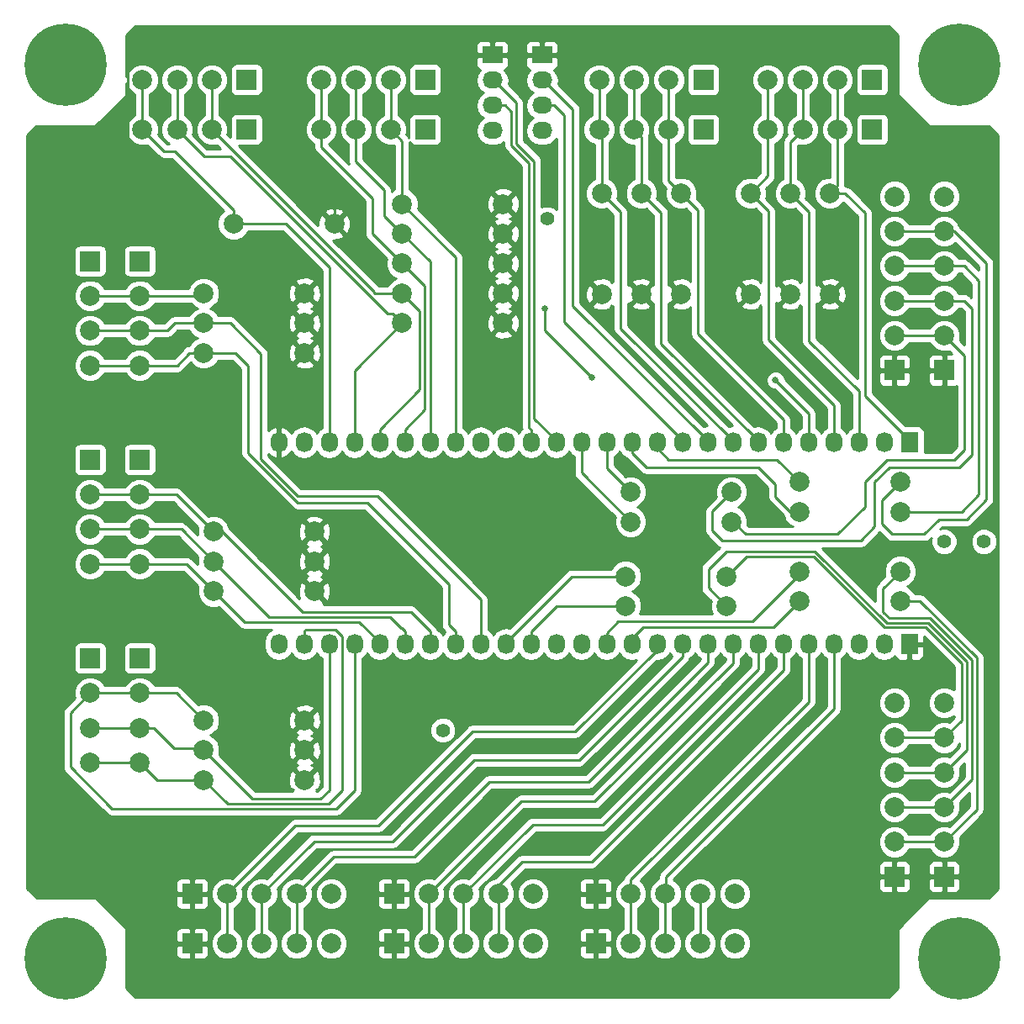
<source format=gtl>
G04 #@! TF.FileFunction,Copper,L1,Top,Signal*
%FSLAX46Y46*%
G04 Gerber Fmt 4.6, Leading zero omitted, Abs format (unit mm)*
G04 Created by KiCad (PCBNEW 4.0.2+dfsg1-2~bpo8+1-stable) date Wed 06 Apr 2016 09:14:05 AM EDT*
%MOMM*%
G01*
G04 APERTURE LIST*
%ADD10C,0.100000*%
%ADD11R,1.727200X2.032000*%
%ADD12O,1.727200X2.032000*%
%ADD13C,8.255000*%
%ADD14C,1.998980*%
%ADD15R,2.000000X2.000000*%
%ADD16C,2.000000*%
%ADD17R,2.032000X1.727200*%
%ADD18O,2.032000X1.727200*%
%ADD19C,1.397000*%
%ADD20C,0.635000*%
%ADD21C,0.254000*%
G04 APERTURE END LIST*
D10*
D11*
X130000000Y-93000000D03*
D12*
X127460000Y-93000000D03*
X124920000Y-93000000D03*
X122380000Y-93000000D03*
X119840000Y-93000000D03*
X117300000Y-93000000D03*
X114760000Y-93000000D03*
X112220000Y-93000000D03*
X109680000Y-93000000D03*
X107140000Y-93000000D03*
X104600000Y-93000000D03*
X102060000Y-93000000D03*
X99520000Y-93000000D03*
X96980000Y-93000000D03*
X94440000Y-93000000D03*
X91900000Y-93000000D03*
X89360000Y-93000000D03*
X86820000Y-93000000D03*
X84280000Y-93000000D03*
X81740000Y-93000000D03*
X79200000Y-93000000D03*
X76660000Y-93000000D03*
X74120000Y-93000000D03*
X71580000Y-93000000D03*
X69040000Y-93000000D03*
X66500000Y-93000000D03*
D11*
X130000000Y-113320000D03*
D12*
X127460000Y-113320000D03*
X124920000Y-113320000D03*
X122380000Y-113320000D03*
X119840000Y-113320000D03*
X117300000Y-113320000D03*
X114760000Y-113320000D03*
X112220000Y-113320000D03*
X109680000Y-113320000D03*
X107140000Y-113320000D03*
X104600000Y-113320000D03*
X102060000Y-113320000D03*
X99520000Y-113320000D03*
X96980000Y-113320000D03*
X94440000Y-113320000D03*
X91900000Y-113320000D03*
X89360000Y-113320000D03*
X86820000Y-113320000D03*
X84280000Y-113320000D03*
X81740000Y-113320000D03*
X79200000Y-113320000D03*
X76660000Y-113320000D03*
X74120000Y-113320000D03*
X71580000Y-113320000D03*
X69040000Y-113320000D03*
X66500000Y-113320000D03*
D13*
X45000000Y-145000000D03*
X135000000Y-145000000D03*
X45000000Y-55000000D03*
X135000000Y-55000000D03*
D14*
X118920000Y-109000000D03*
X129080000Y-109000000D03*
X118920000Y-106000000D03*
X129080000Y-106000000D03*
X101420000Y-109500000D03*
X111580000Y-109500000D03*
X101420000Y-106500000D03*
X111580000Y-106500000D03*
X101920000Y-101000000D03*
X112080000Y-101000000D03*
X101920000Y-98000000D03*
X112080000Y-98000000D03*
X118920000Y-100000000D03*
X129080000Y-100000000D03*
X118920000Y-97000000D03*
X129080000Y-97000000D03*
X69080000Y-121000000D03*
X58920000Y-121000000D03*
X70080000Y-102000000D03*
X59920000Y-102000000D03*
X69080000Y-78000000D03*
X58920000Y-78000000D03*
X89080000Y-78000000D03*
X78920000Y-78000000D03*
X69080000Y-124000000D03*
X58920000Y-124000000D03*
X70080000Y-105000000D03*
X59920000Y-105000000D03*
X69080000Y-81000000D03*
X58920000Y-81000000D03*
X89080000Y-81000000D03*
X78920000Y-81000000D03*
X69080000Y-127000000D03*
X58920000Y-127000000D03*
X70080000Y-108000000D03*
X59920000Y-108000000D03*
X69080000Y-84000000D03*
X58920000Y-84000000D03*
X72080000Y-71000000D03*
X61920000Y-71000000D03*
X89080000Y-69000000D03*
X78920000Y-69000000D03*
X122000000Y-78080000D03*
X122000000Y-67920000D03*
X107000000Y-78080000D03*
X107000000Y-67920000D03*
X89080000Y-72000000D03*
X78920000Y-72000000D03*
X118000000Y-78080000D03*
X118000000Y-67920000D03*
X103000000Y-78080000D03*
X103000000Y-67920000D03*
X89080000Y-75000000D03*
X78920000Y-75000000D03*
X114000000Y-78080000D03*
X114000000Y-67920000D03*
X99000000Y-78080000D03*
X99000000Y-67920000D03*
D15*
X98410000Y-143470000D03*
X98410000Y-138470000D03*
D16*
X101910000Y-143470000D03*
X101910000Y-138470000D03*
X105410000Y-143470000D03*
X105410000Y-138470000D03*
X108910000Y-143470000D03*
X108910000Y-138470000D03*
X112410000Y-143470000D03*
X112410000Y-138470000D03*
D15*
X47500000Y-114750000D03*
X52500000Y-114750000D03*
D16*
X47500000Y-118250000D03*
X52500000Y-118250000D03*
X47500000Y-121750000D03*
X52500000Y-121750000D03*
X47500000Y-125250000D03*
X52500000Y-125250000D03*
D15*
X47500000Y-94750000D03*
X52500000Y-94750000D03*
D16*
X47500000Y-98250000D03*
X52500000Y-98250000D03*
X47500000Y-101750000D03*
X52500000Y-101750000D03*
X47500000Y-105250000D03*
X52500000Y-105250000D03*
D15*
X47500000Y-74750000D03*
X52500000Y-74750000D03*
D16*
X47500000Y-78250000D03*
X52500000Y-78250000D03*
X47500000Y-81750000D03*
X52500000Y-81750000D03*
X47500000Y-85250000D03*
X52500000Y-85250000D03*
D15*
X63250000Y-56500000D03*
X63250000Y-61500000D03*
D16*
X59750000Y-56500000D03*
X59750000Y-61500000D03*
X56250000Y-56500000D03*
X56250000Y-61500000D03*
X52750000Y-56500000D03*
X52750000Y-61500000D03*
D15*
X81250000Y-56500000D03*
X81250000Y-61500000D03*
D16*
X77750000Y-56500000D03*
X77750000Y-61500000D03*
X74250000Y-56500000D03*
X74250000Y-61500000D03*
X70750000Y-56500000D03*
X70750000Y-61500000D03*
D15*
X109250000Y-56500000D03*
X109250000Y-61500000D03*
D16*
X105750000Y-56500000D03*
X105750000Y-61500000D03*
X102250000Y-56500000D03*
X102250000Y-61500000D03*
X98750000Y-56500000D03*
X98750000Y-61500000D03*
D15*
X126250000Y-56500000D03*
X126250000Y-61500000D03*
D16*
X122750000Y-56500000D03*
X122750000Y-61500000D03*
X119250000Y-56500000D03*
X119250000Y-61500000D03*
X115750000Y-56500000D03*
X115750000Y-61500000D03*
D15*
X57770000Y-143470000D03*
X57770000Y-138470000D03*
D16*
X61270000Y-143470000D03*
X61270000Y-138470000D03*
X64770000Y-143470000D03*
X64770000Y-138470000D03*
X68270000Y-143470000D03*
X68270000Y-138470000D03*
X71770000Y-143470000D03*
X71770000Y-138470000D03*
D15*
X78090000Y-143470000D03*
X78090000Y-138470000D03*
D16*
X81590000Y-143470000D03*
X81590000Y-138470000D03*
X85090000Y-143470000D03*
X85090000Y-138470000D03*
X88590000Y-143470000D03*
X88590000Y-138470000D03*
X92090000Y-143470000D03*
X92090000Y-138470000D03*
D15*
X133500000Y-136750000D03*
X128500000Y-136750000D03*
D16*
X133500000Y-133250000D03*
X128500000Y-133250000D03*
X133500000Y-129750000D03*
X128500000Y-129750000D03*
X133500000Y-126250000D03*
X128500000Y-126250000D03*
X133500000Y-122750000D03*
X128500000Y-122750000D03*
X133500000Y-119250000D03*
X128500000Y-119250000D03*
D15*
X133500000Y-85750000D03*
X128500000Y-85750000D03*
D16*
X133500000Y-82250000D03*
X128500000Y-82250000D03*
X133500000Y-78750000D03*
X128500000Y-78750000D03*
X133500000Y-75250000D03*
X128500000Y-75250000D03*
X133500000Y-71750000D03*
X128500000Y-71750000D03*
X133500000Y-68250000D03*
X128500000Y-68250000D03*
D17*
X88000000Y-54000000D03*
D18*
X88000000Y-56540000D03*
X88000000Y-59080000D03*
X88000000Y-61620000D03*
D17*
X93000000Y-54000000D03*
D18*
X93000000Y-56540000D03*
X93000000Y-59080000D03*
X93000000Y-61620000D03*
D19*
X137500000Y-103000000D03*
X133500000Y-103000000D03*
X83000000Y-122000000D03*
X93500000Y-70500000D03*
D20*
X93250000Y-79500000D03*
X98000000Y-86500000D03*
X116500000Y-86750000D03*
D21*
X105410000Y-138470000D02*
X105500000Y-138380000D01*
X105500000Y-138380000D02*
X105500000Y-136750000D01*
X122380000Y-119870000D02*
X122380000Y-113320000D01*
X105500000Y-136750000D02*
X122380000Y-119870000D01*
X105410000Y-143470000D02*
X105410000Y-138470000D01*
X72080000Y-71000000D02*
X72080000Y-69580000D01*
X66580000Y-75500000D02*
X69080000Y-78000000D01*
X62250000Y-75500000D02*
X66580000Y-75500000D01*
X51250000Y-64500000D02*
X62250000Y-75500000D01*
X51250000Y-54000000D02*
X51250000Y-64500000D01*
X51750000Y-53500000D02*
X51250000Y-54000000D01*
X63250000Y-53500000D02*
X51750000Y-53500000D01*
X65750000Y-56000000D02*
X63250000Y-53500000D01*
X65750000Y-63250000D02*
X65750000Y-56000000D01*
X72080000Y-69580000D02*
X65750000Y-63250000D01*
X101910000Y-138470000D02*
X101910000Y-137055787D01*
X101910000Y-137055787D02*
X119840000Y-119125787D01*
X119840000Y-119125787D02*
X119840000Y-114590000D01*
X119840000Y-114590000D02*
X119840000Y-113320000D01*
X101910000Y-138470000D02*
X101910000Y-143470000D01*
X74120000Y-113320000D02*
X74120000Y-128080000D01*
X74120000Y-128080000D02*
X72300000Y-129900000D01*
X72300000Y-129900000D02*
X49700000Y-129900000D01*
X49700000Y-129900000D02*
X45500000Y-125700000D01*
X45500000Y-125700000D02*
X45500000Y-120250000D01*
X45500000Y-120250000D02*
X47500000Y-118250000D01*
X52500000Y-118250000D02*
X56170000Y-118250000D01*
X56170000Y-118250000D02*
X58920000Y-121000000D01*
X52500000Y-118250000D02*
X51085787Y-118250000D01*
X51085787Y-118250000D02*
X47500000Y-118250000D01*
X69040000Y-113320000D02*
X69040000Y-112050000D01*
X69040000Y-112050000D02*
X69190000Y-111900000D01*
X69190000Y-111900000D02*
X72180000Y-111900000D01*
X72180000Y-111900000D02*
X72850000Y-112570000D01*
X72850000Y-112570000D02*
X72850000Y-128050000D01*
X72850000Y-128050000D02*
X71500000Y-129400000D01*
X71500000Y-129400000D02*
X61320000Y-129400000D01*
X61320000Y-129400000D02*
X58920000Y-127000000D01*
X52500000Y-125250000D02*
X54250000Y-127000000D01*
X54250000Y-127000000D02*
X58920000Y-127000000D01*
X47500000Y-125250000D02*
X52500000Y-125250000D01*
X70682610Y-128917390D02*
X71580000Y-128020000D01*
X71580000Y-128020000D02*
X71580000Y-113320000D01*
X63837390Y-128917390D02*
X70682610Y-128917390D01*
X58920000Y-124000000D02*
X63837390Y-128917390D01*
X52500000Y-121750000D02*
X53914213Y-121750000D01*
X53914213Y-121750000D02*
X55964213Y-123800000D01*
X55964213Y-123800000D02*
X58720000Y-123800000D01*
X58720000Y-123800000D02*
X58920000Y-124000000D01*
X52500000Y-121750000D02*
X47500000Y-121750000D01*
X81740000Y-113320000D02*
X81740000Y-112050000D01*
X81740000Y-112050000D02*
X79790000Y-110100000D01*
X79790000Y-110100000D02*
X68900000Y-110100000D01*
X68900000Y-110100000D02*
X60800000Y-102000000D01*
X60800000Y-102000000D02*
X59920000Y-102000000D01*
X59920000Y-102000000D02*
X59910000Y-102010000D01*
X52500000Y-98250000D02*
X47500000Y-98250000D01*
X59920000Y-102000000D02*
X56170000Y-98250000D01*
X56170000Y-98250000D02*
X52500000Y-98250000D01*
X74592400Y-111100000D02*
X63020000Y-111100000D01*
X63020000Y-111100000D02*
X59920000Y-108000000D01*
X76660000Y-113320000D02*
X76660000Y-113167600D01*
X76660000Y-113167600D02*
X74592400Y-111100000D01*
X52500000Y-105250000D02*
X47500000Y-105250000D01*
X52500000Y-105250000D02*
X57170000Y-105250000D01*
X57170000Y-105250000D02*
X58920511Y-107000511D01*
X58920511Y-107000511D02*
X59920000Y-108000000D01*
X59920000Y-105000000D02*
X65537390Y-110617390D01*
X65537390Y-110617390D02*
X77717390Y-110617390D01*
X78800000Y-111700000D02*
X78850000Y-111700000D01*
X77717390Y-110617390D02*
X78800000Y-111700000D01*
X78850000Y-111700000D02*
X79200000Y-112050000D01*
X79200000Y-112050000D02*
X79200000Y-113320000D01*
X47500000Y-101750000D02*
X52500000Y-101750000D01*
X52500000Y-101750000D02*
X56670000Y-101750000D01*
X56670000Y-101750000D02*
X59920000Y-105000000D01*
X98750000Y-56500000D02*
X98750000Y-61500000D01*
X99000000Y-67920000D02*
X99000000Y-61750000D01*
X99000000Y-61750000D02*
X98750000Y-61500000D01*
X100900000Y-81527600D02*
X100900000Y-69820000D01*
X100900000Y-69820000D02*
X99000000Y-67920000D01*
X112220000Y-93000000D02*
X112220000Y-92847600D01*
X112220000Y-92847600D02*
X100900000Y-81527600D01*
X52500000Y-85250000D02*
X47500000Y-85250000D01*
X57400000Y-84100000D02*
X56250000Y-85250000D01*
X56250000Y-85250000D02*
X52500000Y-85250000D01*
X57406508Y-84100000D02*
X57400000Y-84100000D01*
X58920000Y-84000000D02*
X57506508Y-84000000D01*
X57506508Y-84000000D02*
X57406508Y-84100000D01*
X84280000Y-113320000D02*
X84280000Y-112050000D01*
X83600000Y-111370000D02*
X83600000Y-107300000D01*
X84280000Y-112050000D02*
X83600000Y-111370000D01*
X83600000Y-107300000D02*
X75400000Y-99100000D01*
X62100000Y-84000000D02*
X58920000Y-84000000D01*
X75400000Y-99100000D02*
X68417488Y-99100000D01*
X63400000Y-85300000D02*
X62100000Y-84000000D01*
X68417488Y-99100000D02*
X63400000Y-94082512D01*
X63400000Y-94082512D02*
X63400000Y-85300000D01*
X47500000Y-81750000D02*
X52500000Y-81750000D01*
X56000000Y-81000000D02*
X55250000Y-81750000D01*
X55250000Y-81750000D02*
X52500000Y-81750000D01*
X58920000Y-81000000D02*
X56000000Y-81000000D01*
X58920000Y-81000000D02*
X61600000Y-81000000D01*
X61600000Y-81000000D02*
X64700000Y-84100000D01*
X86820000Y-108820000D02*
X86820000Y-113320000D01*
X64700000Y-84100000D02*
X64700000Y-94700000D01*
X64700000Y-94700000D02*
X68400000Y-98400000D01*
X68400000Y-98400000D02*
X76400000Y-98400000D01*
X76400000Y-98400000D02*
X86820000Y-108820000D01*
X59750000Y-61500000D02*
X59750000Y-56500000D01*
X76100000Y-78000000D02*
X76100000Y-77850000D01*
X76100000Y-77850000D02*
X59750000Y-61500000D01*
X78920000Y-78000000D02*
X76100000Y-78000000D01*
X80700000Y-87690000D02*
X80700000Y-79780000D01*
X80700000Y-79780000D02*
X78920000Y-78000000D01*
X76660000Y-93000000D02*
X76660000Y-91730000D01*
X76660000Y-91730000D02*
X80700000Y-87690000D01*
X52750000Y-61500000D02*
X52750000Y-56500000D01*
X56033492Y-63700000D02*
X54950000Y-63700000D01*
X54950000Y-63700000D02*
X52750000Y-61500000D01*
X61920000Y-71000000D02*
X61920000Y-69586508D01*
X61920000Y-69586508D02*
X56033492Y-63700000D01*
X71580000Y-93000000D02*
X71580000Y-75380000D01*
X71580000Y-75380000D02*
X67200000Y-71000000D01*
X67200000Y-71000000D02*
X61920000Y-71000000D01*
X78920000Y-81000000D02*
X77920511Y-80000511D01*
X77920511Y-80000511D02*
X77417998Y-80000511D01*
X61617487Y-64200000D02*
X58950000Y-64200000D01*
X58950000Y-64200000D02*
X56250000Y-61500000D01*
X77417998Y-80000511D02*
X61617487Y-64200000D01*
X56250000Y-61500000D02*
X56250000Y-56500000D01*
X74120000Y-93000000D02*
X74120000Y-85800000D01*
X74120000Y-85800000D02*
X78920000Y-81000000D01*
X77750000Y-61500000D02*
X77750000Y-56500000D01*
X78920000Y-69000000D02*
X78920000Y-62670000D01*
X78920000Y-62670000D02*
X77750000Y-61500000D01*
X84280000Y-93000000D02*
X84280000Y-74360000D01*
X84280000Y-74360000D02*
X78920000Y-69000000D01*
X70750000Y-61500000D02*
X70750000Y-56500000D01*
X75900000Y-68400000D02*
X70750000Y-63250000D01*
X70750000Y-63250000D02*
X70750000Y-61500000D01*
X75900000Y-71980000D02*
X75900000Y-68400000D01*
X78920000Y-75000000D02*
X75900000Y-71980000D01*
X81200000Y-89730000D02*
X81200000Y-77280000D01*
X81200000Y-77280000D02*
X78920000Y-75000000D01*
X79200000Y-93000000D02*
X79200000Y-91730000D01*
X79200000Y-91730000D02*
X81200000Y-89730000D01*
X77100000Y-67600000D02*
X77100000Y-70180000D01*
X77100000Y-70180000D02*
X78920000Y-72000000D01*
X74250000Y-64750000D02*
X77100000Y-67600000D01*
X74250000Y-61500000D02*
X74250000Y-64750000D01*
X74250000Y-56500000D02*
X74250000Y-61500000D01*
X81740000Y-93000000D02*
X81740000Y-74820000D01*
X81740000Y-74820000D02*
X78920000Y-72000000D01*
X125500000Y-69900000D02*
X125500000Y-88347600D01*
X125500000Y-88347600D02*
X130000000Y-92847600D01*
X130000000Y-92847600D02*
X130000000Y-93000000D01*
X123520000Y-67920000D02*
X125500000Y-69900000D01*
X122000000Y-67920000D02*
X123520000Y-67920000D01*
X122750000Y-61500000D02*
X122750000Y-67170000D01*
X122750000Y-67170000D02*
X122000000Y-67920000D01*
X122750000Y-56500000D02*
X122750000Y-61500000D01*
X115800000Y-82700000D02*
X115800000Y-69720000D01*
X115800000Y-69720000D02*
X114000000Y-67920000D01*
X122380000Y-89280000D02*
X115800000Y-82700000D01*
X122380000Y-93000000D02*
X122380000Y-89280000D01*
X115750000Y-61500000D02*
X115750000Y-66170000D01*
X115750000Y-66170000D02*
X114000000Y-67920000D01*
X115750000Y-61500000D02*
X115750000Y-56500000D01*
X119900000Y-82800000D02*
X119900000Y-69820000D01*
X119900000Y-69820000D02*
X118000000Y-67920000D01*
X124920000Y-87820000D02*
X119900000Y-82800000D01*
X124920000Y-93000000D02*
X124920000Y-87820000D01*
X119250000Y-61500000D02*
X118000000Y-62750000D01*
X118000000Y-62750000D02*
X118000000Y-67920000D01*
X119250000Y-56500000D02*
X119250000Y-61500000D01*
X119840000Y-93000000D02*
X119840000Y-90090000D01*
X93250000Y-81750000D02*
X93250000Y-79500000D01*
X98000000Y-86500000D02*
X93250000Y-81750000D01*
X119840000Y-90090000D02*
X116500000Y-86750000D01*
X52500000Y-78250000D02*
X58670000Y-78250000D01*
X58670000Y-78250000D02*
X58920000Y-78000000D01*
X47500000Y-78250000D02*
X52500000Y-78250000D01*
X102250000Y-61500000D02*
X102250000Y-56500000D01*
X103000000Y-67920000D02*
X103000000Y-62250000D01*
X103000000Y-62250000D02*
X102250000Y-61500000D01*
X105000000Y-83087600D02*
X105000000Y-69920000D01*
X105000000Y-69920000D02*
X103000000Y-67920000D01*
X114760000Y-93000000D02*
X114760000Y-92847600D01*
X114760000Y-92847600D02*
X105000000Y-83087600D01*
X105750000Y-61500000D02*
X105750000Y-56500000D01*
X105750000Y-61500000D02*
X105750000Y-66670000D01*
X105750000Y-66670000D02*
X107000000Y-67920000D01*
X108700000Y-82100000D02*
X108700000Y-69620000D01*
X108700000Y-69620000D02*
X107000000Y-67920000D01*
X117300000Y-90700000D02*
X108700000Y-82100000D01*
X117300000Y-93000000D02*
X117300000Y-90700000D01*
X90400000Y-62900000D02*
X90400000Y-58787600D01*
X90400000Y-58787600D02*
X88152400Y-56540000D01*
X88152400Y-56540000D02*
X88000000Y-56540000D01*
X92200000Y-64700000D02*
X90400000Y-62900000D01*
X92200000Y-90607600D02*
X92200000Y-64700000D01*
X94440000Y-93000000D02*
X94440000Y-92847600D01*
X94440000Y-92847600D02*
X92200000Y-90607600D01*
X91700000Y-64900000D02*
X91700000Y-91530000D01*
X91700000Y-91530000D02*
X91900000Y-91730000D01*
X91900000Y-91730000D02*
X91900000Y-93000000D01*
X89917390Y-59727390D02*
X89917390Y-63117390D01*
X89917390Y-63117390D02*
X91700000Y-64900000D01*
X88000000Y-59080000D02*
X89270000Y-59080000D01*
X89270000Y-59080000D02*
X89917390Y-59727390D01*
X96100000Y-79267600D02*
X96100000Y-59487600D01*
X96100000Y-59487600D02*
X93152400Y-56540000D01*
X93152400Y-56540000D02*
X93000000Y-56540000D01*
X109680000Y-93000000D02*
X109680000Y-92847600D01*
X109680000Y-92847600D02*
X96100000Y-79267600D01*
X107140000Y-93000000D02*
X107140000Y-92847600D01*
X107140000Y-92847600D02*
X95200000Y-80907600D01*
X95200000Y-80907600D02*
X95200000Y-60100000D01*
X94180000Y-59080000D02*
X93000000Y-59080000D01*
X95200000Y-60100000D02*
X94180000Y-59080000D01*
X104600000Y-93000000D02*
X104600000Y-93600000D01*
X104600000Y-93600000D02*
X105750000Y-94750000D01*
X105750000Y-94750000D02*
X116670000Y-94750000D01*
X116670000Y-94750000D02*
X118920000Y-97000000D01*
X102060000Y-93000000D02*
X102060000Y-94060000D01*
X116500000Y-98500000D02*
X118000000Y-100000000D01*
X116500000Y-97250000D02*
X116500000Y-98500000D01*
X114750000Y-95500000D02*
X116500000Y-97250000D01*
X103500000Y-95500000D02*
X114750000Y-95500000D01*
X102060000Y-94060000D02*
X103500000Y-95500000D01*
X118000000Y-100000000D02*
X118920000Y-100000000D01*
X99520000Y-93000000D02*
X99520000Y-95600000D01*
X99520000Y-95600000D02*
X101920000Y-98000000D01*
X96980000Y-93000000D02*
X96980000Y-96060000D01*
X96980000Y-96060000D02*
X101920000Y-101000000D01*
X88590000Y-138470000D02*
X88590000Y-137635787D01*
X88590000Y-137635787D02*
X90975787Y-135250000D01*
X117300000Y-115930000D02*
X117300000Y-113320000D01*
X90975787Y-135250000D02*
X97980000Y-135250000D01*
X97980000Y-135250000D02*
X117300000Y-115930000D01*
X88590000Y-143470000D02*
X88590000Y-142055787D01*
X88590000Y-142055787D02*
X88590000Y-138470000D01*
X114760000Y-113320000D02*
X114760000Y-113472400D01*
X114760000Y-113472400D02*
X114750000Y-113482400D01*
X114750000Y-113482400D02*
X114750000Y-115850000D01*
X114750000Y-115850000D02*
X99120000Y-131480000D01*
X99120000Y-131480000D02*
X92080000Y-131480000D01*
X92080000Y-131480000D02*
X85090000Y-138470000D01*
X85090000Y-138470000D02*
X85090000Y-143470000D01*
X81590000Y-138470000D02*
X90880000Y-129180000D01*
X90880000Y-129180000D02*
X98310000Y-129180000D01*
X98310000Y-129180000D02*
X112220000Y-115270000D01*
X112220000Y-115270000D02*
X112220000Y-113320000D01*
X81590000Y-143470000D02*
X81590000Y-142055787D01*
X81590000Y-142055787D02*
X81590000Y-138470000D01*
X109680000Y-115185030D02*
X109680000Y-114590000D01*
X97649808Y-127215222D02*
X109680000Y-115185030D01*
X87669807Y-127215222D02*
X97649808Y-127215222D01*
X109680000Y-114590000D02*
X109680000Y-113320000D01*
X71990000Y-134750000D02*
X80135029Y-134750000D01*
X68270000Y-138470000D02*
X71990000Y-134750000D01*
X80135029Y-134750000D02*
X87669807Y-127215222D01*
X68270000Y-138470000D02*
X68270000Y-143470000D01*
X96759904Y-124982611D02*
X107140000Y-114602515D01*
X107140000Y-114590000D02*
X107140000Y-113320000D01*
X86199903Y-124982611D02*
X96759904Y-124982611D01*
X70049999Y-133190001D02*
X77992514Y-133190001D01*
X64770000Y-138470000D02*
X70049999Y-133190001D01*
X77992514Y-133190001D02*
X86199903Y-124982611D01*
X107140000Y-114602515D02*
X107140000Y-114590000D01*
X64770000Y-143470000D02*
X64770000Y-138470000D01*
X61270000Y-138470000D02*
X68122610Y-131617390D01*
X96360000Y-122110000D02*
X104600000Y-113870000D01*
X68122610Y-131617390D02*
X76512610Y-131617390D01*
X76512610Y-131617390D02*
X86020000Y-122110000D01*
X86020000Y-122110000D02*
X96360000Y-122110000D01*
X104600000Y-113870000D02*
X104600000Y-113320000D01*
X61270000Y-138470000D02*
X61270000Y-139884213D01*
X61270000Y-139884213D02*
X61270000Y-143470000D01*
X102060000Y-113320000D02*
X102060000Y-112690000D01*
X102060000Y-112690000D02*
X103170000Y-111580000D01*
X103170000Y-111580000D02*
X116340000Y-111580000D01*
X116340000Y-111580000D02*
X118920000Y-109000000D01*
X118920000Y-106000000D02*
X118920000Y-106330000D01*
X118920000Y-106330000D02*
X114180000Y-111070000D01*
X114180000Y-111070000D02*
X100680000Y-111070000D01*
X99520000Y-112230000D02*
X99520000Y-113320000D01*
X100680000Y-111070000D02*
X99520000Y-112230000D01*
X91900000Y-113320000D02*
X91900000Y-112050000D01*
X91900000Y-112050000D02*
X94450000Y-109500000D01*
X94450000Y-109500000D02*
X100006508Y-109500000D01*
X100006508Y-109500000D02*
X101420000Y-109500000D01*
X89360000Y-113320000D02*
X89360000Y-113167600D01*
X89360000Y-113167600D02*
X96027600Y-106500000D01*
X96027600Y-106500000D02*
X100006508Y-106500000D01*
X100006508Y-106500000D02*
X101420000Y-106500000D01*
X134499999Y-125250001D02*
X133500000Y-126250000D01*
X127702514Y-111180000D02*
X131884973Y-111180001D01*
X111580000Y-109500000D02*
X109750000Y-107670000D01*
X109750000Y-105750000D02*
X111540000Y-103960000D01*
X120482514Y-103960000D02*
X127702514Y-111180000D01*
X131884973Y-111180001D02*
X135794778Y-115089806D01*
X111540000Y-103960000D02*
X120482514Y-103960000D01*
X109750000Y-107670000D02*
X109750000Y-105750000D01*
X135794778Y-115089806D02*
X135794778Y-123955222D01*
X135794778Y-123955222D02*
X134499999Y-125250001D01*
X133500000Y-126250000D02*
X128500000Y-126250000D01*
X129080000Y-106000000D02*
X127330000Y-107750000D01*
X127330000Y-107750000D02*
X127330000Y-110060000D01*
X127330000Y-110060000D02*
X127967390Y-110697390D01*
X127967390Y-110697390D02*
X132084876Y-110697390D01*
X136277389Y-126972611D02*
X134499999Y-128750001D01*
X132084876Y-110697390D02*
X136277389Y-114889903D01*
X136277389Y-114889903D02*
X136277389Y-126972611D01*
X134499999Y-128750001D02*
X133500000Y-129750000D01*
X128500000Y-129750000D02*
X133500000Y-129750000D01*
X131070000Y-109000000D02*
X129080000Y-109000000D01*
X133500000Y-133250000D02*
X136760000Y-129990000D01*
X136760000Y-129990000D02*
X136760000Y-114690000D01*
X136760000Y-114690000D02*
X131070000Y-109000000D01*
X133500000Y-133250000D02*
X128500000Y-133250000D01*
X129080000Y-100000000D02*
X135250000Y-100000000D01*
X135500000Y-75250000D02*
X133500000Y-75250000D01*
X137000000Y-76750000D02*
X135500000Y-75250000D01*
X137000000Y-98250000D02*
X137000000Y-76750000D01*
X135250000Y-100000000D02*
X137000000Y-98250000D01*
X128500000Y-75250000D02*
X133500000Y-75250000D01*
X133500000Y-78750000D02*
X135500000Y-78750000D01*
X135500000Y-78750000D02*
X136250000Y-79500000D01*
X128000000Y-95500000D02*
X126500000Y-97000000D01*
X110120000Y-99960000D02*
X112080000Y-98000000D01*
X136250000Y-79500000D02*
X136250000Y-94250000D01*
X136250000Y-94250000D02*
X135000000Y-95500000D01*
X135000000Y-95500000D02*
X128000000Y-95500000D01*
X126500000Y-97000000D02*
X126500000Y-101500000D01*
X126500000Y-101500000D02*
X125140000Y-102860000D01*
X110120000Y-101870000D02*
X110120000Y-99960000D01*
X125140000Y-102860000D02*
X111110000Y-102860000D01*
X111110000Y-102860000D02*
X110120000Y-101870000D01*
X133500000Y-78750000D02*
X128500000Y-78750000D01*
X112080000Y-101000000D02*
X112250000Y-101000000D01*
X112250000Y-101000000D02*
X113500000Y-102250000D01*
X113500000Y-102250000D02*
X122750000Y-102250000D01*
X122750000Y-102250000D02*
X125500000Y-99500000D01*
X125500000Y-99500000D02*
X125500000Y-97000000D01*
X125500000Y-97000000D02*
X127750000Y-94750000D01*
X127750000Y-94750000D02*
X134500000Y-94750000D01*
X134500000Y-94750000D02*
X135500000Y-93750000D01*
X135500000Y-93750000D02*
X135500000Y-84250000D01*
X135500000Y-84250000D02*
X133500000Y-82250000D01*
X128500000Y-82250000D02*
X133500000Y-82250000D01*
X120340000Y-104500000D02*
X113580000Y-104500000D01*
X113580000Y-104500000D02*
X112579489Y-105500511D01*
X133500000Y-122750000D02*
X135250000Y-121000000D01*
X135250000Y-121000000D02*
X135250000Y-115250000D01*
X135250000Y-115250000D02*
X131662611Y-111662611D01*
X131662611Y-111662611D02*
X127502611Y-111662611D01*
X127502611Y-111662611D02*
X120340000Y-104500000D01*
X112579489Y-105500511D02*
X111580000Y-106500000D01*
X128500000Y-122750000D02*
X133500000Y-122750000D01*
X133500000Y-71750000D02*
X134500000Y-71750000D01*
X134500000Y-71750000D02*
X137750000Y-75000000D01*
X127250000Y-98830000D02*
X129080000Y-97000000D01*
X127250000Y-101250000D02*
X127250000Y-98830000D01*
X128250000Y-102250000D02*
X127250000Y-101250000D01*
X131500000Y-102250000D02*
X128250000Y-102250000D01*
X133000000Y-100750000D02*
X131500000Y-102250000D01*
X135750000Y-100750000D02*
X133000000Y-100750000D01*
X137750000Y-98750000D02*
X135750000Y-100750000D01*
X137750000Y-75000000D02*
X137750000Y-98750000D01*
X128500000Y-71750000D02*
X133500000Y-71750000D01*
X108910000Y-138470000D02*
X108910000Y-139884213D01*
X108910000Y-139884213D02*
X108910000Y-143470000D01*
G36*
X128873000Y-52052606D02*
X128873000Y-58000000D01*
X128883006Y-58049410D01*
X128910197Y-58089803D01*
X131910197Y-61089803D01*
X131952211Y-61117666D01*
X132000000Y-61127000D01*
X137947394Y-61127000D01*
X138873000Y-62052606D01*
X138873000Y-137947394D01*
X137947394Y-138873000D01*
X132000000Y-138873000D01*
X131950590Y-138883006D01*
X131910197Y-138910197D01*
X128910197Y-141910197D01*
X128882334Y-141952211D01*
X128873000Y-142000000D01*
X128873000Y-147947394D01*
X127947394Y-148873000D01*
X52052606Y-148873000D01*
X51127000Y-147947394D01*
X51127000Y-143755750D01*
X56135000Y-143755750D01*
X56135000Y-144596310D01*
X56231673Y-144829699D01*
X56410302Y-145008327D01*
X56643691Y-145105000D01*
X57484250Y-145105000D01*
X57643000Y-144946250D01*
X57643000Y-143597000D01*
X57897000Y-143597000D01*
X57897000Y-144946250D01*
X58055750Y-145105000D01*
X58896309Y-145105000D01*
X59129698Y-145008327D01*
X59308327Y-144829699D01*
X59405000Y-144596310D01*
X59405000Y-143755750D01*
X59246250Y-143597000D01*
X57897000Y-143597000D01*
X57643000Y-143597000D01*
X56293750Y-143597000D01*
X56135000Y-143755750D01*
X51127000Y-143755750D01*
X51127000Y-142343690D01*
X56135000Y-142343690D01*
X56135000Y-143184250D01*
X56293750Y-143343000D01*
X57643000Y-143343000D01*
X57643000Y-141993750D01*
X57897000Y-141993750D01*
X57897000Y-143343000D01*
X59246250Y-143343000D01*
X59405000Y-143184250D01*
X59405000Y-142343690D01*
X59308327Y-142110301D01*
X59129698Y-141931673D01*
X58896309Y-141835000D01*
X58055750Y-141835000D01*
X57897000Y-141993750D01*
X57643000Y-141993750D01*
X57484250Y-141835000D01*
X56643691Y-141835000D01*
X56410302Y-141931673D01*
X56231673Y-142110301D01*
X56135000Y-142343690D01*
X51127000Y-142343690D01*
X51127000Y-142000000D01*
X51116994Y-141950590D01*
X51089803Y-141910197D01*
X48089803Y-138910197D01*
X48047789Y-138882334D01*
X48000000Y-138873000D01*
X42052606Y-138873000D01*
X41935356Y-138755750D01*
X56135000Y-138755750D01*
X56135000Y-139596310D01*
X56231673Y-139829699D01*
X56410302Y-140008327D01*
X56643691Y-140105000D01*
X57484250Y-140105000D01*
X57643000Y-139946250D01*
X57643000Y-138597000D01*
X57897000Y-138597000D01*
X57897000Y-139946250D01*
X58055750Y-140105000D01*
X58896309Y-140105000D01*
X59129698Y-140008327D01*
X59308327Y-139829699D01*
X59405000Y-139596310D01*
X59405000Y-138755750D01*
X59246250Y-138597000D01*
X57897000Y-138597000D01*
X57643000Y-138597000D01*
X56293750Y-138597000D01*
X56135000Y-138755750D01*
X41935356Y-138755750D01*
X41127000Y-137947394D01*
X41127000Y-137343690D01*
X56135000Y-137343690D01*
X56135000Y-138184250D01*
X56293750Y-138343000D01*
X57643000Y-138343000D01*
X57643000Y-136993750D01*
X57897000Y-136993750D01*
X57897000Y-138343000D01*
X59246250Y-138343000D01*
X59405000Y-138184250D01*
X59405000Y-137343690D01*
X59308327Y-137110301D01*
X59129698Y-136931673D01*
X58896309Y-136835000D01*
X58055750Y-136835000D01*
X57897000Y-136993750D01*
X57643000Y-136993750D01*
X57484250Y-136835000D01*
X56643691Y-136835000D01*
X56410302Y-136931673D01*
X56231673Y-137110301D01*
X56135000Y-137343690D01*
X41127000Y-137343690D01*
X41127000Y-113750000D01*
X45852560Y-113750000D01*
X45852560Y-115750000D01*
X45896838Y-115985317D01*
X46035910Y-116201441D01*
X46248110Y-116346431D01*
X46500000Y-116397440D01*
X48500000Y-116397440D01*
X48735317Y-116353162D01*
X48951441Y-116214090D01*
X49096431Y-116001890D01*
X49147440Y-115750000D01*
X49147440Y-113750000D01*
X50852560Y-113750000D01*
X50852560Y-115750000D01*
X50896838Y-115985317D01*
X51035910Y-116201441D01*
X51248110Y-116346431D01*
X51500000Y-116397440D01*
X53500000Y-116397440D01*
X53735317Y-116353162D01*
X53951441Y-116214090D01*
X54096431Y-116001890D01*
X54147440Y-115750000D01*
X54147440Y-113750000D01*
X54103162Y-113514683D01*
X53964090Y-113298559D01*
X53751890Y-113153569D01*
X53500000Y-113102560D01*
X51500000Y-113102560D01*
X51264683Y-113146838D01*
X51048559Y-113285910D01*
X50903569Y-113498110D01*
X50852560Y-113750000D01*
X49147440Y-113750000D01*
X49103162Y-113514683D01*
X48964090Y-113298559D01*
X48751890Y-113153569D01*
X48500000Y-113102560D01*
X46500000Y-113102560D01*
X46264683Y-113146838D01*
X46048559Y-113285910D01*
X45903569Y-113498110D01*
X45852560Y-113750000D01*
X41127000Y-113750000D01*
X41127000Y-93750000D01*
X45852560Y-93750000D01*
X45852560Y-95750000D01*
X45896838Y-95985317D01*
X46035910Y-96201441D01*
X46248110Y-96346431D01*
X46500000Y-96397440D01*
X48500000Y-96397440D01*
X48735317Y-96353162D01*
X48951441Y-96214090D01*
X49096431Y-96001890D01*
X49147440Y-95750000D01*
X49147440Y-93750000D01*
X50852560Y-93750000D01*
X50852560Y-95750000D01*
X50896838Y-95985317D01*
X51035910Y-96201441D01*
X51248110Y-96346431D01*
X51500000Y-96397440D01*
X53500000Y-96397440D01*
X53735317Y-96353162D01*
X53951441Y-96214090D01*
X54096431Y-96001890D01*
X54147440Y-95750000D01*
X54147440Y-93750000D01*
X54103162Y-93514683D01*
X53964090Y-93298559D01*
X53751890Y-93153569D01*
X53500000Y-93102560D01*
X51500000Y-93102560D01*
X51264683Y-93146838D01*
X51048559Y-93285910D01*
X50903569Y-93498110D01*
X50852560Y-93750000D01*
X49147440Y-93750000D01*
X49103162Y-93514683D01*
X48964090Y-93298559D01*
X48751890Y-93153569D01*
X48500000Y-93102560D01*
X46500000Y-93102560D01*
X46264683Y-93146838D01*
X46048559Y-93285910D01*
X45903569Y-93498110D01*
X45852560Y-93750000D01*
X41127000Y-93750000D01*
X41127000Y-73750000D01*
X45852560Y-73750000D01*
X45852560Y-75750000D01*
X45896838Y-75985317D01*
X46035910Y-76201441D01*
X46248110Y-76346431D01*
X46500000Y-76397440D01*
X48500000Y-76397440D01*
X48735317Y-76353162D01*
X48951441Y-76214090D01*
X49096431Y-76001890D01*
X49147440Y-75750000D01*
X49147440Y-73750000D01*
X50852560Y-73750000D01*
X50852560Y-75750000D01*
X50896838Y-75985317D01*
X51035910Y-76201441D01*
X51248110Y-76346431D01*
X51500000Y-76397440D01*
X53500000Y-76397440D01*
X53735317Y-76353162D01*
X53951441Y-76214090D01*
X54096431Y-76001890D01*
X54147440Y-75750000D01*
X54147440Y-73750000D01*
X54103162Y-73514683D01*
X53964090Y-73298559D01*
X53751890Y-73153569D01*
X53500000Y-73102560D01*
X51500000Y-73102560D01*
X51264683Y-73146838D01*
X51048559Y-73285910D01*
X50903569Y-73498110D01*
X50852560Y-73750000D01*
X49147440Y-73750000D01*
X49103162Y-73514683D01*
X48964090Y-73298559D01*
X48751890Y-73153569D01*
X48500000Y-73102560D01*
X46500000Y-73102560D01*
X46264683Y-73146838D01*
X46048559Y-73285910D01*
X45903569Y-73498110D01*
X45852560Y-73750000D01*
X41127000Y-73750000D01*
X41127000Y-62052606D01*
X42052606Y-61127000D01*
X48000000Y-61127000D01*
X48049410Y-61116994D01*
X48089803Y-61089803D01*
X51089803Y-58089803D01*
X51117666Y-58047789D01*
X51127000Y-58000000D01*
X51127000Y-56853524D01*
X51363106Y-57424943D01*
X51822637Y-57885278D01*
X51988000Y-57953943D01*
X51988000Y-60045779D01*
X51825057Y-60113106D01*
X51364722Y-60572637D01*
X51115284Y-61173352D01*
X51114716Y-61823795D01*
X51363106Y-62424943D01*
X51822637Y-62885278D01*
X52423352Y-63134716D01*
X53073795Y-63135284D01*
X53239278Y-63066908D01*
X54411185Y-64238815D01*
X54658395Y-64403996D01*
X54950000Y-64462000D01*
X55717862Y-64462000D01*
X60932317Y-69676456D01*
X60535154Y-70072927D01*
X60285794Y-70673453D01*
X60285226Y-71323694D01*
X60533538Y-71924655D01*
X60992927Y-72384846D01*
X61593453Y-72634206D01*
X62243694Y-72634774D01*
X62844655Y-72386462D01*
X63304846Y-71927073D01*
X63373390Y-71762000D01*
X66884370Y-71762000D01*
X70818000Y-75695631D01*
X70818000Y-91556688D01*
X70520330Y-91755585D01*
X70310000Y-92070366D01*
X70099670Y-91755585D01*
X69613489Y-91430729D01*
X69040000Y-91316655D01*
X68466511Y-91430729D01*
X67980330Y-91755585D01*
X67773539Y-92065069D01*
X67402036Y-91649268D01*
X66874791Y-91395291D01*
X66859026Y-91392642D01*
X66627000Y-91513783D01*
X66627000Y-92873000D01*
X66647000Y-92873000D01*
X66647000Y-93127000D01*
X66627000Y-93127000D01*
X66627000Y-94486217D01*
X66859026Y-94607358D01*
X66874791Y-94604709D01*
X67402036Y-94350732D01*
X67773539Y-93934931D01*
X67980330Y-94244415D01*
X68466511Y-94569271D01*
X69040000Y-94683345D01*
X69613489Y-94569271D01*
X70099670Y-94244415D01*
X70310000Y-93929634D01*
X70520330Y-94244415D01*
X71006511Y-94569271D01*
X71580000Y-94683345D01*
X72153489Y-94569271D01*
X72639670Y-94244415D01*
X72850000Y-93929634D01*
X73060330Y-94244415D01*
X73546511Y-94569271D01*
X74120000Y-94683345D01*
X74693489Y-94569271D01*
X75179670Y-94244415D01*
X75390000Y-93929634D01*
X75600330Y-94244415D01*
X76086511Y-94569271D01*
X76660000Y-94683345D01*
X77233489Y-94569271D01*
X77719670Y-94244415D01*
X77930000Y-93929634D01*
X78140330Y-94244415D01*
X78626511Y-94569271D01*
X79200000Y-94683345D01*
X79773489Y-94569271D01*
X80259670Y-94244415D01*
X80470000Y-93929634D01*
X80680330Y-94244415D01*
X81166511Y-94569271D01*
X81740000Y-94683345D01*
X82313489Y-94569271D01*
X82799670Y-94244415D01*
X83010000Y-93929634D01*
X83220330Y-94244415D01*
X83706511Y-94569271D01*
X84280000Y-94683345D01*
X84853489Y-94569271D01*
X85339670Y-94244415D01*
X85550000Y-93929634D01*
X85760330Y-94244415D01*
X86246511Y-94569271D01*
X86820000Y-94683345D01*
X87393489Y-94569271D01*
X87879670Y-94244415D01*
X88090000Y-93929634D01*
X88300330Y-94244415D01*
X88786511Y-94569271D01*
X89360000Y-94683345D01*
X89933489Y-94569271D01*
X90419670Y-94244415D01*
X90630000Y-93929634D01*
X90840330Y-94244415D01*
X91326511Y-94569271D01*
X91900000Y-94683345D01*
X92473489Y-94569271D01*
X92959670Y-94244415D01*
X93170000Y-93929634D01*
X93380330Y-94244415D01*
X93866511Y-94569271D01*
X94440000Y-94683345D01*
X95013489Y-94569271D01*
X95499670Y-94244415D01*
X95710000Y-93929634D01*
X95920330Y-94244415D01*
X96218000Y-94443312D01*
X96218000Y-96060000D01*
X96276004Y-96351605D01*
X96367141Y-96488000D01*
X96441185Y-96598815D01*
X100353285Y-100510915D01*
X100285794Y-100673453D01*
X100285226Y-101323694D01*
X100533538Y-101924655D01*
X100992927Y-102384846D01*
X101593453Y-102634206D01*
X102243694Y-102634774D01*
X102844655Y-102386462D01*
X103304846Y-101927073D01*
X103554206Y-101326547D01*
X103554774Y-100676306D01*
X103306462Y-100075345D01*
X102847073Y-99615154D01*
X102569811Y-99500025D01*
X102844655Y-99386462D01*
X103304846Y-98927073D01*
X103554206Y-98326547D01*
X103554774Y-97676306D01*
X103306462Y-97075345D01*
X102847073Y-96615154D01*
X102246547Y-96365794D01*
X101596306Y-96365226D01*
X101431113Y-96433482D01*
X100282000Y-95284370D01*
X100282000Y-94443312D01*
X100579670Y-94244415D01*
X100790000Y-93929634D01*
X101000330Y-94244415D01*
X101486511Y-94569271D01*
X101503733Y-94572697D01*
X101521185Y-94598815D01*
X102961185Y-96038816D01*
X103208396Y-96203997D01*
X103500000Y-96262000D01*
X114434370Y-96262000D01*
X115738000Y-97565631D01*
X115738000Y-98500000D01*
X115796004Y-98791605D01*
X115886521Y-98927073D01*
X115961185Y-99038815D01*
X117312802Y-100390433D01*
X117533538Y-100924655D01*
X117992927Y-101384846D01*
X118241350Y-101488000D01*
X113815630Y-101488000D01*
X113696593Y-101368963D01*
X113714206Y-101326547D01*
X113714774Y-100676306D01*
X113466462Y-100075345D01*
X113007073Y-99615154D01*
X112729811Y-99500025D01*
X113004655Y-99386462D01*
X113464846Y-98927073D01*
X113714206Y-98326547D01*
X113714774Y-97676306D01*
X113466462Y-97075345D01*
X113007073Y-96615154D01*
X112406547Y-96365794D01*
X111756306Y-96365226D01*
X111155345Y-96613538D01*
X110695154Y-97072927D01*
X110445794Y-97673453D01*
X110445226Y-98323694D01*
X110513482Y-98488887D01*
X109581185Y-99421185D01*
X109416004Y-99668395D01*
X109358000Y-99960000D01*
X109358000Y-101870000D01*
X109416004Y-102161605D01*
X109524309Y-102323694D01*
X109581185Y-102408815D01*
X110571184Y-103398815D01*
X110818395Y-103563996D01*
X110851740Y-103570629D01*
X109211185Y-105211185D01*
X109046004Y-105458395D01*
X108988000Y-105750000D01*
X108988000Y-107670000D01*
X109046004Y-107961605D01*
X109211185Y-108208815D01*
X110013285Y-109010915D01*
X109945794Y-109173453D01*
X109945226Y-109823694D01*
X110145337Y-110308000D01*
X102854289Y-110308000D01*
X103054206Y-109826547D01*
X103054774Y-109176306D01*
X102806462Y-108575345D01*
X102347073Y-108115154D01*
X102069811Y-108000025D01*
X102344655Y-107886462D01*
X102804846Y-107427073D01*
X103054206Y-106826547D01*
X103054774Y-106176306D01*
X102806462Y-105575345D01*
X102347073Y-105115154D01*
X101746547Y-104865794D01*
X101096306Y-104865226D01*
X100495345Y-105113538D01*
X100035154Y-105572927D01*
X99966610Y-105738000D01*
X96027600Y-105738000D01*
X95735995Y-105796004D01*
X95488784Y-105961185D01*
X89738105Y-111711865D01*
X89360000Y-111636655D01*
X88786511Y-111750729D01*
X88300330Y-112075585D01*
X88090000Y-112390366D01*
X87879670Y-112075585D01*
X87582000Y-111876688D01*
X87582000Y-108820000D01*
X87523996Y-108528395D01*
X87420830Y-108373996D01*
X87358815Y-108281184D01*
X76938815Y-97861185D01*
X76841265Y-97796004D01*
X76691605Y-97696004D01*
X76400000Y-97638000D01*
X68715630Y-97638000D01*
X65462000Y-94384370D01*
X65462000Y-94198556D01*
X65597964Y-94350732D01*
X66125209Y-94604709D01*
X66140974Y-94607358D01*
X66373000Y-94486217D01*
X66373000Y-93127000D01*
X66353000Y-93127000D01*
X66353000Y-92873000D01*
X66373000Y-92873000D01*
X66373000Y-91513783D01*
X66140974Y-91392642D01*
X66125209Y-91395291D01*
X65597964Y-91649268D01*
X65462000Y-91801444D01*
X65462000Y-85152163D01*
X68107443Y-85152163D01*
X68206042Y-85418965D01*
X68815582Y-85645401D01*
X69465377Y-85621341D01*
X69953958Y-85418965D01*
X70052557Y-85152163D01*
X69080000Y-84179605D01*
X68107443Y-85152163D01*
X65462000Y-85152163D01*
X65462000Y-84100000D01*
X65403996Y-83808395D01*
X65355344Y-83735582D01*
X67434599Y-83735582D01*
X67458659Y-84385377D01*
X67661035Y-84873958D01*
X67927837Y-84972557D01*
X68900395Y-84000000D01*
X69259605Y-84000000D01*
X70232163Y-84972557D01*
X70498965Y-84873958D01*
X70725401Y-84264418D01*
X70701341Y-83614623D01*
X70498965Y-83126042D01*
X70232163Y-83027443D01*
X69259605Y-84000000D01*
X68900395Y-84000000D01*
X67927837Y-83027443D01*
X67661035Y-83126042D01*
X67434599Y-83735582D01*
X65355344Y-83735582D01*
X65238815Y-83561185D01*
X63829793Y-82152163D01*
X68107443Y-82152163D01*
X68206042Y-82418965D01*
X68412317Y-82495593D01*
X68206042Y-82581035D01*
X68107443Y-82847837D01*
X69080000Y-83820395D01*
X70052557Y-82847837D01*
X69953958Y-82581035D01*
X69747683Y-82504407D01*
X69953958Y-82418965D01*
X70052557Y-82152163D01*
X69080000Y-81179605D01*
X68107443Y-82152163D01*
X63829793Y-82152163D01*
X62413212Y-80735582D01*
X67434599Y-80735582D01*
X67458659Y-81385377D01*
X67661035Y-81873958D01*
X67927837Y-81972557D01*
X68900395Y-81000000D01*
X69259605Y-81000000D01*
X70232163Y-81972557D01*
X70498965Y-81873958D01*
X70725401Y-81264418D01*
X70701341Y-80614623D01*
X70498965Y-80126042D01*
X70232163Y-80027443D01*
X69259605Y-81000000D01*
X68900395Y-81000000D01*
X67927837Y-80027443D01*
X67661035Y-80126042D01*
X67434599Y-80735582D01*
X62413212Y-80735582D01*
X62138815Y-80461185D01*
X62125570Y-80452335D01*
X61891605Y-80296004D01*
X61600000Y-80238000D01*
X60373670Y-80238000D01*
X60306462Y-80075345D01*
X59847073Y-79615154D01*
X59569811Y-79500025D01*
X59844655Y-79386462D01*
X60079363Y-79152163D01*
X68107443Y-79152163D01*
X68206042Y-79418965D01*
X68412317Y-79495593D01*
X68206042Y-79581035D01*
X68107443Y-79847837D01*
X69080000Y-80820395D01*
X70052557Y-79847837D01*
X69953958Y-79581035D01*
X69747683Y-79504407D01*
X69953958Y-79418965D01*
X70052557Y-79152163D01*
X69080000Y-78179605D01*
X68107443Y-79152163D01*
X60079363Y-79152163D01*
X60304846Y-78927073D01*
X60554206Y-78326547D01*
X60554722Y-77735582D01*
X67434599Y-77735582D01*
X67458659Y-78385377D01*
X67661035Y-78873958D01*
X67927837Y-78972557D01*
X68900395Y-78000000D01*
X69259605Y-78000000D01*
X70232163Y-78972557D01*
X70498965Y-78873958D01*
X70725401Y-78264418D01*
X70701341Y-77614623D01*
X70498965Y-77126042D01*
X70232163Y-77027443D01*
X69259605Y-78000000D01*
X68900395Y-78000000D01*
X67927837Y-77027443D01*
X67661035Y-77126042D01*
X67434599Y-77735582D01*
X60554722Y-77735582D01*
X60554774Y-77676306D01*
X60306462Y-77075345D01*
X60079351Y-76847837D01*
X68107443Y-76847837D01*
X69080000Y-77820395D01*
X70052557Y-76847837D01*
X69953958Y-76581035D01*
X69344418Y-76354599D01*
X68694623Y-76378659D01*
X68206042Y-76581035D01*
X68107443Y-76847837D01*
X60079351Y-76847837D01*
X59847073Y-76615154D01*
X59246547Y-76365794D01*
X58596306Y-76365226D01*
X57995345Y-76613538D01*
X57535154Y-77072927D01*
X57362801Y-77488000D01*
X53954221Y-77488000D01*
X53886894Y-77325057D01*
X53427363Y-76864722D01*
X52826648Y-76615284D01*
X52176205Y-76614716D01*
X51575057Y-76863106D01*
X51114722Y-77322637D01*
X51046057Y-77488000D01*
X48954221Y-77488000D01*
X48886894Y-77325057D01*
X48427363Y-76864722D01*
X47826648Y-76615284D01*
X47176205Y-76614716D01*
X46575057Y-76863106D01*
X46114722Y-77322637D01*
X45865284Y-77923352D01*
X45864716Y-78573795D01*
X46113106Y-79174943D01*
X46572637Y-79635278D01*
X47173352Y-79884716D01*
X47823795Y-79885284D01*
X48424943Y-79636894D01*
X48885278Y-79177363D01*
X48953943Y-79012000D01*
X51045779Y-79012000D01*
X51113106Y-79174943D01*
X51572637Y-79635278D01*
X52173352Y-79884716D01*
X52823795Y-79885284D01*
X53424943Y-79636894D01*
X53885278Y-79177363D01*
X53953943Y-79012000D01*
X57620731Y-79012000D01*
X57992927Y-79384846D01*
X58270189Y-79499975D01*
X57995345Y-79613538D01*
X57535154Y-80072927D01*
X57466610Y-80238000D01*
X56000000Y-80238000D01*
X55708395Y-80296004D01*
X55461185Y-80461185D01*
X54934370Y-80988000D01*
X53954221Y-80988000D01*
X53886894Y-80825057D01*
X53427363Y-80364722D01*
X52826648Y-80115284D01*
X52176205Y-80114716D01*
X51575057Y-80363106D01*
X51114722Y-80822637D01*
X51046057Y-80988000D01*
X48954221Y-80988000D01*
X48886894Y-80825057D01*
X48427363Y-80364722D01*
X47826648Y-80115284D01*
X47176205Y-80114716D01*
X46575057Y-80363106D01*
X46114722Y-80822637D01*
X45865284Y-81423352D01*
X45864716Y-82073795D01*
X46113106Y-82674943D01*
X46572637Y-83135278D01*
X47173352Y-83384716D01*
X47823795Y-83385284D01*
X48424943Y-83136894D01*
X48885278Y-82677363D01*
X48953943Y-82512000D01*
X51045779Y-82512000D01*
X51113106Y-82674943D01*
X51572637Y-83135278D01*
X52173352Y-83384716D01*
X52823795Y-83385284D01*
X53424943Y-83136894D01*
X53885278Y-82677363D01*
X53953943Y-82512000D01*
X55250000Y-82512000D01*
X55541605Y-82453996D01*
X55788815Y-82288815D01*
X56315630Y-81762000D01*
X57466330Y-81762000D01*
X57533538Y-81924655D01*
X57992927Y-82384846D01*
X58270189Y-82499975D01*
X57995345Y-82613538D01*
X57535154Y-83072927D01*
X57463018Y-83246651D01*
X57214903Y-83296004D01*
X56967692Y-83461185D01*
X56880801Y-83548077D01*
X56861185Y-83561184D01*
X55934370Y-84488000D01*
X53954221Y-84488000D01*
X53886894Y-84325057D01*
X53427363Y-83864722D01*
X52826648Y-83615284D01*
X52176205Y-83614716D01*
X51575057Y-83863106D01*
X51114722Y-84322637D01*
X51046057Y-84488000D01*
X48954221Y-84488000D01*
X48886894Y-84325057D01*
X48427363Y-83864722D01*
X47826648Y-83615284D01*
X47176205Y-83614716D01*
X46575057Y-83863106D01*
X46114722Y-84322637D01*
X45865284Y-84923352D01*
X45864716Y-85573795D01*
X46113106Y-86174943D01*
X46572637Y-86635278D01*
X47173352Y-86884716D01*
X47823795Y-86885284D01*
X48424943Y-86636894D01*
X48885278Y-86177363D01*
X48953943Y-86012000D01*
X51045779Y-86012000D01*
X51113106Y-86174943D01*
X51572637Y-86635278D01*
X52173352Y-86884716D01*
X52823795Y-86885284D01*
X53424943Y-86636894D01*
X53885278Y-86177363D01*
X53953943Y-86012000D01*
X56250000Y-86012000D01*
X56541605Y-85953996D01*
X56788815Y-85788815D01*
X57593205Y-84984426D01*
X57992927Y-85384846D01*
X58593453Y-85634206D01*
X59243694Y-85634774D01*
X59844655Y-85386462D01*
X60304846Y-84927073D01*
X60373390Y-84762000D01*
X61784370Y-84762000D01*
X62638000Y-85615631D01*
X62638000Y-94082512D01*
X62696004Y-94374117D01*
X62770907Y-94486217D01*
X62861185Y-94621327D01*
X67878673Y-99638816D01*
X68125884Y-99803997D01*
X68417488Y-99862000D01*
X75084370Y-99862000D01*
X82838000Y-107615631D01*
X82838000Y-111370000D01*
X82896004Y-111661605D01*
X83029904Y-111862000D01*
X83061185Y-111908815D01*
X83224901Y-112072531D01*
X83220330Y-112075585D01*
X83010000Y-112390366D01*
X82799670Y-112075585D01*
X82462242Y-111850123D01*
X82443996Y-111758395D01*
X82417550Y-111718816D01*
X82278815Y-111511184D01*
X80328815Y-109561185D01*
X80115968Y-109418965D01*
X80081605Y-109396004D01*
X79790000Y-109338000D01*
X70983879Y-109338000D01*
X71052557Y-109152163D01*
X70080000Y-108179605D01*
X70065858Y-108193748D01*
X69886252Y-108014142D01*
X69900395Y-108000000D01*
X70259605Y-108000000D01*
X71232163Y-108972557D01*
X71498965Y-108873958D01*
X71725401Y-108264418D01*
X71701341Y-107614623D01*
X71498965Y-107126042D01*
X71232163Y-107027443D01*
X70259605Y-108000000D01*
X69900395Y-108000000D01*
X68927837Y-107027443D01*
X68661035Y-107126042D01*
X68434599Y-107735582D01*
X68458659Y-108385377D01*
X68597005Y-108719375D01*
X66029793Y-106152163D01*
X69107443Y-106152163D01*
X69206042Y-106418965D01*
X69412317Y-106495593D01*
X69206042Y-106581035D01*
X69107443Y-106847837D01*
X70080000Y-107820395D01*
X71052557Y-106847837D01*
X70953958Y-106581035D01*
X70747683Y-106504407D01*
X70953958Y-106418965D01*
X71052557Y-106152163D01*
X70080000Y-105179605D01*
X69107443Y-106152163D01*
X66029793Y-106152163D01*
X64613212Y-104735582D01*
X68434599Y-104735582D01*
X68458659Y-105385377D01*
X68661035Y-105873958D01*
X68927837Y-105972557D01*
X69900395Y-105000000D01*
X70259605Y-105000000D01*
X71232163Y-105972557D01*
X71498965Y-105873958D01*
X71725401Y-105264418D01*
X71701341Y-104614623D01*
X71498965Y-104126042D01*
X71232163Y-104027443D01*
X70259605Y-105000000D01*
X69900395Y-105000000D01*
X68927837Y-104027443D01*
X68661035Y-104126042D01*
X68434599Y-104735582D01*
X64613212Y-104735582D01*
X63029793Y-103152163D01*
X69107443Y-103152163D01*
X69206042Y-103418965D01*
X69412317Y-103495593D01*
X69206042Y-103581035D01*
X69107443Y-103847837D01*
X70080000Y-104820395D01*
X71052557Y-103847837D01*
X70953958Y-103581035D01*
X70747683Y-103504407D01*
X70953958Y-103418965D01*
X71052557Y-103152163D01*
X70080000Y-102179605D01*
X69107443Y-103152163D01*
X63029793Y-103152163D01*
X61613212Y-101735582D01*
X68434599Y-101735582D01*
X68458659Y-102385377D01*
X68661035Y-102873958D01*
X68927837Y-102972557D01*
X69900395Y-102000000D01*
X70259605Y-102000000D01*
X71232163Y-102972557D01*
X71498965Y-102873958D01*
X71725401Y-102264418D01*
X71701341Y-101614623D01*
X71498965Y-101126042D01*
X71232163Y-101027443D01*
X70259605Y-102000000D01*
X69900395Y-102000000D01*
X68927837Y-101027443D01*
X68661035Y-101126042D01*
X68434599Y-101735582D01*
X61613212Y-101735582D01*
X61554773Y-101677143D01*
X61554774Y-101676306D01*
X61306462Y-101075345D01*
X61079351Y-100847837D01*
X69107443Y-100847837D01*
X70080000Y-101820395D01*
X71052557Y-100847837D01*
X70953958Y-100581035D01*
X70344418Y-100354599D01*
X69694623Y-100378659D01*
X69206042Y-100581035D01*
X69107443Y-100847837D01*
X61079351Y-100847837D01*
X60847073Y-100615154D01*
X60246547Y-100365794D01*
X59596306Y-100365226D01*
X59431113Y-100433483D01*
X56708815Y-97711185D01*
X56652345Y-97673453D01*
X56461605Y-97546004D01*
X56170000Y-97488000D01*
X53954221Y-97488000D01*
X53886894Y-97325057D01*
X53427363Y-96864722D01*
X52826648Y-96615284D01*
X52176205Y-96614716D01*
X51575057Y-96863106D01*
X51114722Y-97322637D01*
X51046057Y-97488000D01*
X48954221Y-97488000D01*
X48886894Y-97325057D01*
X48427363Y-96864722D01*
X47826648Y-96615284D01*
X47176205Y-96614716D01*
X46575057Y-96863106D01*
X46114722Y-97322637D01*
X45865284Y-97923352D01*
X45864716Y-98573795D01*
X46113106Y-99174943D01*
X46572637Y-99635278D01*
X47173352Y-99884716D01*
X47823795Y-99885284D01*
X48424943Y-99636894D01*
X48885278Y-99177363D01*
X48953943Y-99012000D01*
X51045779Y-99012000D01*
X51113106Y-99174943D01*
X51572637Y-99635278D01*
X52173352Y-99884716D01*
X52823795Y-99885284D01*
X53424943Y-99636894D01*
X53885278Y-99177363D01*
X53953943Y-99012000D01*
X55854370Y-99012000D01*
X58353285Y-101510915D01*
X58285794Y-101673453D01*
X58285258Y-102287628D01*
X57208815Y-101211185D01*
X57141197Y-101166004D01*
X56961605Y-101046004D01*
X56670000Y-100988000D01*
X53954221Y-100988000D01*
X53886894Y-100825057D01*
X53427363Y-100364722D01*
X52826648Y-100115284D01*
X52176205Y-100114716D01*
X51575057Y-100363106D01*
X51114722Y-100822637D01*
X51046057Y-100988000D01*
X48954221Y-100988000D01*
X48886894Y-100825057D01*
X48427363Y-100364722D01*
X47826648Y-100115284D01*
X47176205Y-100114716D01*
X46575057Y-100363106D01*
X46114722Y-100822637D01*
X45865284Y-101423352D01*
X45864716Y-102073795D01*
X46113106Y-102674943D01*
X46572637Y-103135278D01*
X47173352Y-103384716D01*
X47823795Y-103385284D01*
X48424943Y-103136894D01*
X48885278Y-102677363D01*
X48953943Y-102512000D01*
X51045779Y-102512000D01*
X51113106Y-102674943D01*
X51572637Y-103135278D01*
X52173352Y-103384716D01*
X52823795Y-103385284D01*
X53424943Y-103136894D01*
X53885278Y-102677363D01*
X53953943Y-102512000D01*
X56354370Y-102512000D01*
X58353285Y-104510915D01*
X58285794Y-104673453D01*
X58285258Y-105287627D01*
X57708815Y-104711185D01*
X57638192Y-104663996D01*
X57461605Y-104546004D01*
X57170000Y-104488000D01*
X53954221Y-104488000D01*
X53886894Y-104325057D01*
X53427363Y-103864722D01*
X52826648Y-103615284D01*
X52176205Y-103614716D01*
X51575057Y-103863106D01*
X51114722Y-104322637D01*
X51046057Y-104488000D01*
X48954221Y-104488000D01*
X48886894Y-104325057D01*
X48427363Y-103864722D01*
X47826648Y-103615284D01*
X47176205Y-103614716D01*
X46575057Y-103863106D01*
X46114722Y-104322637D01*
X45865284Y-104923352D01*
X45864716Y-105573795D01*
X46113106Y-106174943D01*
X46572637Y-106635278D01*
X47173352Y-106884716D01*
X47823795Y-106885284D01*
X48424943Y-106636894D01*
X48885278Y-106177363D01*
X48953943Y-106012000D01*
X51045779Y-106012000D01*
X51113106Y-106174943D01*
X51572637Y-106635278D01*
X52173352Y-106884716D01*
X52823795Y-106885284D01*
X53424943Y-106636894D01*
X53885278Y-106177363D01*
X53953943Y-106012000D01*
X56854370Y-106012000D01*
X58353285Y-107510916D01*
X58285794Y-107673453D01*
X58285226Y-108323694D01*
X58533538Y-108924655D01*
X58992927Y-109384846D01*
X59593453Y-109634206D01*
X60243694Y-109634774D01*
X60408887Y-109566517D01*
X62481185Y-111638815D01*
X62728395Y-111803996D01*
X63020000Y-111862000D01*
X65759982Y-111862000D01*
X65440330Y-112075585D01*
X65115474Y-112561766D01*
X65001400Y-113135255D01*
X65001400Y-113504745D01*
X65115474Y-114078234D01*
X65440330Y-114564415D01*
X65926511Y-114889271D01*
X66500000Y-115003345D01*
X67073489Y-114889271D01*
X67559670Y-114564415D01*
X67770000Y-114249634D01*
X67980330Y-114564415D01*
X68466511Y-114889271D01*
X69040000Y-115003345D01*
X69613489Y-114889271D01*
X70099670Y-114564415D01*
X70310000Y-114249634D01*
X70520330Y-114564415D01*
X70818000Y-114763312D01*
X70818000Y-127704370D01*
X70366980Y-128155390D01*
X70277894Y-128155390D01*
X70346446Y-128086838D01*
X70232164Y-127972556D01*
X70498965Y-127873958D01*
X70725401Y-127264418D01*
X70701341Y-126614623D01*
X70498965Y-126126042D01*
X70232163Y-126027443D01*
X69259605Y-127000000D01*
X69273748Y-127014142D01*
X69094142Y-127193748D01*
X69080000Y-127179605D01*
X69065858Y-127193748D01*
X68886252Y-127014142D01*
X68900395Y-127000000D01*
X67927837Y-126027443D01*
X67661035Y-126126042D01*
X67434599Y-126735582D01*
X67458659Y-127385377D01*
X67661035Y-127873958D01*
X67927836Y-127972556D01*
X67813554Y-128086838D01*
X67882106Y-128155390D01*
X64153021Y-128155390D01*
X61149794Y-125152163D01*
X68107443Y-125152163D01*
X68206042Y-125418965D01*
X68412317Y-125495593D01*
X68206042Y-125581035D01*
X68107443Y-125847837D01*
X69080000Y-126820395D01*
X70052557Y-125847837D01*
X69953958Y-125581035D01*
X69747683Y-125504407D01*
X69953958Y-125418965D01*
X70052557Y-125152163D01*
X69080000Y-124179605D01*
X68107443Y-125152163D01*
X61149794Y-125152163D01*
X60486715Y-124489084D01*
X60554206Y-124326547D01*
X60554722Y-123735582D01*
X67434599Y-123735582D01*
X67458659Y-124385377D01*
X67661035Y-124873958D01*
X67927837Y-124972557D01*
X68900395Y-124000000D01*
X69259605Y-124000000D01*
X70232163Y-124972557D01*
X70498965Y-124873958D01*
X70725401Y-124264418D01*
X70701341Y-123614623D01*
X70498965Y-123126042D01*
X70232163Y-123027443D01*
X69259605Y-124000000D01*
X68900395Y-124000000D01*
X67927837Y-123027443D01*
X67661035Y-123126042D01*
X67434599Y-123735582D01*
X60554722Y-123735582D01*
X60554774Y-123676306D01*
X60306462Y-123075345D01*
X59847073Y-122615154D01*
X59569811Y-122500025D01*
X59844655Y-122386462D01*
X60079363Y-122152163D01*
X68107443Y-122152163D01*
X68206042Y-122418965D01*
X68412317Y-122495593D01*
X68206042Y-122581035D01*
X68107443Y-122847837D01*
X69080000Y-123820395D01*
X70052557Y-122847837D01*
X69953958Y-122581035D01*
X69747683Y-122504407D01*
X69953958Y-122418965D01*
X70052557Y-122152163D01*
X69080000Y-121179605D01*
X68107443Y-122152163D01*
X60079363Y-122152163D01*
X60304846Y-121927073D01*
X60554206Y-121326547D01*
X60554722Y-120735582D01*
X67434599Y-120735582D01*
X67458659Y-121385377D01*
X67661035Y-121873958D01*
X67927837Y-121972557D01*
X68900395Y-121000000D01*
X69259605Y-121000000D01*
X70232163Y-121972557D01*
X70498965Y-121873958D01*
X70725401Y-121264418D01*
X70701341Y-120614623D01*
X70498965Y-120126042D01*
X70232163Y-120027443D01*
X69259605Y-121000000D01*
X68900395Y-121000000D01*
X67927837Y-120027443D01*
X67661035Y-120126042D01*
X67434599Y-120735582D01*
X60554722Y-120735582D01*
X60554774Y-120676306D01*
X60306462Y-120075345D01*
X60079351Y-119847837D01*
X68107443Y-119847837D01*
X69080000Y-120820395D01*
X70052557Y-119847837D01*
X69953958Y-119581035D01*
X69344418Y-119354599D01*
X68694623Y-119378659D01*
X68206042Y-119581035D01*
X68107443Y-119847837D01*
X60079351Y-119847837D01*
X59847073Y-119615154D01*
X59246547Y-119365794D01*
X58596306Y-119365226D01*
X58431113Y-119433482D01*
X56708815Y-117711185D01*
X56564439Y-117614716D01*
X56461605Y-117546004D01*
X56170000Y-117488000D01*
X53954221Y-117488000D01*
X53886894Y-117325057D01*
X53427363Y-116864722D01*
X52826648Y-116615284D01*
X52176205Y-116614716D01*
X51575057Y-116863106D01*
X51114722Y-117322637D01*
X51046057Y-117488000D01*
X48954221Y-117488000D01*
X48886894Y-117325057D01*
X48427363Y-116864722D01*
X47826648Y-116615284D01*
X47176205Y-116614716D01*
X46575057Y-116863106D01*
X46114722Y-117322637D01*
X45865284Y-117923352D01*
X45864716Y-118573795D01*
X45933092Y-118739278D01*
X44961185Y-119711185D01*
X44796004Y-119958395D01*
X44738000Y-120250000D01*
X44738000Y-125700000D01*
X44796004Y-125991605D01*
X44918507Y-126174943D01*
X44961185Y-126238815D01*
X49161185Y-130438815D01*
X49408395Y-130603996D01*
X49700000Y-130662000D01*
X72300000Y-130662000D01*
X72591605Y-130603996D01*
X72838815Y-130438815D01*
X74658816Y-128618815D01*
X74792995Y-128418001D01*
X74823996Y-128371605D01*
X74882000Y-128080000D01*
X74882000Y-122264086D01*
X81666269Y-122264086D01*
X81868854Y-122754380D01*
X82243647Y-123129827D01*
X82733587Y-123333268D01*
X83264086Y-123333731D01*
X83754380Y-123131146D01*
X84129827Y-122756353D01*
X84333268Y-122266413D01*
X84333731Y-121735914D01*
X84131146Y-121245620D01*
X83756353Y-120870173D01*
X83266413Y-120666732D01*
X82735914Y-120666269D01*
X82245620Y-120868854D01*
X81870173Y-121243647D01*
X81666732Y-121733587D01*
X81666269Y-122264086D01*
X74882000Y-122264086D01*
X74882000Y-114763312D01*
X75179670Y-114564415D01*
X75390000Y-114249634D01*
X75600330Y-114564415D01*
X76086511Y-114889271D01*
X76660000Y-115003345D01*
X77233489Y-114889271D01*
X77719670Y-114564415D01*
X77930000Y-114249634D01*
X78140330Y-114564415D01*
X78626511Y-114889271D01*
X79200000Y-115003345D01*
X79773489Y-114889271D01*
X80259670Y-114564415D01*
X80470000Y-114249634D01*
X80680330Y-114564415D01*
X81166511Y-114889271D01*
X81740000Y-115003345D01*
X82313489Y-114889271D01*
X82799670Y-114564415D01*
X83010000Y-114249634D01*
X83220330Y-114564415D01*
X83706511Y-114889271D01*
X84280000Y-115003345D01*
X84853489Y-114889271D01*
X85339670Y-114564415D01*
X85550000Y-114249634D01*
X85760330Y-114564415D01*
X86246511Y-114889271D01*
X86820000Y-115003345D01*
X87393489Y-114889271D01*
X87879670Y-114564415D01*
X88090000Y-114249634D01*
X88300330Y-114564415D01*
X88786511Y-114889271D01*
X89360000Y-115003345D01*
X89933489Y-114889271D01*
X90419670Y-114564415D01*
X90630000Y-114249634D01*
X90840330Y-114564415D01*
X91326511Y-114889271D01*
X91900000Y-115003345D01*
X92473489Y-114889271D01*
X92959670Y-114564415D01*
X93170000Y-114249634D01*
X93380330Y-114564415D01*
X93866511Y-114889271D01*
X94440000Y-115003345D01*
X95013489Y-114889271D01*
X95499670Y-114564415D01*
X95710000Y-114249634D01*
X95920330Y-114564415D01*
X96406511Y-114889271D01*
X96980000Y-115003345D01*
X97553489Y-114889271D01*
X98039670Y-114564415D01*
X98250000Y-114249634D01*
X98460330Y-114564415D01*
X98946511Y-114889271D01*
X99520000Y-115003345D01*
X100093489Y-114889271D01*
X100579670Y-114564415D01*
X100790000Y-114249634D01*
X101000330Y-114564415D01*
X101486511Y-114889271D01*
X102060000Y-115003345D01*
X102470722Y-114921647D01*
X96044370Y-121348000D01*
X86020000Y-121348000D01*
X85728395Y-121406004D01*
X85529630Y-121538815D01*
X85481185Y-121571185D01*
X76196980Y-130855390D01*
X68122610Y-130855390D01*
X67831005Y-130913394D01*
X67583795Y-131078575D01*
X61759475Y-136902895D01*
X61596648Y-136835284D01*
X60946205Y-136834716D01*
X60345057Y-137083106D01*
X59884722Y-137542637D01*
X59635284Y-138143352D01*
X59634716Y-138793795D01*
X59883106Y-139394943D01*
X60342637Y-139855278D01*
X60508000Y-139923943D01*
X60508000Y-142015779D01*
X60345057Y-142083106D01*
X59884722Y-142542637D01*
X59635284Y-143143352D01*
X59634716Y-143793795D01*
X59883106Y-144394943D01*
X60342637Y-144855278D01*
X60943352Y-145104716D01*
X61593795Y-145105284D01*
X62194943Y-144856894D01*
X62655278Y-144397363D01*
X62904716Y-143796648D01*
X62905284Y-143146205D01*
X62656894Y-142545057D01*
X62197363Y-142084722D01*
X62032000Y-142016057D01*
X62032000Y-139924221D01*
X62194943Y-139856894D01*
X62655278Y-139397363D01*
X62904716Y-138796648D01*
X62905284Y-138146205D01*
X62836908Y-137980722D01*
X68438240Y-132379390D01*
X76512610Y-132379390D01*
X76804215Y-132321386D01*
X77051425Y-132156205D01*
X86335630Y-122872000D01*
X96360000Y-122872000D01*
X96651605Y-122813996D01*
X96898815Y-122648815D01*
X104553529Y-114994101D01*
X104600000Y-115003345D01*
X105173489Y-114889271D01*
X105659670Y-114564415D01*
X105870000Y-114249634D01*
X106080330Y-114564415D01*
X106092402Y-114572482D01*
X96444274Y-124220611D01*
X86199903Y-124220611D01*
X85908299Y-124278614D01*
X85661088Y-124443795D01*
X77676884Y-132428001D01*
X70049999Y-132428001D01*
X69758394Y-132486005D01*
X69511183Y-132651186D01*
X65259475Y-136902895D01*
X65096648Y-136835284D01*
X64446205Y-136834716D01*
X63845057Y-137083106D01*
X63384722Y-137542637D01*
X63135284Y-138143352D01*
X63134716Y-138793795D01*
X63383106Y-139394943D01*
X63842637Y-139855278D01*
X64008000Y-139923943D01*
X64008000Y-142015779D01*
X63845057Y-142083106D01*
X63384722Y-142542637D01*
X63135284Y-143143352D01*
X63134716Y-143793795D01*
X63383106Y-144394943D01*
X63842637Y-144855278D01*
X64443352Y-145104716D01*
X65093795Y-145105284D01*
X65694943Y-144856894D01*
X66155278Y-144397363D01*
X66404716Y-143796648D01*
X66405284Y-143146205D01*
X66156894Y-142545057D01*
X65697363Y-142084722D01*
X65532000Y-142016057D01*
X65532000Y-139924221D01*
X65694943Y-139856894D01*
X66155278Y-139397363D01*
X66404716Y-138796648D01*
X66405284Y-138146205D01*
X66336908Y-137980722D01*
X70365630Y-133952001D01*
X77992514Y-133952001D01*
X78284119Y-133893997D01*
X78531329Y-133728816D01*
X86515534Y-125744611D01*
X96759904Y-125744611D01*
X97051509Y-125686607D01*
X97298719Y-125521426D01*
X107678816Y-115141330D01*
X107843997Y-114894119D01*
X107865113Y-114787959D01*
X108199670Y-114564415D01*
X108410000Y-114249634D01*
X108620330Y-114564415D01*
X108918000Y-114763312D01*
X108918000Y-114869399D01*
X97334178Y-126453222D01*
X87669807Y-126453222D01*
X87378202Y-126511226D01*
X87130991Y-126676407D01*
X79819399Y-133988000D01*
X71990000Y-133988000D01*
X71698395Y-134046004D01*
X71451184Y-134211185D01*
X68759474Y-136902895D01*
X68596648Y-136835284D01*
X67946205Y-136834716D01*
X67345057Y-137083106D01*
X66884722Y-137542637D01*
X66635284Y-138143352D01*
X66634716Y-138793795D01*
X66883106Y-139394943D01*
X67342637Y-139855278D01*
X67508000Y-139923943D01*
X67508000Y-142015779D01*
X67345057Y-142083106D01*
X66884722Y-142542637D01*
X66635284Y-143143352D01*
X66634716Y-143793795D01*
X66883106Y-144394943D01*
X67342637Y-144855278D01*
X67943352Y-145104716D01*
X68593795Y-145105284D01*
X69194943Y-144856894D01*
X69655278Y-144397363D01*
X69904716Y-143796648D01*
X69904718Y-143793795D01*
X70134716Y-143793795D01*
X70383106Y-144394943D01*
X70842637Y-144855278D01*
X71443352Y-145104716D01*
X72093795Y-145105284D01*
X72694943Y-144856894D01*
X73155278Y-144397363D01*
X73404716Y-143796648D01*
X73404751Y-143755750D01*
X76455000Y-143755750D01*
X76455000Y-144596310D01*
X76551673Y-144829699D01*
X76730302Y-145008327D01*
X76963691Y-145105000D01*
X77804250Y-145105000D01*
X77963000Y-144946250D01*
X77963000Y-143597000D01*
X78217000Y-143597000D01*
X78217000Y-144946250D01*
X78375750Y-145105000D01*
X79216309Y-145105000D01*
X79449698Y-145008327D01*
X79628327Y-144829699D01*
X79725000Y-144596310D01*
X79725000Y-143755750D01*
X79566250Y-143597000D01*
X78217000Y-143597000D01*
X77963000Y-143597000D01*
X76613750Y-143597000D01*
X76455000Y-143755750D01*
X73404751Y-143755750D01*
X73405284Y-143146205D01*
X73156894Y-142545057D01*
X72955879Y-142343690D01*
X76455000Y-142343690D01*
X76455000Y-143184250D01*
X76613750Y-143343000D01*
X77963000Y-143343000D01*
X77963000Y-141993750D01*
X78217000Y-141993750D01*
X78217000Y-143343000D01*
X79566250Y-143343000D01*
X79725000Y-143184250D01*
X79725000Y-142343690D01*
X79628327Y-142110301D01*
X79449698Y-141931673D01*
X79216309Y-141835000D01*
X78375750Y-141835000D01*
X78217000Y-141993750D01*
X77963000Y-141993750D01*
X77804250Y-141835000D01*
X76963691Y-141835000D01*
X76730302Y-141931673D01*
X76551673Y-142110301D01*
X76455000Y-142343690D01*
X72955879Y-142343690D01*
X72697363Y-142084722D01*
X72096648Y-141835284D01*
X71446205Y-141834716D01*
X70845057Y-142083106D01*
X70384722Y-142542637D01*
X70135284Y-143143352D01*
X70134716Y-143793795D01*
X69904718Y-143793795D01*
X69905284Y-143146205D01*
X69656894Y-142545057D01*
X69197363Y-142084722D01*
X69032000Y-142016057D01*
X69032000Y-139924221D01*
X69194943Y-139856894D01*
X69655278Y-139397363D01*
X69904716Y-138796648D01*
X69904718Y-138793795D01*
X70134716Y-138793795D01*
X70383106Y-139394943D01*
X70842637Y-139855278D01*
X71443352Y-140104716D01*
X72093795Y-140105284D01*
X72694943Y-139856894D01*
X73155278Y-139397363D01*
X73404716Y-138796648D01*
X73404751Y-138755750D01*
X76455000Y-138755750D01*
X76455000Y-139596310D01*
X76551673Y-139829699D01*
X76730302Y-140008327D01*
X76963691Y-140105000D01*
X77804250Y-140105000D01*
X77963000Y-139946250D01*
X77963000Y-138597000D01*
X78217000Y-138597000D01*
X78217000Y-139946250D01*
X78375750Y-140105000D01*
X79216309Y-140105000D01*
X79449698Y-140008327D01*
X79628327Y-139829699D01*
X79725000Y-139596310D01*
X79725000Y-138755750D01*
X79566250Y-138597000D01*
X78217000Y-138597000D01*
X77963000Y-138597000D01*
X76613750Y-138597000D01*
X76455000Y-138755750D01*
X73404751Y-138755750D01*
X73405284Y-138146205D01*
X73156894Y-137545057D01*
X72955879Y-137343690D01*
X76455000Y-137343690D01*
X76455000Y-138184250D01*
X76613750Y-138343000D01*
X77963000Y-138343000D01*
X77963000Y-136993750D01*
X78217000Y-136993750D01*
X78217000Y-138343000D01*
X79566250Y-138343000D01*
X79725000Y-138184250D01*
X79725000Y-137343690D01*
X79628327Y-137110301D01*
X79449698Y-136931673D01*
X79216309Y-136835000D01*
X78375750Y-136835000D01*
X78217000Y-136993750D01*
X77963000Y-136993750D01*
X77804250Y-136835000D01*
X76963691Y-136835000D01*
X76730302Y-136931673D01*
X76551673Y-137110301D01*
X76455000Y-137343690D01*
X72955879Y-137343690D01*
X72697363Y-137084722D01*
X72096648Y-136835284D01*
X71446205Y-136834716D01*
X70845057Y-137083106D01*
X70384722Y-137542637D01*
X70135284Y-138143352D01*
X70134716Y-138793795D01*
X69904718Y-138793795D01*
X69905284Y-138146205D01*
X69836908Y-137980722D01*
X72305631Y-135512000D01*
X80135029Y-135512000D01*
X80426634Y-135453996D01*
X80673844Y-135288815D01*
X87985438Y-127977222D01*
X97649808Y-127977222D01*
X97941413Y-127919218D01*
X98188623Y-127754037D01*
X110218816Y-115723845D01*
X110340585Y-115541604D01*
X110383996Y-115476635D01*
X110442000Y-115185030D01*
X110442000Y-114763312D01*
X110739670Y-114564415D01*
X110950000Y-114249634D01*
X111160330Y-114564415D01*
X111458000Y-114763312D01*
X111458000Y-114954369D01*
X97994370Y-128418000D01*
X90880000Y-128418000D01*
X90588395Y-128476004D01*
X90374664Y-128618815D01*
X90341185Y-128641185D01*
X82079475Y-136902895D01*
X81916648Y-136835284D01*
X81266205Y-136834716D01*
X80665057Y-137083106D01*
X80204722Y-137542637D01*
X79955284Y-138143352D01*
X79954716Y-138793795D01*
X80203106Y-139394943D01*
X80662637Y-139855278D01*
X80828000Y-139923943D01*
X80828000Y-142015779D01*
X80665057Y-142083106D01*
X80204722Y-142542637D01*
X79955284Y-143143352D01*
X79954716Y-143793795D01*
X80203106Y-144394943D01*
X80662637Y-144855278D01*
X81263352Y-145104716D01*
X81913795Y-145105284D01*
X82514943Y-144856894D01*
X82975278Y-144397363D01*
X83224716Y-143796648D01*
X83225284Y-143146205D01*
X82976894Y-142545057D01*
X82517363Y-142084722D01*
X82352000Y-142016057D01*
X82352000Y-139924221D01*
X82514943Y-139856894D01*
X82975278Y-139397363D01*
X83224716Y-138796648D01*
X83225284Y-138146205D01*
X83156908Y-137980722D01*
X91195630Y-129942000D01*
X98310000Y-129942000D01*
X98601605Y-129883996D01*
X98848815Y-129718815D01*
X112758816Y-115808815D01*
X112879217Y-115628621D01*
X112923996Y-115561605D01*
X112982000Y-115270000D01*
X112982000Y-114763312D01*
X113279670Y-114564415D01*
X113490000Y-114249634D01*
X113700330Y-114564415D01*
X113988000Y-114756630D01*
X113988000Y-115534370D01*
X98804370Y-130718000D01*
X92080000Y-130718000D01*
X91788395Y-130776004D01*
X91689377Y-130842166D01*
X91541185Y-130941184D01*
X85579475Y-136902895D01*
X85416648Y-136835284D01*
X84766205Y-136834716D01*
X84165057Y-137083106D01*
X83704722Y-137542637D01*
X83455284Y-138143352D01*
X83454716Y-138793795D01*
X83703106Y-139394943D01*
X84162637Y-139855278D01*
X84328000Y-139923943D01*
X84328000Y-142015779D01*
X84165057Y-142083106D01*
X83704722Y-142542637D01*
X83455284Y-143143352D01*
X83454716Y-143793795D01*
X83703106Y-144394943D01*
X84162637Y-144855278D01*
X84763352Y-145104716D01*
X85413795Y-145105284D01*
X86014943Y-144856894D01*
X86475278Y-144397363D01*
X86724716Y-143796648D01*
X86725284Y-143146205D01*
X86476894Y-142545057D01*
X86017363Y-142084722D01*
X85852000Y-142016057D01*
X85852000Y-139924221D01*
X86014943Y-139856894D01*
X86475278Y-139397363D01*
X86724716Y-138796648D01*
X86725284Y-138146205D01*
X86656908Y-137980722D01*
X92395631Y-132242000D01*
X99120000Y-132242000D01*
X99411605Y-132183996D01*
X99658815Y-132018815D01*
X115288815Y-116388815D01*
X115317135Y-116346431D01*
X115453996Y-116141605D01*
X115512000Y-115850000D01*
X115512000Y-114769994D01*
X115819670Y-114564415D01*
X116030000Y-114249634D01*
X116240330Y-114564415D01*
X116538000Y-114763312D01*
X116538000Y-115614370D01*
X97664370Y-134488000D01*
X90975787Y-134488000D01*
X90684182Y-134546004D01*
X90436971Y-134711185D01*
X88313400Y-136834757D01*
X88266205Y-136834716D01*
X87665057Y-137083106D01*
X87204722Y-137542637D01*
X86955284Y-138143352D01*
X86954716Y-138793795D01*
X87203106Y-139394943D01*
X87662637Y-139855278D01*
X87828000Y-139923943D01*
X87828000Y-142015779D01*
X87665057Y-142083106D01*
X87204722Y-142542637D01*
X86955284Y-143143352D01*
X86954716Y-143793795D01*
X87203106Y-144394943D01*
X87662637Y-144855278D01*
X88263352Y-145104716D01*
X88913795Y-145105284D01*
X89514943Y-144856894D01*
X89975278Y-144397363D01*
X90224716Y-143796648D01*
X90224718Y-143793795D01*
X90454716Y-143793795D01*
X90703106Y-144394943D01*
X91162637Y-144855278D01*
X91763352Y-145104716D01*
X92413795Y-145105284D01*
X93014943Y-144856894D01*
X93475278Y-144397363D01*
X93724716Y-143796648D01*
X93724751Y-143755750D01*
X96775000Y-143755750D01*
X96775000Y-144596310D01*
X96871673Y-144829699D01*
X97050302Y-145008327D01*
X97283691Y-145105000D01*
X98124250Y-145105000D01*
X98283000Y-144946250D01*
X98283000Y-143597000D01*
X98537000Y-143597000D01*
X98537000Y-144946250D01*
X98695750Y-145105000D01*
X99536309Y-145105000D01*
X99769698Y-145008327D01*
X99948327Y-144829699D01*
X100045000Y-144596310D01*
X100045000Y-143755750D01*
X99886250Y-143597000D01*
X98537000Y-143597000D01*
X98283000Y-143597000D01*
X96933750Y-143597000D01*
X96775000Y-143755750D01*
X93724751Y-143755750D01*
X93725284Y-143146205D01*
X93476894Y-142545057D01*
X93275879Y-142343690D01*
X96775000Y-142343690D01*
X96775000Y-143184250D01*
X96933750Y-143343000D01*
X98283000Y-143343000D01*
X98283000Y-141993750D01*
X98537000Y-141993750D01*
X98537000Y-143343000D01*
X99886250Y-143343000D01*
X100045000Y-143184250D01*
X100045000Y-142343690D01*
X99948327Y-142110301D01*
X99769698Y-141931673D01*
X99536309Y-141835000D01*
X98695750Y-141835000D01*
X98537000Y-141993750D01*
X98283000Y-141993750D01*
X98124250Y-141835000D01*
X97283691Y-141835000D01*
X97050302Y-141931673D01*
X96871673Y-142110301D01*
X96775000Y-142343690D01*
X93275879Y-142343690D01*
X93017363Y-142084722D01*
X92416648Y-141835284D01*
X91766205Y-141834716D01*
X91165057Y-142083106D01*
X90704722Y-142542637D01*
X90455284Y-143143352D01*
X90454716Y-143793795D01*
X90224718Y-143793795D01*
X90225284Y-143146205D01*
X89976894Y-142545057D01*
X89517363Y-142084722D01*
X89352000Y-142016057D01*
X89352000Y-139924221D01*
X89514943Y-139856894D01*
X89975278Y-139397363D01*
X90224716Y-138796648D01*
X90224718Y-138793795D01*
X90454716Y-138793795D01*
X90703106Y-139394943D01*
X91162637Y-139855278D01*
X91763352Y-140104716D01*
X92413795Y-140105284D01*
X93014943Y-139856894D01*
X93475278Y-139397363D01*
X93724716Y-138796648D01*
X93724751Y-138755750D01*
X96775000Y-138755750D01*
X96775000Y-139596310D01*
X96871673Y-139829699D01*
X97050302Y-140008327D01*
X97283691Y-140105000D01*
X98124250Y-140105000D01*
X98283000Y-139946250D01*
X98283000Y-138597000D01*
X98537000Y-138597000D01*
X98537000Y-139946250D01*
X98695750Y-140105000D01*
X99536309Y-140105000D01*
X99769698Y-140008327D01*
X99948327Y-139829699D01*
X100045000Y-139596310D01*
X100045000Y-138755750D01*
X99886250Y-138597000D01*
X98537000Y-138597000D01*
X98283000Y-138597000D01*
X96933750Y-138597000D01*
X96775000Y-138755750D01*
X93724751Y-138755750D01*
X93725284Y-138146205D01*
X93476894Y-137545057D01*
X93275879Y-137343690D01*
X96775000Y-137343690D01*
X96775000Y-138184250D01*
X96933750Y-138343000D01*
X98283000Y-138343000D01*
X98283000Y-136993750D01*
X98537000Y-136993750D01*
X98537000Y-138343000D01*
X99886250Y-138343000D01*
X100045000Y-138184250D01*
X100045000Y-137343690D01*
X99948327Y-137110301D01*
X99769698Y-136931673D01*
X99536309Y-136835000D01*
X98695750Y-136835000D01*
X98537000Y-136993750D01*
X98283000Y-136993750D01*
X98124250Y-136835000D01*
X97283691Y-136835000D01*
X97050302Y-136931673D01*
X96871673Y-137110301D01*
X96775000Y-137343690D01*
X93275879Y-137343690D01*
X93017363Y-137084722D01*
X92416648Y-136835284D01*
X91766205Y-136834716D01*
X91165057Y-137083106D01*
X90704722Y-137542637D01*
X90455284Y-138143352D01*
X90454716Y-138793795D01*
X90224718Y-138793795D01*
X90225284Y-138146205D01*
X89976894Y-137545057D01*
X89867723Y-137435695D01*
X91291418Y-136012000D01*
X97980000Y-136012000D01*
X98271605Y-135953996D01*
X98518815Y-135788815D01*
X117838815Y-116468815D01*
X117916092Y-116353162D01*
X118003996Y-116221605D01*
X118062000Y-115930000D01*
X118062000Y-114763312D01*
X118359670Y-114564415D01*
X118570000Y-114249634D01*
X118780330Y-114564415D01*
X119078000Y-114763312D01*
X119078000Y-118810157D01*
X101371185Y-136516972D01*
X101206004Y-136764182D01*
X101156671Y-137012196D01*
X100985057Y-137083106D01*
X100524722Y-137542637D01*
X100275284Y-138143352D01*
X100274716Y-138793795D01*
X100523106Y-139394943D01*
X100982637Y-139855278D01*
X101148000Y-139923943D01*
X101148000Y-142015779D01*
X100985057Y-142083106D01*
X100524722Y-142542637D01*
X100275284Y-143143352D01*
X100274716Y-143793795D01*
X100523106Y-144394943D01*
X100982637Y-144855278D01*
X101583352Y-145104716D01*
X102233795Y-145105284D01*
X102834943Y-144856894D01*
X103295278Y-144397363D01*
X103544716Y-143796648D01*
X103545284Y-143146205D01*
X103296894Y-142545057D01*
X102837363Y-142084722D01*
X102672000Y-142016057D01*
X102672000Y-139924221D01*
X102834943Y-139856894D01*
X103295278Y-139397363D01*
X103544716Y-138796648D01*
X103545284Y-138146205D01*
X103296894Y-137545057D01*
X102897976Y-137145441D01*
X120378815Y-119664602D01*
X120543996Y-119417392D01*
X120551700Y-119378659D01*
X120602000Y-119125787D01*
X120602000Y-114763312D01*
X120899670Y-114564415D01*
X121110000Y-114249634D01*
X121320330Y-114564415D01*
X121618000Y-114763312D01*
X121618000Y-119554370D01*
X104961185Y-136211185D01*
X104796004Y-136458395D01*
X104738000Y-136750000D01*
X104738000Y-136978592D01*
X104485057Y-137083106D01*
X104024722Y-137542637D01*
X103775284Y-138143352D01*
X103774716Y-138793795D01*
X104023106Y-139394943D01*
X104482637Y-139855278D01*
X104648000Y-139923943D01*
X104648000Y-142015779D01*
X104485057Y-142083106D01*
X104024722Y-142542637D01*
X103775284Y-143143352D01*
X103774716Y-143793795D01*
X104023106Y-144394943D01*
X104482637Y-144855278D01*
X105083352Y-145104716D01*
X105733795Y-145105284D01*
X106334943Y-144856894D01*
X106795278Y-144397363D01*
X107044716Y-143796648D01*
X107045284Y-143146205D01*
X106796894Y-142545057D01*
X106337363Y-142084722D01*
X106172000Y-142016057D01*
X106172000Y-139924221D01*
X106334943Y-139856894D01*
X106795278Y-139397363D01*
X107044716Y-138796648D01*
X107044718Y-138793795D01*
X107274716Y-138793795D01*
X107523106Y-139394943D01*
X107982637Y-139855278D01*
X108148000Y-139923943D01*
X108148000Y-142015779D01*
X107985057Y-142083106D01*
X107524722Y-142542637D01*
X107275284Y-143143352D01*
X107274716Y-143793795D01*
X107523106Y-144394943D01*
X107982637Y-144855278D01*
X108583352Y-145104716D01*
X109233795Y-145105284D01*
X109834943Y-144856894D01*
X110295278Y-144397363D01*
X110544716Y-143796648D01*
X110544718Y-143793795D01*
X110774716Y-143793795D01*
X111023106Y-144394943D01*
X111482637Y-144855278D01*
X112083352Y-145104716D01*
X112733795Y-145105284D01*
X113334943Y-144856894D01*
X113795278Y-144397363D01*
X114044716Y-143796648D01*
X114045284Y-143146205D01*
X113796894Y-142545057D01*
X113337363Y-142084722D01*
X112736648Y-141835284D01*
X112086205Y-141834716D01*
X111485057Y-142083106D01*
X111024722Y-142542637D01*
X110775284Y-143143352D01*
X110774716Y-143793795D01*
X110544718Y-143793795D01*
X110545284Y-143146205D01*
X110296894Y-142545057D01*
X109837363Y-142084722D01*
X109672000Y-142016057D01*
X109672000Y-139924221D01*
X109834943Y-139856894D01*
X110295278Y-139397363D01*
X110544716Y-138796648D01*
X110544718Y-138793795D01*
X110774716Y-138793795D01*
X111023106Y-139394943D01*
X111482637Y-139855278D01*
X112083352Y-140104716D01*
X112733795Y-140105284D01*
X113334943Y-139856894D01*
X113795278Y-139397363D01*
X114044716Y-138796648D01*
X114045284Y-138146205D01*
X113796894Y-137545057D01*
X113337363Y-137084722D01*
X113219426Y-137035750D01*
X126865000Y-137035750D01*
X126865000Y-137876309D01*
X126961673Y-138109698D01*
X127140301Y-138288327D01*
X127373690Y-138385000D01*
X128214250Y-138385000D01*
X128373000Y-138226250D01*
X128373000Y-136877000D01*
X128627000Y-136877000D01*
X128627000Y-138226250D01*
X128785750Y-138385000D01*
X129626310Y-138385000D01*
X129859699Y-138288327D01*
X130038327Y-138109698D01*
X130135000Y-137876309D01*
X130135000Y-137035750D01*
X131865000Y-137035750D01*
X131865000Y-137876309D01*
X131961673Y-138109698D01*
X132140301Y-138288327D01*
X132373690Y-138385000D01*
X133214250Y-138385000D01*
X133373000Y-138226250D01*
X133373000Y-136877000D01*
X133627000Y-136877000D01*
X133627000Y-138226250D01*
X133785750Y-138385000D01*
X134626310Y-138385000D01*
X134859699Y-138288327D01*
X135038327Y-138109698D01*
X135135000Y-137876309D01*
X135135000Y-137035750D01*
X134976250Y-136877000D01*
X133627000Y-136877000D01*
X133373000Y-136877000D01*
X132023750Y-136877000D01*
X131865000Y-137035750D01*
X130135000Y-137035750D01*
X129976250Y-136877000D01*
X128627000Y-136877000D01*
X128373000Y-136877000D01*
X127023750Y-136877000D01*
X126865000Y-137035750D01*
X113219426Y-137035750D01*
X112736648Y-136835284D01*
X112086205Y-136834716D01*
X111485057Y-137083106D01*
X111024722Y-137542637D01*
X110775284Y-138143352D01*
X110774716Y-138793795D01*
X110544718Y-138793795D01*
X110545284Y-138146205D01*
X110296894Y-137545057D01*
X109837363Y-137084722D01*
X109236648Y-136835284D01*
X108586205Y-136834716D01*
X107985057Y-137083106D01*
X107524722Y-137542637D01*
X107275284Y-138143352D01*
X107274716Y-138793795D01*
X107044718Y-138793795D01*
X107045284Y-138146205D01*
X106796894Y-137545057D01*
X106337363Y-137084722D01*
X106270621Y-137057009D01*
X107703939Y-135623691D01*
X126865000Y-135623691D01*
X126865000Y-136464250D01*
X127023750Y-136623000D01*
X128373000Y-136623000D01*
X128373000Y-135273750D01*
X128627000Y-135273750D01*
X128627000Y-136623000D01*
X129976250Y-136623000D01*
X130135000Y-136464250D01*
X130135000Y-135623691D01*
X131865000Y-135623691D01*
X131865000Y-136464250D01*
X132023750Y-136623000D01*
X133373000Y-136623000D01*
X133373000Y-135273750D01*
X133627000Y-135273750D01*
X133627000Y-136623000D01*
X134976250Y-136623000D01*
X135135000Y-136464250D01*
X135135000Y-135623691D01*
X135038327Y-135390302D01*
X134859699Y-135211673D01*
X134626310Y-135115000D01*
X133785750Y-135115000D01*
X133627000Y-135273750D01*
X133373000Y-135273750D01*
X133214250Y-135115000D01*
X132373690Y-135115000D01*
X132140301Y-135211673D01*
X131961673Y-135390302D01*
X131865000Y-135623691D01*
X130135000Y-135623691D01*
X130038327Y-135390302D01*
X129859699Y-135211673D01*
X129626310Y-135115000D01*
X128785750Y-135115000D01*
X128627000Y-135273750D01*
X128373000Y-135273750D01*
X128214250Y-135115000D01*
X127373690Y-135115000D01*
X127140301Y-135211673D01*
X126961673Y-135390302D01*
X126865000Y-135623691D01*
X107703939Y-135623691D01*
X122918815Y-120408815D01*
X123032950Y-120238000D01*
X123083996Y-120161605D01*
X123142000Y-119870000D01*
X123142000Y-119573795D01*
X126864716Y-119573795D01*
X127113106Y-120174943D01*
X127572637Y-120635278D01*
X128173352Y-120884716D01*
X128823795Y-120885284D01*
X129424943Y-120636894D01*
X129885278Y-120177363D01*
X130134716Y-119576648D01*
X130135284Y-118926205D01*
X129886894Y-118325057D01*
X129427363Y-117864722D01*
X128826648Y-117615284D01*
X128176205Y-117614716D01*
X127575057Y-117863106D01*
X127114722Y-118322637D01*
X126865284Y-118923352D01*
X126864716Y-119573795D01*
X123142000Y-119573795D01*
X123142000Y-114763312D01*
X123439670Y-114564415D01*
X123650000Y-114249634D01*
X123860330Y-114564415D01*
X124346511Y-114889271D01*
X124920000Y-115003345D01*
X125493489Y-114889271D01*
X125979670Y-114564415D01*
X126190000Y-114249634D01*
X126400330Y-114564415D01*
X126886511Y-114889271D01*
X127460000Y-115003345D01*
X128033489Y-114889271D01*
X128519670Y-114564415D01*
X128534500Y-114542220D01*
X128598073Y-114695698D01*
X128776701Y-114874327D01*
X129010090Y-114971000D01*
X129714250Y-114971000D01*
X129873000Y-114812250D01*
X129873000Y-113447000D01*
X130127000Y-113447000D01*
X130127000Y-114812250D01*
X130285750Y-114971000D01*
X130989910Y-114971000D01*
X131223299Y-114874327D01*
X131401927Y-114695698D01*
X131498600Y-114462309D01*
X131498600Y-113605750D01*
X131339850Y-113447000D01*
X130127000Y-113447000D01*
X129873000Y-113447000D01*
X129853000Y-113447000D01*
X129853000Y-113193000D01*
X129873000Y-113193000D01*
X129873000Y-113173000D01*
X130127000Y-113173000D01*
X130127000Y-113193000D01*
X131339850Y-113193000D01*
X131498600Y-113034250D01*
X131498600Y-112576230D01*
X134488000Y-115565630D01*
X134488000Y-117925465D01*
X134427363Y-117864722D01*
X133826648Y-117615284D01*
X133176205Y-117614716D01*
X132575057Y-117863106D01*
X132114722Y-118322637D01*
X131865284Y-118923352D01*
X131864716Y-119573795D01*
X132113106Y-120174943D01*
X132572637Y-120635278D01*
X133173352Y-120884716D01*
X133823795Y-120885284D01*
X134424943Y-120636894D01*
X134488000Y-120573947D01*
X134488000Y-120684369D01*
X133989474Y-121182895D01*
X133826648Y-121115284D01*
X133176205Y-121114716D01*
X132575057Y-121363106D01*
X132114722Y-121822637D01*
X132046057Y-121988000D01*
X129954221Y-121988000D01*
X129886894Y-121825057D01*
X129427363Y-121364722D01*
X128826648Y-121115284D01*
X128176205Y-121114716D01*
X127575057Y-121363106D01*
X127114722Y-121822637D01*
X126865284Y-122423352D01*
X126864716Y-123073795D01*
X127113106Y-123674943D01*
X127572637Y-124135278D01*
X128173352Y-124384716D01*
X128823795Y-124385284D01*
X129424943Y-124136894D01*
X129885278Y-123677363D01*
X129953943Y-123512000D01*
X132045779Y-123512000D01*
X132113106Y-123674943D01*
X132572637Y-124135278D01*
X133173352Y-124384716D01*
X133823795Y-124385284D01*
X134424943Y-124136894D01*
X134885278Y-123677363D01*
X135032778Y-123322143D01*
X135032778Y-123639592D01*
X133989475Y-124682895D01*
X133826648Y-124615284D01*
X133176205Y-124614716D01*
X132575057Y-124863106D01*
X132114722Y-125322637D01*
X132046057Y-125488000D01*
X129954221Y-125488000D01*
X129886894Y-125325057D01*
X129427363Y-124864722D01*
X128826648Y-124615284D01*
X128176205Y-124614716D01*
X127575057Y-124863106D01*
X127114722Y-125322637D01*
X126865284Y-125923352D01*
X126864716Y-126573795D01*
X127113106Y-127174943D01*
X127572637Y-127635278D01*
X128173352Y-127884716D01*
X128823795Y-127885284D01*
X129424943Y-127636894D01*
X129885278Y-127177363D01*
X129953943Y-127012000D01*
X132045779Y-127012000D01*
X132113106Y-127174943D01*
X132572637Y-127635278D01*
X133173352Y-127884716D01*
X133823795Y-127885284D01*
X134424943Y-127636894D01*
X134885278Y-127177363D01*
X135134716Y-126576648D01*
X135135284Y-125926205D01*
X135066908Y-125760722D01*
X135515389Y-125312241D01*
X135515389Y-126656981D01*
X133989475Y-128182895D01*
X133826648Y-128115284D01*
X133176205Y-128114716D01*
X132575057Y-128363106D01*
X132114722Y-128822637D01*
X132046057Y-128988000D01*
X129954221Y-128988000D01*
X129886894Y-128825057D01*
X129427363Y-128364722D01*
X128826648Y-128115284D01*
X128176205Y-128114716D01*
X127575057Y-128363106D01*
X127114722Y-128822637D01*
X126865284Y-129423352D01*
X126864716Y-130073795D01*
X127113106Y-130674943D01*
X127572637Y-131135278D01*
X128173352Y-131384716D01*
X128823795Y-131385284D01*
X129424943Y-131136894D01*
X129885278Y-130677363D01*
X129953943Y-130512000D01*
X132045779Y-130512000D01*
X132113106Y-130674943D01*
X132572637Y-131135278D01*
X133173352Y-131384716D01*
X133823795Y-131385284D01*
X134424943Y-131136894D01*
X134885278Y-130677363D01*
X135134716Y-130076648D01*
X135135284Y-129426205D01*
X135066908Y-129260722D01*
X135998000Y-128329630D01*
X135998000Y-129674369D01*
X133989474Y-131682895D01*
X133826648Y-131615284D01*
X133176205Y-131614716D01*
X132575057Y-131863106D01*
X132114722Y-132322637D01*
X132046057Y-132488000D01*
X129954221Y-132488000D01*
X129886894Y-132325057D01*
X129427363Y-131864722D01*
X128826648Y-131615284D01*
X128176205Y-131614716D01*
X127575057Y-131863106D01*
X127114722Y-132322637D01*
X126865284Y-132923352D01*
X126864716Y-133573795D01*
X127113106Y-134174943D01*
X127572637Y-134635278D01*
X128173352Y-134884716D01*
X128823795Y-134885284D01*
X129424943Y-134636894D01*
X129885278Y-134177363D01*
X129953943Y-134012000D01*
X132045779Y-134012000D01*
X132113106Y-134174943D01*
X132572637Y-134635278D01*
X133173352Y-134884716D01*
X133823795Y-134885284D01*
X134424943Y-134636894D01*
X134885278Y-134177363D01*
X135134716Y-133576648D01*
X135135284Y-132926205D01*
X135066908Y-132760722D01*
X137298815Y-130528816D01*
X137463996Y-130281605D01*
X137487787Y-130161999D01*
X137522000Y-129990000D01*
X137522000Y-114690000D01*
X137463996Y-114398395D01*
X137298815Y-114151185D01*
X131608815Y-108461185D01*
X131565137Y-108432000D01*
X131361605Y-108296004D01*
X131070000Y-108238000D01*
X130533670Y-108238000D01*
X130466462Y-108075345D01*
X130007073Y-107615154D01*
X129729811Y-107500025D01*
X130004655Y-107386462D01*
X130464846Y-106927073D01*
X130714206Y-106326547D01*
X130714774Y-105676306D01*
X130466462Y-105075345D01*
X130007073Y-104615154D01*
X129406547Y-104365794D01*
X128756306Y-104365226D01*
X128155345Y-104613538D01*
X127695154Y-105072927D01*
X127445794Y-105673453D01*
X127445226Y-106323694D01*
X127513482Y-106488887D01*
X126791185Y-107211185D01*
X126626004Y-107458395D01*
X126568000Y-107750000D01*
X126568000Y-108967856D01*
X121222144Y-103622000D01*
X125140000Y-103622000D01*
X125431605Y-103563996D01*
X125678815Y-103398815D01*
X127000000Y-102077631D01*
X127711185Y-102788816D01*
X127958396Y-102953997D01*
X128250000Y-103012000D01*
X131500000Y-103012000D01*
X131791605Y-102953996D01*
X132038815Y-102788815D01*
X132218348Y-102609282D01*
X132166732Y-102733587D01*
X132166269Y-103264086D01*
X132368854Y-103754380D01*
X132743647Y-104129827D01*
X133233587Y-104333268D01*
X133764086Y-104333731D01*
X134254380Y-104131146D01*
X134629827Y-103756353D01*
X134833268Y-103266413D01*
X134833270Y-103264086D01*
X136166269Y-103264086D01*
X136368854Y-103754380D01*
X136743647Y-104129827D01*
X137233587Y-104333268D01*
X137764086Y-104333731D01*
X138254380Y-104131146D01*
X138629827Y-103756353D01*
X138833268Y-103266413D01*
X138833731Y-102735914D01*
X138631146Y-102245620D01*
X138256353Y-101870173D01*
X137766413Y-101666732D01*
X137235914Y-101666269D01*
X136745620Y-101868854D01*
X136370173Y-102243647D01*
X136166732Y-102733587D01*
X136166269Y-103264086D01*
X134833270Y-103264086D01*
X134833731Y-102735914D01*
X134631146Y-102245620D01*
X134256353Y-101870173D01*
X133766413Y-101666732D01*
X133235914Y-101666269D01*
X133108867Y-101718764D01*
X133315631Y-101512000D01*
X135750000Y-101512000D01*
X136041605Y-101453996D01*
X136288815Y-101288815D01*
X138288815Y-99288815D01*
X138453996Y-99041605D01*
X138459885Y-99012000D01*
X138512000Y-98750000D01*
X138512000Y-75000000D01*
X138453996Y-74708395D01*
X138288815Y-74461185D01*
X135051808Y-71224178D01*
X134886894Y-70825057D01*
X134427363Y-70364722D01*
X133826648Y-70115284D01*
X133176205Y-70114716D01*
X132575057Y-70363106D01*
X132114722Y-70822637D01*
X132046057Y-70988000D01*
X129954221Y-70988000D01*
X129886894Y-70825057D01*
X129427363Y-70364722D01*
X128826648Y-70115284D01*
X128176205Y-70114716D01*
X127575057Y-70363106D01*
X127114722Y-70822637D01*
X126865284Y-71423352D01*
X126864716Y-72073795D01*
X127113106Y-72674943D01*
X127572637Y-73135278D01*
X128173352Y-73384716D01*
X128823795Y-73385284D01*
X129424943Y-73136894D01*
X129885278Y-72677363D01*
X129953943Y-72512000D01*
X132045779Y-72512000D01*
X132113106Y-72674943D01*
X132572637Y-73135278D01*
X133173352Y-73384716D01*
X133823795Y-73385284D01*
X134424943Y-73136894D01*
X134617271Y-72944901D01*
X136988000Y-75315630D01*
X136988000Y-75660369D01*
X136038815Y-74711185D01*
X135982345Y-74673453D01*
X135791605Y-74546004D01*
X135500000Y-74488000D01*
X134954221Y-74488000D01*
X134886894Y-74325057D01*
X134427363Y-73864722D01*
X133826648Y-73615284D01*
X133176205Y-73614716D01*
X132575057Y-73863106D01*
X132114722Y-74322637D01*
X132046057Y-74488000D01*
X129954221Y-74488000D01*
X129886894Y-74325057D01*
X129427363Y-73864722D01*
X128826648Y-73615284D01*
X128176205Y-73614716D01*
X127575057Y-73863106D01*
X127114722Y-74322637D01*
X126865284Y-74923352D01*
X126864716Y-75573795D01*
X127113106Y-76174943D01*
X127572637Y-76635278D01*
X128173352Y-76884716D01*
X128823795Y-76885284D01*
X129424943Y-76636894D01*
X129885278Y-76177363D01*
X129953943Y-76012000D01*
X132045779Y-76012000D01*
X132113106Y-76174943D01*
X132572637Y-76635278D01*
X133173352Y-76884716D01*
X133823795Y-76885284D01*
X134424943Y-76636894D01*
X134885278Y-76177363D01*
X134953943Y-76012000D01*
X135184370Y-76012000D01*
X136238000Y-77065631D01*
X136238000Y-78410370D01*
X136038815Y-78211185D01*
X135991552Y-78179605D01*
X135791605Y-78046004D01*
X135500000Y-77988000D01*
X134954221Y-77988000D01*
X134886894Y-77825057D01*
X134427363Y-77364722D01*
X133826648Y-77115284D01*
X133176205Y-77114716D01*
X132575057Y-77363106D01*
X132114722Y-77822637D01*
X132046057Y-77988000D01*
X129954221Y-77988000D01*
X129886894Y-77825057D01*
X129427363Y-77364722D01*
X128826648Y-77115284D01*
X128176205Y-77114716D01*
X127575057Y-77363106D01*
X127114722Y-77822637D01*
X126865284Y-78423352D01*
X126864716Y-79073795D01*
X127113106Y-79674943D01*
X127572637Y-80135278D01*
X128173352Y-80384716D01*
X128823795Y-80385284D01*
X129424943Y-80136894D01*
X129885278Y-79677363D01*
X129953943Y-79512000D01*
X132045779Y-79512000D01*
X132113106Y-79674943D01*
X132572637Y-80135278D01*
X133173352Y-80384716D01*
X133823795Y-80385284D01*
X134424943Y-80136894D01*
X134885278Y-79677363D01*
X134953943Y-79512000D01*
X135184370Y-79512000D01*
X135488000Y-79815630D01*
X135488000Y-83160370D01*
X135067105Y-82739475D01*
X135134716Y-82576648D01*
X135135284Y-81926205D01*
X134886894Y-81325057D01*
X134427363Y-80864722D01*
X133826648Y-80615284D01*
X133176205Y-80614716D01*
X132575057Y-80863106D01*
X132114722Y-81322637D01*
X132046057Y-81488000D01*
X129954221Y-81488000D01*
X129886894Y-81325057D01*
X129427363Y-80864722D01*
X128826648Y-80615284D01*
X128176205Y-80614716D01*
X127575057Y-80863106D01*
X127114722Y-81322637D01*
X126865284Y-81923352D01*
X126864716Y-82573795D01*
X127113106Y-83174943D01*
X127572637Y-83635278D01*
X128173352Y-83884716D01*
X128823795Y-83885284D01*
X129424943Y-83636894D01*
X129885278Y-83177363D01*
X129953943Y-83012000D01*
X132045779Y-83012000D01*
X132113106Y-83174943D01*
X132572637Y-83635278D01*
X133173352Y-83884716D01*
X133823795Y-83885284D01*
X133989278Y-83816908D01*
X134287370Y-84115000D01*
X133785750Y-84115000D01*
X133627000Y-84273750D01*
X133627000Y-85623000D01*
X133647000Y-85623000D01*
X133647000Y-85877000D01*
X133627000Y-85877000D01*
X133627000Y-87226250D01*
X133785750Y-87385000D01*
X134626310Y-87385000D01*
X134738000Y-87338736D01*
X134738000Y-93434369D01*
X134184370Y-93988000D01*
X131511040Y-93988000D01*
X131511040Y-91984000D01*
X131466762Y-91748683D01*
X131327690Y-91532559D01*
X131115490Y-91387569D01*
X130863600Y-91336560D01*
X129566590Y-91336560D01*
X126262000Y-88031970D01*
X126262000Y-86035750D01*
X126865000Y-86035750D01*
X126865000Y-86876309D01*
X126961673Y-87109698D01*
X127140301Y-87288327D01*
X127373690Y-87385000D01*
X128214250Y-87385000D01*
X128373000Y-87226250D01*
X128373000Y-85877000D01*
X128627000Y-85877000D01*
X128627000Y-87226250D01*
X128785750Y-87385000D01*
X129626310Y-87385000D01*
X129859699Y-87288327D01*
X130038327Y-87109698D01*
X130135000Y-86876309D01*
X130135000Y-86035750D01*
X131865000Y-86035750D01*
X131865000Y-86876309D01*
X131961673Y-87109698D01*
X132140301Y-87288327D01*
X132373690Y-87385000D01*
X133214250Y-87385000D01*
X133373000Y-87226250D01*
X133373000Y-85877000D01*
X132023750Y-85877000D01*
X131865000Y-86035750D01*
X130135000Y-86035750D01*
X129976250Y-85877000D01*
X128627000Y-85877000D01*
X128373000Y-85877000D01*
X127023750Y-85877000D01*
X126865000Y-86035750D01*
X126262000Y-86035750D01*
X126262000Y-84623691D01*
X126865000Y-84623691D01*
X126865000Y-85464250D01*
X127023750Y-85623000D01*
X128373000Y-85623000D01*
X128373000Y-84273750D01*
X128627000Y-84273750D01*
X128627000Y-85623000D01*
X129976250Y-85623000D01*
X130135000Y-85464250D01*
X130135000Y-84623691D01*
X131865000Y-84623691D01*
X131865000Y-85464250D01*
X132023750Y-85623000D01*
X133373000Y-85623000D01*
X133373000Y-84273750D01*
X133214250Y-84115000D01*
X132373690Y-84115000D01*
X132140301Y-84211673D01*
X131961673Y-84390302D01*
X131865000Y-84623691D01*
X130135000Y-84623691D01*
X130038327Y-84390302D01*
X129859699Y-84211673D01*
X129626310Y-84115000D01*
X128785750Y-84115000D01*
X128627000Y-84273750D01*
X128373000Y-84273750D01*
X128214250Y-84115000D01*
X127373690Y-84115000D01*
X127140301Y-84211673D01*
X126961673Y-84390302D01*
X126865000Y-84623691D01*
X126262000Y-84623691D01*
X126262000Y-69900000D01*
X126203996Y-69608395D01*
X126038815Y-69361185D01*
X125251425Y-68573795D01*
X126864716Y-68573795D01*
X127113106Y-69174943D01*
X127572637Y-69635278D01*
X128173352Y-69884716D01*
X128823795Y-69885284D01*
X129424943Y-69636894D01*
X129885278Y-69177363D01*
X130134716Y-68576648D01*
X130134718Y-68573795D01*
X131864716Y-68573795D01*
X132113106Y-69174943D01*
X132572637Y-69635278D01*
X133173352Y-69884716D01*
X133823795Y-69885284D01*
X134424943Y-69636894D01*
X134885278Y-69177363D01*
X135134716Y-68576648D01*
X135135284Y-67926205D01*
X134886894Y-67325057D01*
X134427363Y-66864722D01*
X133826648Y-66615284D01*
X133176205Y-66614716D01*
X132575057Y-66863106D01*
X132114722Y-67322637D01*
X131865284Y-67923352D01*
X131864716Y-68573795D01*
X130134718Y-68573795D01*
X130135284Y-67926205D01*
X129886894Y-67325057D01*
X129427363Y-66864722D01*
X128826648Y-66615284D01*
X128176205Y-66614716D01*
X127575057Y-66863106D01*
X127114722Y-67322637D01*
X126865284Y-67923352D01*
X126864716Y-68573795D01*
X125251425Y-68573795D01*
X124058815Y-67381185D01*
X124019026Y-67354599D01*
X123811605Y-67216004D01*
X123520000Y-67158000D01*
X123512000Y-67158000D01*
X123512000Y-62954221D01*
X123674943Y-62886894D01*
X124135278Y-62427363D01*
X124384716Y-61826648D01*
X124385284Y-61176205D01*
X124136894Y-60575057D01*
X124061969Y-60500000D01*
X124602560Y-60500000D01*
X124602560Y-62500000D01*
X124646838Y-62735317D01*
X124785910Y-62951441D01*
X124998110Y-63096431D01*
X125250000Y-63147440D01*
X127250000Y-63147440D01*
X127485317Y-63103162D01*
X127701441Y-62964090D01*
X127846431Y-62751890D01*
X127897440Y-62500000D01*
X127897440Y-60500000D01*
X127853162Y-60264683D01*
X127714090Y-60048559D01*
X127501890Y-59903569D01*
X127250000Y-59852560D01*
X125250000Y-59852560D01*
X125014683Y-59896838D01*
X124798559Y-60035910D01*
X124653569Y-60248110D01*
X124602560Y-60500000D01*
X124061969Y-60500000D01*
X123677363Y-60114722D01*
X123512000Y-60046057D01*
X123512000Y-57954221D01*
X123674943Y-57886894D01*
X124135278Y-57427363D01*
X124384716Y-56826648D01*
X124385284Y-56176205D01*
X124136894Y-55575057D01*
X124061969Y-55500000D01*
X124602560Y-55500000D01*
X124602560Y-57500000D01*
X124646838Y-57735317D01*
X124785910Y-57951441D01*
X124998110Y-58096431D01*
X125250000Y-58147440D01*
X127250000Y-58147440D01*
X127485317Y-58103162D01*
X127701441Y-57964090D01*
X127846431Y-57751890D01*
X127897440Y-57500000D01*
X127897440Y-55500000D01*
X127853162Y-55264683D01*
X127714090Y-55048559D01*
X127501890Y-54903569D01*
X127250000Y-54852560D01*
X125250000Y-54852560D01*
X125014683Y-54896838D01*
X124798559Y-55035910D01*
X124653569Y-55248110D01*
X124602560Y-55500000D01*
X124061969Y-55500000D01*
X123677363Y-55114722D01*
X123076648Y-54865284D01*
X122426205Y-54864716D01*
X121825057Y-55113106D01*
X121364722Y-55572637D01*
X121115284Y-56173352D01*
X121114716Y-56823795D01*
X121363106Y-57424943D01*
X121822637Y-57885278D01*
X121988000Y-57953943D01*
X121988000Y-60045779D01*
X121825057Y-60113106D01*
X121364722Y-60572637D01*
X121115284Y-61173352D01*
X121114716Y-61823795D01*
X121363106Y-62424943D01*
X121822637Y-62885278D01*
X121988000Y-62953943D01*
X121988000Y-66285498D01*
X121676306Y-66285226D01*
X121075345Y-66533538D01*
X120615154Y-66992927D01*
X120365794Y-67593453D01*
X120365226Y-68243694D01*
X120613538Y-68844655D01*
X121072927Y-69304846D01*
X121673453Y-69554206D01*
X122323694Y-69554774D01*
X122924655Y-69306462D01*
X123377138Y-68854768D01*
X124738000Y-70215630D01*
X124738000Y-86560370D01*
X120662000Y-82484370D01*
X120662000Y-79232163D01*
X121027443Y-79232163D01*
X121126042Y-79498965D01*
X121735582Y-79725401D01*
X122385377Y-79701341D01*
X122873958Y-79498965D01*
X122972557Y-79232163D01*
X122000000Y-78259605D01*
X121027443Y-79232163D01*
X120662000Y-79232163D01*
X120662000Y-78983879D01*
X120847837Y-79052557D01*
X121820395Y-78080000D01*
X122179605Y-78080000D01*
X123152163Y-79052557D01*
X123418965Y-78953958D01*
X123645401Y-78344418D01*
X123621341Y-77694623D01*
X123418965Y-77206042D01*
X123152163Y-77107443D01*
X122179605Y-78080000D01*
X121820395Y-78080000D01*
X120847837Y-77107443D01*
X120662000Y-77176121D01*
X120662000Y-76927837D01*
X121027443Y-76927837D01*
X122000000Y-77900395D01*
X122972557Y-76927837D01*
X122873958Y-76661035D01*
X122264418Y-76434599D01*
X121614623Y-76458659D01*
X121126042Y-76661035D01*
X121027443Y-76927837D01*
X120662000Y-76927837D01*
X120662000Y-69820000D01*
X120603996Y-69528395D01*
X120505633Y-69381185D01*
X120438816Y-69281185D01*
X119566715Y-68409084D01*
X119634206Y-68246547D01*
X119634774Y-67596306D01*
X119386462Y-66995345D01*
X118927073Y-66535154D01*
X118762000Y-66466610D01*
X118762000Y-63067717D01*
X118923352Y-63134716D01*
X119573795Y-63135284D01*
X120174943Y-62886894D01*
X120635278Y-62427363D01*
X120884716Y-61826648D01*
X120885284Y-61176205D01*
X120636894Y-60575057D01*
X120177363Y-60114722D01*
X120012000Y-60046057D01*
X120012000Y-57954221D01*
X120174943Y-57886894D01*
X120635278Y-57427363D01*
X120884716Y-56826648D01*
X120885284Y-56176205D01*
X120636894Y-55575057D01*
X120177363Y-55114722D01*
X119576648Y-54865284D01*
X118926205Y-54864716D01*
X118325057Y-55113106D01*
X117864722Y-55572637D01*
X117615284Y-56173352D01*
X117614716Y-56823795D01*
X117863106Y-57424943D01*
X118322637Y-57885278D01*
X118488000Y-57953943D01*
X118488000Y-60045779D01*
X118325057Y-60113106D01*
X117864722Y-60572637D01*
X117615284Y-61173352D01*
X117614716Y-61823795D01*
X117683092Y-61989278D01*
X117461185Y-62211185D01*
X117296004Y-62458395D01*
X117238000Y-62750000D01*
X117238000Y-66466330D01*
X117075345Y-66533538D01*
X116615154Y-66992927D01*
X116365794Y-67593453D01*
X116365226Y-68243694D01*
X116613538Y-68844655D01*
X117072927Y-69304846D01*
X117673453Y-69554206D01*
X118323694Y-69554774D01*
X118488887Y-69486518D01*
X119138000Y-70135631D01*
X119138000Y-76864716D01*
X119086838Y-76813554D01*
X118972556Y-76927836D01*
X118873958Y-76661035D01*
X118264418Y-76434599D01*
X117614623Y-76458659D01*
X117126042Y-76661035D01*
X117027443Y-76927837D01*
X118000000Y-77900395D01*
X118014142Y-77886252D01*
X118193748Y-78065858D01*
X118179605Y-78080000D01*
X118193748Y-78094142D01*
X118014142Y-78273748D01*
X118000000Y-78259605D01*
X117027443Y-79232163D01*
X117126042Y-79498965D01*
X117735582Y-79725401D01*
X118385377Y-79701341D01*
X118873958Y-79498965D01*
X118972556Y-79232164D01*
X119086838Y-79346446D01*
X119138000Y-79295284D01*
X119138000Y-82800000D01*
X119196004Y-83091605D01*
X119293823Y-83238001D01*
X119361185Y-83338815D01*
X124158000Y-88135630D01*
X124158000Y-91556688D01*
X123860330Y-91755585D01*
X123650000Y-92070366D01*
X123439670Y-91755585D01*
X123142000Y-91556688D01*
X123142000Y-89280000D01*
X123083996Y-88988395D01*
X123015855Y-88886415D01*
X122918815Y-88741184D01*
X116562000Y-82384370D01*
X116562000Y-78908003D01*
X116581035Y-78953958D01*
X116847837Y-79052557D01*
X117820395Y-78080000D01*
X116847837Y-77107443D01*
X116581035Y-77206042D01*
X116562000Y-77257282D01*
X116562000Y-69720000D01*
X116503996Y-69428395D01*
X116421443Y-69304846D01*
X116338815Y-69181184D01*
X115566715Y-68409084D01*
X115634206Y-68246547D01*
X115634774Y-67596306D01*
X115566518Y-67431113D01*
X116288816Y-66708815D01*
X116405932Y-66533538D01*
X116453996Y-66461605D01*
X116512000Y-66170000D01*
X116512000Y-62954221D01*
X116674943Y-62886894D01*
X117135278Y-62427363D01*
X117384716Y-61826648D01*
X117385284Y-61176205D01*
X117136894Y-60575057D01*
X116677363Y-60114722D01*
X116512000Y-60046057D01*
X116512000Y-57954221D01*
X116674943Y-57886894D01*
X117135278Y-57427363D01*
X117384716Y-56826648D01*
X117385284Y-56176205D01*
X117136894Y-55575057D01*
X116677363Y-55114722D01*
X116076648Y-54865284D01*
X115426205Y-54864716D01*
X114825057Y-55113106D01*
X114364722Y-55572637D01*
X114115284Y-56173352D01*
X114114716Y-56823795D01*
X114363106Y-57424943D01*
X114822637Y-57885278D01*
X114988000Y-57953943D01*
X114988000Y-60045779D01*
X114825057Y-60113106D01*
X114364722Y-60572637D01*
X114115284Y-61173352D01*
X114114716Y-61823795D01*
X114363106Y-62424943D01*
X114822637Y-62885278D01*
X114988000Y-62953943D01*
X114988000Y-65854369D01*
X114489084Y-66353285D01*
X114326547Y-66285794D01*
X113676306Y-66285226D01*
X113075345Y-66533538D01*
X112615154Y-66992927D01*
X112365794Y-67593453D01*
X112365226Y-68243694D01*
X112613538Y-68844655D01*
X113072927Y-69304846D01*
X113673453Y-69554206D01*
X114323694Y-69554774D01*
X114488887Y-69486518D01*
X115038000Y-70035631D01*
X115038000Y-76862392D01*
X114972556Y-76927836D01*
X114873958Y-76661035D01*
X114264418Y-76434599D01*
X113614623Y-76458659D01*
X113126042Y-76661035D01*
X113027443Y-76927837D01*
X114000000Y-77900395D01*
X114014142Y-77886252D01*
X114193748Y-78065858D01*
X114179605Y-78080000D01*
X114193748Y-78094142D01*
X114014142Y-78273748D01*
X114000000Y-78259605D01*
X113027443Y-79232163D01*
X113126042Y-79498965D01*
X113735582Y-79725401D01*
X114385377Y-79701341D01*
X114873958Y-79498965D01*
X114972556Y-79232164D01*
X115038000Y-79297608D01*
X115038000Y-82700000D01*
X115096004Y-82991605D01*
X115218507Y-83174943D01*
X115261185Y-83238815D01*
X121618000Y-89595631D01*
X121618000Y-91556688D01*
X121320330Y-91755585D01*
X121110000Y-92070366D01*
X120899670Y-91755585D01*
X120602000Y-91556688D01*
X120602000Y-90090000D01*
X120543996Y-89798395D01*
X120392459Y-89571604D01*
X120378815Y-89551184D01*
X117452610Y-86624979D01*
X117452665Y-86561367D01*
X117307961Y-86211157D01*
X117040253Y-85942980D01*
X116690295Y-85797665D01*
X116311367Y-85797335D01*
X115961157Y-85942039D01*
X115692980Y-86209747D01*
X115547665Y-86559705D01*
X115547335Y-86938633D01*
X115692039Y-87288843D01*
X115959747Y-87557020D01*
X116309705Y-87702335D01*
X116374762Y-87702392D01*
X119078000Y-90405631D01*
X119078000Y-91556688D01*
X118780330Y-91755585D01*
X118570000Y-92070366D01*
X118359670Y-91755585D01*
X118062000Y-91556688D01*
X118062000Y-90700000D01*
X118003996Y-90408395D01*
X117937834Y-90309377D01*
X117838816Y-90161185D01*
X109462000Y-81784370D01*
X109462000Y-77815582D01*
X112354599Y-77815582D01*
X112378659Y-78465377D01*
X112581035Y-78953958D01*
X112847837Y-79052557D01*
X113820395Y-78080000D01*
X112847837Y-77107443D01*
X112581035Y-77206042D01*
X112354599Y-77815582D01*
X109462000Y-77815582D01*
X109462000Y-69620000D01*
X109403996Y-69328395D01*
X109238815Y-69081185D01*
X108566715Y-68409085D01*
X108634206Y-68246547D01*
X108634774Y-67596306D01*
X108386462Y-66995345D01*
X107927073Y-66535154D01*
X107326547Y-66285794D01*
X106676306Y-66285226D01*
X106512000Y-66353116D01*
X106512000Y-62954221D01*
X106674943Y-62886894D01*
X107135278Y-62427363D01*
X107384716Y-61826648D01*
X107385284Y-61176205D01*
X107136894Y-60575057D01*
X107061969Y-60500000D01*
X107602560Y-60500000D01*
X107602560Y-62500000D01*
X107646838Y-62735317D01*
X107785910Y-62951441D01*
X107998110Y-63096431D01*
X108250000Y-63147440D01*
X110250000Y-63147440D01*
X110485317Y-63103162D01*
X110701441Y-62964090D01*
X110846431Y-62751890D01*
X110897440Y-62500000D01*
X110897440Y-60500000D01*
X110853162Y-60264683D01*
X110714090Y-60048559D01*
X110501890Y-59903569D01*
X110250000Y-59852560D01*
X108250000Y-59852560D01*
X108014683Y-59896838D01*
X107798559Y-60035910D01*
X107653569Y-60248110D01*
X107602560Y-60500000D01*
X107061969Y-60500000D01*
X106677363Y-60114722D01*
X106512000Y-60046057D01*
X106512000Y-57954221D01*
X106674943Y-57886894D01*
X107135278Y-57427363D01*
X107384716Y-56826648D01*
X107385284Y-56176205D01*
X107136894Y-55575057D01*
X107061969Y-55500000D01*
X107602560Y-55500000D01*
X107602560Y-57500000D01*
X107646838Y-57735317D01*
X107785910Y-57951441D01*
X107998110Y-58096431D01*
X108250000Y-58147440D01*
X110250000Y-58147440D01*
X110485317Y-58103162D01*
X110701441Y-57964090D01*
X110846431Y-57751890D01*
X110897440Y-57500000D01*
X110897440Y-55500000D01*
X110853162Y-55264683D01*
X110714090Y-55048559D01*
X110501890Y-54903569D01*
X110250000Y-54852560D01*
X108250000Y-54852560D01*
X108014683Y-54896838D01*
X107798559Y-55035910D01*
X107653569Y-55248110D01*
X107602560Y-55500000D01*
X107061969Y-55500000D01*
X106677363Y-55114722D01*
X106076648Y-54865284D01*
X105426205Y-54864716D01*
X104825057Y-55113106D01*
X104364722Y-55572637D01*
X104115284Y-56173352D01*
X104114716Y-56823795D01*
X104363106Y-57424943D01*
X104822637Y-57885278D01*
X104988000Y-57953943D01*
X104988000Y-60045779D01*
X104825057Y-60113106D01*
X104364722Y-60572637D01*
X104115284Y-61173352D01*
X104114716Y-61823795D01*
X104363106Y-62424943D01*
X104822637Y-62885278D01*
X104988000Y-62953943D01*
X104988000Y-66670000D01*
X105046004Y-66961605D01*
X105177232Y-67158001D01*
X105211185Y-67208815D01*
X105433285Y-67430915D01*
X105365794Y-67593453D01*
X105365226Y-68243694D01*
X105613538Y-68844655D01*
X106072927Y-69304846D01*
X106673453Y-69554206D01*
X107323694Y-69554774D01*
X107488887Y-69486517D01*
X107938000Y-69935630D01*
X107938000Y-76834328D01*
X107873958Y-76661035D01*
X107264418Y-76434599D01*
X106614623Y-76458659D01*
X106126042Y-76661035D01*
X106027443Y-76927837D01*
X107000000Y-77900395D01*
X107014142Y-77886252D01*
X107193748Y-78065858D01*
X107179605Y-78080000D01*
X107193748Y-78094142D01*
X107014142Y-78273748D01*
X107000000Y-78259605D01*
X106027443Y-79232163D01*
X106126042Y-79498965D01*
X106735582Y-79725401D01*
X107385377Y-79701341D01*
X107873958Y-79498965D01*
X107938000Y-79325672D01*
X107938000Y-82100000D01*
X107996004Y-82391605D01*
X108096231Y-82541605D01*
X108161185Y-82638815D01*
X116538000Y-91015631D01*
X116538000Y-91556688D01*
X116240330Y-91755585D01*
X116030000Y-92070366D01*
X115819670Y-91755585D01*
X115333489Y-91430729D01*
X114760000Y-91316655D01*
X114381896Y-91391865D01*
X105762000Y-82771970D01*
X105762000Y-79020835D01*
X105847837Y-79052557D01*
X106820395Y-78080000D01*
X105847837Y-77107443D01*
X105762000Y-77139165D01*
X105762000Y-69920000D01*
X105703996Y-69628395D01*
X105538815Y-69381185D01*
X104566715Y-68409085D01*
X104634206Y-68246547D01*
X104634774Y-67596306D01*
X104386462Y-66995345D01*
X103927073Y-66535154D01*
X103762000Y-66466610D01*
X103762000Y-62250000D01*
X103744810Y-62163580D01*
X103884716Y-61826648D01*
X103885284Y-61176205D01*
X103636894Y-60575057D01*
X103177363Y-60114722D01*
X103012000Y-60046057D01*
X103012000Y-57954221D01*
X103174943Y-57886894D01*
X103635278Y-57427363D01*
X103884716Y-56826648D01*
X103885284Y-56176205D01*
X103636894Y-55575057D01*
X103177363Y-55114722D01*
X102576648Y-54865284D01*
X101926205Y-54864716D01*
X101325057Y-55113106D01*
X100864722Y-55572637D01*
X100615284Y-56173352D01*
X100614716Y-56823795D01*
X100863106Y-57424943D01*
X101322637Y-57885278D01*
X101488000Y-57953943D01*
X101488000Y-60045779D01*
X101325057Y-60113106D01*
X100864722Y-60572637D01*
X100615284Y-61173352D01*
X100614716Y-61823795D01*
X100863106Y-62424943D01*
X101322637Y-62885278D01*
X101923352Y-63134716D01*
X102238000Y-63134991D01*
X102238000Y-66466330D01*
X102075345Y-66533538D01*
X101615154Y-66992927D01*
X101365794Y-67593453D01*
X101365226Y-68243694D01*
X101613538Y-68844655D01*
X102072927Y-69304846D01*
X102673453Y-69554206D01*
X103323694Y-69554774D01*
X103488887Y-69486517D01*
X104238000Y-70235630D01*
X104238000Y-77139165D01*
X104152163Y-77107443D01*
X103179605Y-78080000D01*
X104152163Y-79052557D01*
X104238000Y-79020835D01*
X104238000Y-83087600D01*
X104296004Y-83379205D01*
X104461185Y-83626415D01*
X112162802Y-91328032D01*
X111841896Y-91391865D01*
X101662000Y-81211970D01*
X101662000Y-79232163D01*
X102027443Y-79232163D01*
X102126042Y-79498965D01*
X102735582Y-79725401D01*
X103385377Y-79701341D01*
X103873958Y-79498965D01*
X103972557Y-79232163D01*
X103000000Y-78259605D01*
X102027443Y-79232163D01*
X101662000Y-79232163D01*
X101662000Y-78983879D01*
X101847837Y-79052557D01*
X102820395Y-78080000D01*
X101847837Y-77107443D01*
X101662000Y-77176121D01*
X101662000Y-76927837D01*
X102027443Y-76927837D01*
X103000000Y-77900395D01*
X103972557Y-76927837D01*
X103873958Y-76661035D01*
X103264418Y-76434599D01*
X102614623Y-76458659D01*
X102126042Y-76661035D01*
X102027443Y-76927837D01*
X101662000Y-76927837D01*
X101662000Y-69820000D01*
X101603996Y-69528395D01*
X101505633Y-69381185D01*
X101438816Y-69281185D01*
X100566715Y-68409084D01*
X100634206Y-68246547D01*
X100634774Y-67596306D01*
X100386462Y-66995345D01*
X99927073Y-66535154D01*
X99762000Y-66466610D01*
X99762000Y-62799989D01*
X100135278Y-62427363D01*
X100384716Y-61826648D01*
X100385284Y-61176205D01*
X100136894Y-60575057D01*
X99677363Y-60114722D01*
X99512000Y-60046057D01*
X99512000Y-57954221D01*
X99674943Y-57886894D01*
X100135278Y-57427363D01*
X100384716Y-56826648D01*
X100385284Y-56176205D01*
X100136894Y-55575057D01*
X99677363Y-55114722D01*
X99076648Y-54865284D01*
X98426205Y-54864716D01*
X97825057Y-55113106D01*
X97364722Y-55572637D01*
X97115284Y-56173352D01*
X97114716Y-56823795D01*
X97363106Y-57424943D01*
X97822637Y-57885278D01*
X97988000Y-57953943D01*
X97988000Y-60045779D01*
X97825057Y-60113106D01*
X97364722Y-60572637D01*
X97115284Y-61173352D01*
X97114716Y-61823795D01*
X97363106Y-62424943D01*
X97822637Y-62885278D01*
X98238000Y-63057751D01*
X98238000Y-66466330D01*
X98075345Y-66533538D01*
X97615154Y-66992927D01*
X97365794Y-67593453D01*
X97365226Y-68243694D01*
X97613538Y-68844655D01*
X98072927Y-69304846D01*
X98673453Y-69554206D01*
X99323694Y-69554774D01*
X99488887Y-69486518D01*
X100138000Y-70135631D01*
X100138000Y-76864716D01*
X100086838Y-76813554D01*
X99972556Y-76927836D01*
X99873958Y-76661035D01*
X99264418Y-76434599D01*
X98614623Y-76458659D01*
X98126042Y-76661035D01*
X98027443Y-76927837D01*
X99000000Y-77900395D01*
X99014142Y-77886252D01*
X99193748Y-78065858D01*
X99179605Y-78080000D01*
X99193748Y-78094142D01*
X99014142Y-78273748D01*
X99000000Y-78259605D01*
X98027443Y-79232163D01*
X98126042Y-79498965D01*
X98735582Y-79725401D01*
X99385377Y-79701341D01*
X99873958Y-79498965D01*
X99972556Y-79232164D01*
X100086838Y-79346446D01*
X100138000Y-79295284D01*
X100138000Y-81527600D01*
X100196004Y-81819205D01*
X100289008Y-81958395D01*
X100361185Y-82066415D01*
X109622802Y-91328032D01*
X109301895Y-91391865D01*
X96862000Y-78951970D01*
X96862000Y-77815582D01*
X97354599Y-77815582D01*
X97378659Y-78465377D01*
X97581035Y-78953958D01*
X97847837Y-79052557D01*
X98820395Y-78080000D01*
X97847837Y-77107443D01*
X97581035Y-77206042D01*
X97354599Y-77815582D01*
X96862000Y-77815582D01*
X96862000Y-59487600D01*
X96803996Y-59195995D01*
X96638815Y-58948785D01*
X94608135Y-56918105D01*
X94683345Y-56540000D01*
X94569271Y-55966511D01*
X94244415Y-55480330D01*
X94222220Y-55465500D01*
X94375698Y-55401927D01*
X94554327Y-55223299D01*
X94651000Y-54989910D01*
X94651000Y-54285750D01*
X94492250Y-54127000D01*
X93127000Y-54127000D01*
X93127000Y-54147000D01*
X92873000Y-54147000D01*
X92873000Y-54127000D01*
X91507750Y-54127000D01*
X91349000Y-54285750D01*
X91349000Y-54989910D01*
X91445673Y-55223299D01*
X91624302Y-55401927D01*
X91777780Y-55465500D01*
X91755585Y-55480330D01*
X91430729Y-55966511D01*
X91316655Y-56540000D01*
X91430729Y-57113489D01*
X91755585Y-57599670D01*
X92070366Y-57810000D01*
X91755585Y-58020330D01*
X91430729Y-58506511D01*
X91316655Y-59080000D01*
X91430729Y-59653489D01*
X91755585Y-60139670D01*
X92070366Y-60350000D01*
X91755585Y-60560330D01*
X91430729Y-61046511D01*
X91316655Y-61620000D01*
X91430729Y-62193489D01*
X91755585Y-62679670D01*
X92241766Y-63004526D01*
X92815255Y-63118600D01*
X93184745Y-63118600D01*
X93758234Y-63004526D01*
X94244415Y-62679670D01*
X94438000Y-62389950D01*
X94438000Y-69552137D01*
X94256353Y-69370173D01*
X93766413Y-69166732D01*
X93235914Y-69166269D01*
X92962000Y-69279448D01*
X92962000Y-64700000D01*
X92903996Y-64408395D01*
X92790686Y-64238815D01*
X92738815Y-64161184D01*
X91162000Y-62584370D01*
X91162000Y-58787600D01*
X91103996Y-58495995D01*
X90938815Y-58248784D01*
X89608135Y-56918105D01*
X89683345Y-56540000D01*
X89569271Y-55966511D01*
X89244415Y-55480330D01*
X89222220Y-55465500D01*
X89375698Y-55401927D01*
X89554327Y-55223299D01*
X89651000Y-54989910D01*
X89651000Y-54285750D01*
X89492250Y-54127000D01*
X88127000Y-54127000D01*
X88127000Y-54147000D01*
X87873000Y-54147000D01*
X87873000Y-54127000D01*
X86507750Y-54127000D01*
X86349000Y-54285750D01*
X86349000Y-54989910D01*
X86445673Y-55223299D01*
X86624302Y-55401927D01*
X86777780Y-55465500D01*
X86755585Y-55480330D01*
X86430729Y-55966511D01*
X86316655Y-56540000D01*
X86430729Y-57113489D01*
X86755585Y-57599670D01*
X87070366Y-57810000D01*
X86755585Y-58020330D01*
X86430729Y-58506511D01*
X86316655Y-59080000D01*
X86430729Y-59653489D01*
X86755585Y-60139670D01*
X87070366Y-60350000D01*
X86755585Y-60560330D01*
X86430729Y-61046511D01*
X86316655Y-61620000D01*
X86430729Y-62193489D01*
X86755585Y-62679670D01*
X87241766Y-63004526D01*
X87815255Y-63118600D01*
X88184745Y-63118600D01*
X88758234Y-63004526D01*
X89155390Y-62739155D01*
X89155390Y-63117390D01*
X89213394Y-63408995D01*
X89343690Y-63603996D01*
X89378575Y-63656205D01*
X90938000Y-65215631D01*
X90938000Y-91530000D01*
X90966149Y-91671515D01*
X90840330Y-91755585D01*
X90630000Y-92070366D01*
X90419670Y-91755585D01*
X89933489Y-91430729D01*
X89360000Y-91316655D01*
X88786511Y-91430729D01*
X88300330Y-91755585D01*
X88090000Y-92070366D01*
X87879670Y-91755585D01*
X87393489Y-91430729D01*
X86820000Y-91316655D01*
X86246511Y-91430729D01*
X85760330Y-91755585D01*
X85550000Y-92070366D01*
X85339670Y-91755585D01*
X85042000Y-91556688D01*
X85042000Y-82152163D01*
X88107443Y-82152163D01*
X88206042Y-82418965D01*
X88815582Y-82645401D01*
X89465377Y-82621341D01*
X89953958Y-82418965D01*
X90052557Y-82152163D01*
X89080000Y-81179605D01*
X88107443Y-82152163D01*
X85042000Y-82152163D01*
X85042000Y-80735582D01*
X87434599Y-80735582D01*
X87458659Y-81385377D01*
X87661035Y-81873958D01*
X87927837Y-81972557D01*
X88900395Y-81000000D01*
X89259605Y-81000000D01*
X90232163Y-81972557D01*
X90498965Y-81873958D01*
X90725401Y-81264418D01*
X90701341Y-80614623D01*
X90498965Y-80126042D01*
X90232163Y-80027443D01*
X89259605Y-81000000D01*
X88900395Y-81000000D01*
X87927837Y-80027443D01*
X87661035Y-80126042D01*
X87434599Y-80735582D01*
X85042000Y-80735582D01*
X85042000Y-79152163D01*
X88107443Y-79152163D01*
X88206042Y-79418965D01*
X88412317Y-79495593D01*
X88206042Y-79581035D01*
X88107443Y-79847837D01*
X89080000Y-80820395D01*
X90052557Y-79847837D01*
X89953958Y-79581035D01*
X89747683Y-79504407D01*
X89953958Y-79418965D01*
X90052557Y-79152163D01*
X89080000Y-78179605D01*
X88107443Y-79152163D01*
X85042000Y-79152163D01*
X85042000Y-77735582D01*
X87434599Y-77735582D01*
X87458659Y-78385377D01*
X87661035Y-78873958D01*
X87927837Y-78972557D01*
X88900395Y-78000000D01*
X89259605Y-78000000D01*
X90232163Y-78972557D01*
X90498965Y-78873958D01*
X90725401Y-78264418D01*
X90701341Y-77614623D01*
X90498965Y-77126042D01*
X90232163Y-77027443D01*
X89259605Y-78000000D01*
X88900395Y-78000000D01*
X87927837Y-77027443D01*
X87661035Y-77126042D01*
X87434599Y-77735582D01*
X85042000Y-77735582D01*
X85042000Y-76152163D01*
X88107443Y-76152163D01*
X88206042Y-76418965D01*
X88412317Y-76495593D01*
X88206042Y-76581035D01*
X88107443Y-76847837D01*
X89080000Y-77820395D01*
X90052557Y-76847837D01*
X89953958Y-76581035D01*
X89747683Y-76504407D01*
X89953958Y-76418965D01*
X90052557Y-76152163D01*
X89080000Y-75179605D01*
X88107443Y-76152163D01*
X85042000Y-76152163D01*
X85042000Y-74735582D01*
X87434599Y-74735582D01*
X87458659Y-75385377D01*
X87661035Y-75873958D01*
X87927837Y-75972557D01*
X88900395Y-75000000D01*
X89259605Y-75000000D01*
X90232163Y-75972557D01*
X90498965Y-75873958D01*
X90725401Y-75264418D01*
X90701341Y-74614623D01*
X90498965Y-74126042D01*
X90232163Y-74027443D01*
X89259605Y-75000000D01*
X88900395Y-75000000D01*
X87927837Y-74027443D01*
X87661035Y-74126042D01*
X87434599Y-74735582D01*
X85042000Y-74735582D01*
X85042000Y-74360000D01*
X84983996Y-74068395D01*
X84847906Y-73864722D01*
X84818816Y-73821185D01*
X84149794Y-73152163D01*
X88107443Y-73152163D01*
X88206042Y-73418965D01*
X88412317Y-73495593D01*
X88206042Y-73581035D01*
X88107443Y-73847837D01*
X89080000Y-74820395D01*
X90052557Y-73847837D01*
X89953958Y-73581035D01*
X89747683Y-73504407D01*
X89953958Y-73418965D01*
X90052557Y-73152163D01*
X89080000Y-72179605D01*
X88107443Y-73152163D01*
X84149794Y-73152163D01*
X82733213Y-71735582D01*
X87434599Y-71735582D01*
X87458659Y-72385377D01*
X87661035Y-72873958D01*
X87927837Y-72972557D01*
X88900395Y-72000000D01*
X89259605Y-72000000D01*
X90232163Y-72972557D01*
X90498965Y-72873958D01*
X90725401Y-72264418D01*
X90701341Y-71614623D01*
X90498965Y-71126042D01*
X90232163Y-71027443D01*
X89259605Y-72000000D01*
X88900395Y-72000000D01*
X87927837Y-71027443D01*
X87661035Y-71126042D01*
X87434599Y-71735582D01*
X82733213Y-71735582D01*
X81149794Y-70152163D01*
X88107443Y-70152163D01*
X88206042Y-70418965D01*
X88412317Y-70495593D01*
X88206042Y-70581035D01*
X88107443Y-70847837D01*
X89080000Y-71820395D01*
X90052557Y-70847837D01*
X89953958Y-70581035D01*
X89747683Y-70504407D01*
X89953958Y-70418965D01*
X90052557Y-70152163D01*
X89080000Y-69179605D01*
X88107443Y-70152163D01*
X81149794Y-70152163D01*
X80486715Y-69489084D01*
X80554206Y-69326547D01*
X80554722Y-68735582D01*
X87434599Y-68735582D01*
X87458659Y-69385377D01*
X87661035Y-69873958D01*
X87927837Y-69972557D01*
X88900395Y-69000000D01*
X89259605Y-69000000D01*
X90232163Y-69972557D01*
X90498965Y-69873958D01*
X90725401Y-69264418D01*
X90701341Y-68614623D01*
X90498965Y-68126042D01*
X90232163Y-68027443D01*
X89259605Y-69000000D01*
X88900395Y-69000000D01*
X87927837Y-68027443D01*
X87661035Y-68126042D01*
X87434599Y-68735582D01*
X80554722Y-68735582D01*
X80554774Y-68676306D01*
X80306462Y-68075345D01*
X80079351Y-67847837D01*
X88107443Y-67847837D01*
X89080000Y-68820395D01*
X90052557Y-67847837D01*
X89953958Y-67581035D01*
X89344418Y-67354599D01*
X88694623Y-67378659D01*
X88206042Y-67581035D01*
X88107443Y-67847837D01*
X80079351Y-67847837D01*
X79847073Y-67615154D01*
X79682000Y-67546610D01*
X79682000Y-62789960D01*
X79785910Y-62951441D01*
X79998110Y-63096431D01*
X80250000Y-63147440D01*
X82250000Y-63147440D01*
X82485317Y-63103162D01*
X82701441Y-62964090D01*
X82846431Y-62751890D01*
X82897440Y-62500000D01*
X82897440Y-60500000D01*
X82853162Y-60264683D01*
X82714090Y-60048559D01*
X82501890Y-59903569D01*
X82250000Y-59852560D01*
X80250000Y-59852560D01*
X80014683Y-59896838D01*
X79798559Y-60035910D01*
X79653569Y-60248110D01*
X79602560Y-60500000D01*
X79602560Y-62346314D01*
X79458815Y-62131185D01*
X79317105Y-61989475D01*
X79384716Y-61826648D01*
X79385284Y-61176205D01*
X79136894Y-60575057D01*
X78677363Y-60114722D01*
X78512000Y-60046057D01*
X78512000Y-57954221D01*
X78674943Y-57886894D01*
X79135278Y-57427363D01*
X79384716Y-56826648D01*
X79385284Y-56176205D01*
X79136894Y-55575057D01*
X79061969Y-55500000D01*
X79602560Y-55500000D01*
X79602560Y-57500000D01*
X79646838Y-57735317D01*
X79785910Y-57951441D01*
X79998110Y-58096431D01*
X80250000Y-58147440D01*
X82250000Y-58147440D01*
X82485317Y-58103162D01*
X82701441Y-57964090D01*
X82846431Y-57751890D01*
X82897440Y-57500000D01*
X82897440Y-55500000D01*
X82853162Y-55264683D01*
X82714090Y-55048559D01*
X82501890Y-54903569D01*
X82250000Y-54852560D01*
X80250000Y-54852560D01*
X80014683Y-54896838D01*
X79798559Y-55035910D01*
X79653569Y-55248110D01*
X79602560Y-55500000D01*
X79061969Y-55500000D01*
X78677363Y-55114722D01*
X78076648Y-54865284D01*
X77426205Y-54864716D01*
X76825057Y-55113106D01*
X76364722Y-55572637D01*
X76115284Y-56173352D01*
X76114716Y-56823795D01*
X76363106Y-57424943D01*
X76822637Y-57885278D01*
X76988000Y-57953943D01*
X76988000Y-60045779D01*
X76825057Y-60113106D01*
X76364722Y-60572637D01*
X76115284Y-61173352D01*
X76114716Y-61823795D01*
X76363106Y-62424943D01*
X76822637Y-62885278D01*
X77423352Y-63134716D01*
X78073795Y-63135284D01*
X78158000Y-63100491D01*
X78158000Y-67546330D01*
X77995345Y-67613538D01*
X77862000Y-67746651D01*
X77862000Y-67600000D01*
X77803996Y-67308395D01*
X77703505Y-67158000D01*
X77638816Y-67061185D01*
X75012000Y-64434370D01*
X75012000Y-62954221D01*
X75174943Y-62886894D01*
X75635278Y-62427363D01*
X75884716Y-61826648D01*
X75885284Y-61176205D01*
X75636894Y-60575057D01*
X75177363Y-60114722D01*
X75012000Y-60046057D01*
X75012000Y-57954221D01*
X75174943Y-57886894D01*
X75635278Y-57427363D01*
X75884716Y-56826648D01*
X75885284Y-56176205D01*
X75636894Y-55575057D01*
X75177363Y-55114722D01*
X74576648Y-54865284D01*
X73926205Y-54864716D01*
X73325057Y-55113106D01*
X72864722Y-55572637D01*
X72615284Y-56173352D01*
X72614716Y-56823795D01*
X72863106Y-57424943D01*
X73322637Y-57885278D01*
X73488000Y-57953943D01*
X73488000Y-60045779D01*
X73325057Y-60113106D01*
X72864722Y-60572637D01*
X72615284Y-61173352D01*
X72614716Y-61823795D01*
X72863106Y-62424943D01*
X73322637Y-62885278D01*
X73488000Y-62953943D01*
X73488000Y-64750000D01*
X73527820Y-64950190D01*
X71526047Y-62948417D01*
X71674943Y-62886894D01*
X72135278Y-62427363D01*
X72384716Y-61826648D01*
X72385284Y-61176205D01*
X72136894Y-60575057D01*
X71677363Y-60114722D01*
X71512000Y-60046057D01*
X71512000Y-57954221D01*
X71674943Y-57886894D01*
X72135278Y-57427363D01*
X72384716Y-56826648D01*
X72385284Y-56176205D01*
X72136894Y-55575057D01*
X71677363Y-55114722D01*
X71076648Y-54865284D01*
X70426205Y-54864716D01*
X69825057Y-55113106D01*
X69364722Y-55572637D01*
X69115284Y-56173352D01*
X69114716Y-56823795D01*
X69363106Y-57424943D01*
X69822637Y-57885278D01*
X69988000Y-57953943D01*
X69988000Y-60045779D01*
X69825057Y-60113106D01*
X69364722Y-60572637D01*
X69115284Y-61173352D01*
X69114716Y-61823795D01*
X69363106Y-62424943D01*
X69822637Y-62885278D01*
X69988000Y-62953943D01*
X69988000Y-63250000D01*
X70046004Y-63541605D01*
X70122578Y-63656205D01*
X70211185Y-63788815D01*
X75138000Y-68715630D01*
X75138000Y-71980000D01*
X75196004Y-72271605D01*
X75294467Y-72418965D01*
X75361185Y-72518815D01*
X77353285Y-74510915D01*
X77285794Y-74673453D01*
X77285226Y-75323694D01*
X77533538Y-75924655D01*
X77992927Y-76384846D01*
X78270189Y-76499975D01*
X77995345Y-76613538D01*
X77535154Y-77072927D01*
X77466610Y-77238000D01*
X76565631Y-77238000D01*
X71967410Y-72639779D01*
X72465377Y-72621341D01*
X72953958Y-72418965D01*
X73052557Y-72152163D01*
X72080000Y-71179605D01*
X72065858Y-71193748D01*
X71886252Y-71014142D01*
X71900395Y-71000000D01*
X72259605Y-71000000D01*
X73232163Y-71972557D01*
X73498965Y-71873958D01*
X73725401Y-71264418D01*
X73701341Y-70614623D01*
X73498965Y-70126042D01*
X73232163Y-70027443D01*
X72259605Y-71000000D01*
X71900395Y-71000000D01*
X70927837Y-70027443D01*
X70661035Y-70126042D01*
X70434599Y-70735582D01*
X70448879Y-71121248D01*
X69175468Y-69847837D01*
X71107443Y-69847837D01*
X72080000Y-70820395D01*
X73052557Y-69847837D01*
X72953958Y-69581035D01*
X72344418Y-69354599D01*
X71694623Y-69378659D01*
X71206042Y-69581035D01*
X71107443Y-69847837D01*
X69175468Y-69847837D01*
X62475070Y-63147440D01*
X64250000Y-63147440D01*
X64485317Y-63103162D01*
X64701441Y-62964090D01*
X64846431Y-62751890D01*
X64897440Y-62500000D01*
X64897440Y-60500000D01*
X64853162Y-60264683D01*
X64714090Y-60048559D01*
X64501890Y-59903569D01*
X64250000Y-59852560D01*
X62250000Y-59852560D01*
X62014683Y-59896838D01*
X61798559Y-60035910D01*
X61653569Y-60248110D01*
X61602560Y-60500000D01*
X61602560Y-62274930D01*
X61317105Y-61989475D01*
X61384716Y-61826648D01*
X61385284Y-61176205D01*
X61136894Y-60575057D01*
X60677363Y-60114722D01*
X60512000Y-60046057D01*
X60512000Y-57954221D01*
X60674943Y-57886894D01*
X61135278Y-57427363D01*
X61384716Y-56826648D01*
X61385284Y-56176205D01*
X61136894Y-55575057D01*
X61061969Y-55500000D01*
X61602560Y-55500000D01*
X61602560Y-57500000D01*
X61646838Y-57735317D01*
X61785910Y-57951441D01*
X61998110Y-58096431D01*
X62250000Y-58147440D01*
X64250000Y-58147440D01*
X64485317Y-58103162D01*
X64701441Y-57964090D01*
X64846431Y-57751890D01*
X64897440Y-57500000D01*
X64897440Y-55500000D01*
X64853162Y-55264683D01*
X64714090Y-55048559D01*
X64501890Y-54903569D01*
X64250000Y-54852560D01*
X62250000Y-54852560D01*
X62014683Y-54896838D01*
X61798559Y-55035910D01*
X61653569Y-55248110D01*
X61602560Y-55500000D01*
X61061969Y-55500000D01*
X60677363Y-55114722D01*
X60076648Y-54865284D01*
X59426205Y-54864716D01*
X58825057Y-55113106D01*
X58364722Y-55572637D01*
X58115284Y-56173352D01*
X58114716Y-56823795D01*
X58363106Y-57424943D01*
X58822637Y-57885278D01*
X58988000Y-57953943D01*
X58988000Y-60045779D01*
X58825057Y-60113106D01*
X58364722Y-60572637D01*
X58115284Y-61173352D01*
X58114716Y-61823795D01*
X58363106Y-62424943D01*
X58822637Y-62885278D01*
X59423352Y-63134716D01*
X60073795Y-63135284D01*
X60239278Y-63066908D01*
X60610370Y-63438000D01*
X59265631Y-63438000D01*
X57817105Y-61989474D01*
X57884716Y-61826648D01*
X57885284Y-61176205D01*
X57636894Y-60575057D01*
X57177363Y-60114722D01*
X57012000Y-60046057D01*
X57012000Y-57954221D01*
X57174943Y-57886894D01*
X57635278Y-57427363D01*
X57884716Y-56826648D01*
X57885284Y-56176205D01*
X57636894Y-55575057D01*
X57177363Y-55114722D01*
X56576648Y-54865284D01*
X55926205Y-54864716D01*
X55325057Y-55113106D01*
X54864722Y-55572637D01*
X54615284Y-56173352D01*
X54614716Y-56823795D01*
X54863106Y-57424943D01*
X55322637Y-57885278D01*
X55488000Y-57953943D01*
X55488000Y-60045779D01*
X55325057Y-60113106D01*
X54864722Y-60572637D01*
X54615284Y-61173352D01*
X54614716Y-61823795D01*
X54863106Y-62424943D01*
X55322637Y-62885278D01*
X55449606Y-62938000D01*
X55265630Y-62938000D01*
X54317105Y-61989475D01*
X54384716Y-61826648D01*
X54385284Y-61176205D01*
X54136894Y-60575057D01*
X53677363Y-60114722D01*
X53512000Y-60046057D01*
X53512000Y-57954221D01*
X53674943Y-57886894D01*
X54135278Y-57427363D01*
X54384716Y-56826648D01*
X54385284Y-56176205D01*
X54136894Y-55575057D01*
X53677363Y-55114722D01*
X53076648Y-54865284D01*
X52426205Y-54864716D01*
X51825057Y-55113106D01*
X51364722Y-55572637D01*
X51127000Y-56145137D01*
X51127000Y-53010090D01*
X86349000Y-53010090D01*
X86349000Y-53714250D01*
X86507750Y-53873000D01*
X87873000Y-53873000D01*
X87873000Y-52660150D01*
X88127000Y-52660150D01*
X88127000Y-53873000D01*
X89492250Y-53873000D01*
X89651000Y-53714250D01*
X89651000Y-53010090D01*
X91349000Y-53010090D01*
X91349000Y-53714250D01*
X91507750Y-53873000D01*
X92873000Y-53873000D01*
X92873000Y-52660150D01*
X93127000Y-52660150D01*
X93127000Y-53873000D01*
X94492250Y-53873000D01*
X94651000Y-53714250D01*
X94651000Y-53010090D01*
X94554327Y-52776701D01*
X94375698Y-52598073D01*
X94142309Y-52501400D01*
X93285750Y-52501400D01*
X93127000Y-52660150D01*
X92873000Y-52660150D01*
X92714250Y-52501400D01*
X91857691Y-52501400D01*
X91624302Y-52598073D01*
X91445673Y-52776701D01*
X91349000Y-53010090D01*
X89651000Y-53010090D01*
X89554327Y-52776701D01*
X89375698Y-52598073D01*
X89142309Y-52501400D01*
X88285750Y-52501400D01*
X88127000Y-52660150D01*
X87873000Y-52660150D01*
X87714250Y-52501400D01*
X86857691Y-52501400D01*
X86624302Y-52598073D01*
X86445673Y-52776701D01*
X86349000Y-53010090D01*
X51127000Y-53010090D01*
X51127000Y-52052606D01*
X52052606Y-51127000D01*
X127947394Y-51127000D01*
X128873000Y-52052606D01*
X128873000Y-52052606D01*
G37*
X128873000Y-52052606D02*
X128873000Y-58000000D01*
X128883006Y-58049410D01*
X128910197Y-58089803D01*
X131910197Y-61089803D01*
X131952211Y-61117666D01*
X132000000Y-61127000D01*
X137947394Y-61127000D01*
X138873000Y-62052606D01*
X138873000Y-137947394D01*
X137947394Y-138873000D01*
X132000000Y-138873000D01*
X131950590Y-138883006D01*
X131910197Y-138910197D01*
X128910197Y-141910197D01*
X128882334Y-141952211D01*
X128873000Y-142000000D01*
X128873000Y-147947394D01*
X127947394Y-148873000D01*
X52052606Y-148873000D01*
X51127000Y-147947394D01*
X51127000Y-143755750D01*
X56135000Y-143755750D01*
X56135000Y-144596310D01*
X56231673Y-144829699D01*
X56410302Y-145008327D01*
X56643691Y-145105000D01*
X57484250Y-145105000D01*
X57643000Y-144946250D01*
X57643000Y-143597000D01*
X57897000Y-143597000D01*
X57897000Y-144946250D01*
X58055750Y-145105000D01*
X58896309Y-145105000D01*
X59129698Y-145008327D01*
X59308327Y-144829699D01*
X59405000Y-144596310D01*
X59405000Y-143755750D01*
X59246250Y-143597000D01*
X57897000Y-143597000D01*
X57643000Y-143597000D01*
X56293750Y-143597000D01*
X56135000Y-143755750D01*
X51127000Y-143755750D01*
X51127000Y-142343690D01*
X56135000Y-142343690D01*
X56135000Y-143184250D01*
X56293750Y-143343000D01*
X57643000Y-143343000D01*
X57643000Y-141993750D01*
X57897000Y-141993750D01*
X57897000Y-143343000D01*
X59246250Y-143343000D01*
X59405000Y-143184250D01*
X59405000Y-142343690D01*
X59308327Y-142110301D01*
X59129698Y-141931673D01*
X58896309Y-141835000D01*
X58055750Y-141835000D01*
X57897000Y-141993750D01*
X57643000Y-141993750D01*
X57484250Y-141835000D01*
X56643691Y-141835000D01*
X56410302Y-141931673D01*
X56231673Y-142110301D01*
X56135000Y-142343690D01*
X51127000Y-142343690D01*
X51127000Y-142000000D01*
X51116994Y-141950590D01*
X51089803Y-141910197D01*
X48089803Y-138910197D01*
X48047789Y-138882334D01*
X48000000Y-138873000D01*
X42052606Y-138873000D01*
X41935356Y-138755750D01*
X56135000Y-138755750D01*
X56135000Y-139596310D01*
X56231673Y-139829699D01*
X56410302Y-140008327D01*
X56643691Y-140105000D01*
X57484250Y-140105000D01*
X57643000Y-139946250D01*
X57643000Y-138597000D01*
X57897000Y-138597000D01*
X57897000Y-139946250D01*
X58055750Y-140105000D01*
X58896309Y-140105000D01*
X59129698Y-140008327D01*
X59308327Y-139829699D01*
X59405000Y-139596310D01*
X59405000Y-138755750D01*
X59246250Y-138597000D01*
X57897000Y-138597000D01*
X57643000Y-138597000D01*
X56293750Y-138597000D01*
X56135000Y-138755750D01*
X41935356Y-138755750D01*
X41127000Y-137947394D01*
X41127000Y-137343690D01*
X56135000Y-137343690D01*
X56135000Y-138184250D01*
X56293750Y-138343000D01*
X57643000Y-138343000D01*
X57643000Y-136993750D01*
X57897000Y-136993750D01*
X57897000Y-138343000D01*
X59246250Y-138343000D01*
X59405000Y-138184250D01*
X59405000Y-137343690D01*
X59308327Y-137110301D01*
X59129698Y-136931673D01*
X58896309Y-136835000D01*
X58055750Y-136835000D01*
X57897000Y-136993750D01*
X57643000Y-136993750D01*
X57484250Y-136835000D01*
X56643691Y-136835000D01*
X56410302Y-136931673D01*
X56231673Y-137110301D01*
X56135000Y-137343690D01*
X41127000Y-137343690D01*
X41127000Y-113750000D01*
X45852560Y-113750000D01*
X45852560Y-115750000D01*
X45896838Y-115985317D01*
X46035910Y-116201441D01*
X46248110Y-116346431D01*
X46500000Y-116397440D01*
X48500000Y-116397440D01*
X48735317Y-116353162D01*
X48951441Y-116214090D01*
X49096431Y-116001890D01*
X49147440Y-115750000D01*
X49147440Y-113750000D01*
X50852560Y-113750000D01*
X50852560Y-115750000D01*
X50896838Y-115985317D01*
X51035910Y-116201441D01*
X51248110Y-116346431D01*
X51500000Y-116397440D01*
X53500000Y-116397440D01*
X53735317Y-116353162D01*
X53951441Y-116214090D01*
X54096431Y-116001890D01*
X54147440Y-115750000D01*
X54147440Y-113750000D01*
X54103162Y-113514683D01*
X53964090Y-113298559D01*
X53751890Y-113153569D01*
X53500000Y-113102560D01*
X51500000Y-113102560D01*
X51264683Y-113146838D01*
X51048559Y-113285910D01*
X50903569Y-113498110D01*
X50852560Y-113750000D01*
X49147440Y-113750000D01*
X49103162Y-113514683D01*
X48964090Y-113298559D01*
X48751890Y-113153569D01*
X48500000Y-113102560D01*
X46500000Y-113102560D01*
X46264683Y-113146838D01*
X46048559Y-113285910D01*
X45903569Y-113498110D01*
X45852560Y-113750000D01*
X41127000Y-113750000D01*
X41127000Y-93750000D01*
X45852560Y-93750000D01*
X45852560Y-95750000D01*
X45896838Y-95985317D01*
X46035910Y-96201441D01*
X46248110Y-96346431D01*
X46500000Y-96397440D01*
X48500000Y-96397440D01*
X48735317Y-96353162D01*
X48951441Y-96214090D01*
X49096431Y-96001890D01*
X49147440Y-95750000D01*
X49147440Y-93750000D01*
X50852560Y-93750000D01*
X50852560Y-95750000D01*
X50896838Y-95985317D01*
X51035910Y-96201441D01*
X51248110Y-96346431D01*
X51500000Y-96397440D01*
X53500000Y-96397440D01*
X53735317Y-96353162D01*
X53951441Y-96214090D01*
X54096431Y-96001890D01*
X54147440Y-95750000D01*
X54147440Y-93750000D01*
X54103162Y-93514683D01*
X53964090Y-93298559D01*
X53751890Y-93153569D01*
X53500000Y-93102560D01*
X51500000Y-93102560D01*
X51264683Y-93146838D01*
X51048559Y-93285910D01*
X50903569Y-93498110D01*
X50852560Y-93750000D01*
X49147440Y-93750000D01*
X49103162Y-93514683D01*
X48964090Y-93298559D01*
X48751890Y-93153569D01*
X48500000Y-93102560D01*
X46500000Y-93102560D01*
X46264683Y-93146838D01*
X46048559Y-93285910D01*
X45903569Y-93498110D01*
X45852560Y-93750000D01*
X41127000Y-93750000D01*
X41127000Y-73750000D01*
X45852560Y-73750000D01*
X45852560Y-75750000D01*
X45896838Y-75985317D01*
X46035910Y-76201441D01*
X46248110Y-76346431D01*
X46500000Y-76397440D01*
X48500000Y-76397440D01*
X48735317Y-76353162D01*
X48951441Y-76214090D01*
X49096431Y-76001890D01*
X49147440Y-75750000D01*
X49147440Y-73750000D01*
X50852560Y-73750000D01*
X50852560Y-75750000D01*
X50896838Y-75985317D01*
X51035910Y-76201441D01*
X51248110Y-76346431D01*
X51500000Y-76397440D01*
X53500000Y-76397440D01*
X53735317Y-76353162D01*
X53951441Y-76214090D01*
X54096431Y-76001890D01*
X54147440Y-75750000D01*
X54147440Y-73750000D01*
X54103162Y-73514683D01*
X53964090Y-73298559D01*
X53751890Y-73153569D01*
X53500000Y-73102560D01*
X51500000Y-73102560D01*
X51264683Y-73146838D01*
X51048559Y-73285910D01*
X50903569Y-73498110D01*
X50852560Y-73750000D01*
X49147440Y-73750000D01*
X49103162Y-73514683D01*
X48964090Y-73298559D01*
X48751890Y-73153569D01*
X48500000Y-73102560D01*
X46500000Y-73102560D01*
X46264683Y-73146838D01*
X46048559Y-73285910D01*
X45903569Y-73498110D01*
X45852560Y-73750000D01*
X41127000Y-73750000D01*
X41127000Y-62052606D01*
X42052606Y-61127000D01*
X48000000Y-61127000D01*
X48049410Y-61116994D01*
X48089803Y-61089803D01*
X51089803Y-58089803D01*
X51117666Y-58047789D01*
X51127000Y-58000000D01*
X51127000Y-56853524D01*
X51363106Y-57424943D01*
X51822637Y-57885278D01*
X51988000Y-57953943D01*
X51988000Y-60045779D01*
X51825057Y-60113106D01*
X51364722Y-60572637D01*
X51115284Y-61173352D01*
X51114716Y-61823795D01*
X51363106Y-62424943D01*
X51822637Y-62885278D01*
X52423352Y-63134716D01*
X53073795Y-63135284D01*
X53239278Y-63066908D01*
X54411185Y-64238815D01*
X54658395Y-64403996D01*
X54950000Y-64462000D01*
X55717862Y-64462000D01*
X60932317Y-69676456D01*
X60535154Y-70072927D01*
X60285794Y-70673453D01*
X60285226Y-71323694D01*
X60533538Y-71924655D01*
X60992927Y-72384846D01*
X61593453Y-72634206D01*
X62243694Y-72634774D01*
X62844655Y-72386462D01*
X63304846Y-71927073D01*
X63373390Y-71762000D01*
X66884370Y-71762000D01*
X70818000Y-75695631D01*
X70818000Y-91556688D01*
X70520330Y-91755585D01*
X70310000Y-92070366D01*
X70099670Y-91755585D01*
X69613489Y-91430729D01*
X69040000Y-91316655D01*
X68466511Y-91430729D01*
X67980330Y-91755585D01*
X67773539Y-92065069D01*
X67402036Y-91649268D01*
X66874791Y-91395291D01*
X66859026Y-91392642D01*
X66627000Y-91513783D01*
X66627000Y-92873000D01*
X66647000Y-92873000D01*
X66647000Y-93127000D01*
X66627000Y-93127000D01*
X66627000Y-94486217D01*
X66859026Y-94607358D01*
X66874791Y-94604709D01*
X67402036Y-94350732D01*
X67773539Y-93934931D01*
X67980330Y-94244415D01*
X68466511Y-94569271D01*
X69040000Y-94683345D01*
X69613489Y-94569271D01*
X70099670Y-94244415D01*
X70310000Y-93929634D01*
X70520330Y-94244415D01*
X71006511Y-94569271D01*
X71580000Y-94683345D01*
X72153489Y-94569271D01*
X72639670Y-94244415D01*
X72850000Y-93929634D01*
X73060330Y-94244415D01*
X73546511Y-94569271D01*
X74120000Y-94683345D01*
X74693489Y-94569271D01*
X75179670Y-94244415D01*
X75390000Y-93929634D01*
X75600330Y-94244415D01*
X76086511Y-94569271D01*
X76660000Y-94683345D01*
X77233489Y-94569271D01*
X77719670Y-94244415D01*
X77930000Y-93929634D01*
X78140330Y-94244415D01*
X78626511Y-94569271D01*
X79200000Y-94683345D01*
X79773489Y-94569271D01*
X80259670Y-94244415D01*
X80470000Y-93929634D01*
X80680330Y-94244415D01*
X81166511Y-94569271D01*
X81740000Y-94683345D01*
X82313489Y-94569271D01*
X82799670Y-94244415D01*
X83010000Y-93929634D01*
X83220330Y-94244415D01*
X83706511Y-94569271D01*
X84280000Y-94683345D01*
X84853489Y-94569271D01*
X85339670Y-94244415D01*
X85550000Y-93929634D01*
X85760330Y-94244415D01*
X86246511Y-94569271D01*
X86820000Y-94683345D01*
X87393489Y-94569271D01*
X87879670Y-94244415D01*
X88090000Y-93929634D01*
X88300330Y-94244415D01*
X88786511Y-94569271D01*
X89360000Y-94683345D01*
X89933489Y-94569271D01*
X90419670Y-94244415D01*
X90630000Y-93929634D01*
X90840330Y-94244415D01*
X91326511Y-94569271D01*
X91900000Y-94683345D01*
X92473489Y-94569271D01*
X92959670Y-94244415D01*
X93170000Y-93929634D01*
X93380330Y-94244415D01*
X93866511Y-94569271D01*
X94440000Y-94683345D01*
X95013489Y-94569271D01*
X95499670Y-94244415D01*
X95710000Y-93929634D01*
X95920330Y-94244415D01*
X96218000Y-94443312D01*
X96218000Y-96060000D01*
X96276004Y-96351605D01*
X96367141Y-96488000D01*
X96441185Y-96598815D01*
X100353285Y-100510915D01*
X100285794Y-100673453D01*
X100285226Y-101323694D01*
X100533538Y-101924655D01*
X100992927Y-102384846D01*
X101593453Y-102634206D01*
X102243694Y-102634774D01*
X102844655Y-102386462D01*
X103304846Y-101927073D01*
X103554206Y-101326547D01*
X103554774Y-100676306D01*
X103306462Y-100075345D01*
X102847073Y-99615154D01*
X102569811Y-99500025D01*
X102844655Y-99386462D01*
X103304846Y-98927073D01*
X103554206Y-98326547D01*
X103554774Y-97676306D01*
X103306462Y-97075345D01*
X102847073Y-96615154D01*
X102246547Y-96365794D01*
X101596306Y-96365226D01*
X101431113Y-96433482D01*
X100282000Y-95284370D01*
X100282000Y-94443312D01*
X100579670Y-94244415D01*
X100790000Y-93929634D01*
X101000330Y-94244415D01*
X101486511Y-94569271D01*
X101503733Y-94572697D01*
X101521185Y-94598815D01*
X102961185Y-96038816D01*
X103208396Y-96203997D01*
X103500000Y-96262000D01*
X114434370Y-96262000D01*
X115738000Y-97565631D01*
X115738000Y-98500000D01*
X115796004Y-98791605D01*
X115886521Y-98927073D01*
X115961185Y-99038815D01*
X117312802Y-100390433D01*
X117533538Y-100924655D01*
X117992927Y-101384846D01*
X118241350Y-101488000D01*
X113815630Y-101488000D01*
X113696593Y-101368963D01*
X113714206Y-101326547D01*
X113714774Y-100676306D01*
X113466462Y-100075345D01*
X113007073Y-99615154D01*
X112729811Y-99500025D01*
X113004655Y-99386462D01*
X113464846Y-98927073D01*
X113714206Y-98326547D01*
X113714774Y-97676306D01*
X113466462Y-97075345D01*
X113007073Y-96615154D01*
X112406547Y-96365794D01*
X111756306Y-96365226D01*
X111155345Y-96613538D01*
X110695154Y-97072927D01*
X110445794Y-97673453D01*
X110445226Y-98323694D01*
X110513482Y-98488887D01*
X109581185Y-99421185D01*
X109416004Y-99668395D01*
X109358000Y-99960000D01*
X109358000Y-101870000D01*
X109416004Y-102161605D01*
X109524309Y-102323694D01*
X109581185Y-102408815D01*
X110571184Y-103398815D01*
X110818395Y-103563996D01*
X110851740Y-103570629D01*
X109211185Y-105211185D01*
X109046004Y-105458395D01*
X108988000Y-105750000D01*
X108988000Y-107670000D01*
X109046004Y-107961605D01*
X109211185Y-108208815D01*
X110013285Y-109010915D01*
X109945794Y-109173453D01*
X109945226Y-109823694D01*
X110145337Y-110308000D01*
X102854289Y-110308000D01*
X103054206Y-109826547D01*
X103054774Y-109176306D01*
X102806462Y-108575345D01*
X102347073Y-108115154D01*
X102069811Y-108000025D01*
X102344655Y-107886462D01*
X102804846Y-107427073D01*
X103054206Y-106826547D01*
X103054774Y-106176306D01*
X102806462Y-105575345D01*
X102347073Y-105115154D01*
X101746547Y-104865794D01*
X101096306Y-104865226D01*
X100495345Y-105113538D01*
X100035154Y-105572927D01*
X99966610Y-105738000D01*
X96027600Y-105738000D01*
X95735995Y-105796004D01*
X95488784Y-105961185D01*
X89738105Y-111711865D01*
X89360000Y-111636655D01*
X88786511Y-111750729D01*
X88300330Y-112075585D01*
X88090000Y-112390366D01*
X87879670Y-112075585D01*
X87582000Y-111876688D01*
X87582000Y-108820000D01*
X87523996Y-108528395D01*
X87420830Y-108373996D01*
X87358815Y-108281184D01*
X76938815Y-97861185D01*
X76841265Y-97796004D01*
X76691605Y-97696004D01*
X76400000Y-97638000D01*
X68715630Y-97638000D01*
X65462000Y-94384370D01*
X65462000Y-94198556D01*
X65597964Y-94350732D01*
X66125209Y-94604709D01*
X66140974Y-94607358D01*
X66373000Y-94486217D01*
X66373000Y-93127000D01*
X66353000Y-93127000D01*
X66353000Y-92873000D01*
X66373000Y-92873000D01*
X66373000Y-91513783D01*
X66140974Y-91392642D01*
X66125209Y-91395291D01*
X65597964Y-91649268D01*
X65462000Y-91801444D01*
X65462000Y-85152163D01*
X68107443Y-85152163D01*
X68206042Y-85418965D01*
X68815582Y-85645401D01*
X69465377Y-85621341D01*
X69953958Y-85418965D01*
X70052557Y-85152163D01*
X69080000Y-84179605D01*
X68107443Y-85152163D01*
X65462000Y-85152163D01*
X65462000Y-84100000D01*
X65403996Y-83808395D01*
X65355344Y-83735582D01*
X67434599Y-83735582D01*
X67458659Y-84385377D01*
X67661035Y-84873958D01*
X67927837Y-84972557D01*
X68900395Y-84000000D01*
X69259605Y-84000000D01*
X70232163Y-84972557D01*
X70498965Y-84873958D01*
X70725401Y-84264418D01*
X70701341Y-83614623D01*
X70498965Y-83126042D01*
X70232163Y-83027443D01*
X69259605Y-84000000D01*
X68900395Y-84000000D01*
X67927837Y-83027443D01*
X67661035Y-83126042D01*
X67434599Y-83735582D01*
X65355344Y-83735582D01*
X65238815Y-83561185D01*
X63829793Y-82152163D01*
X68107443Y-82152163D01*
X68206042Y-82418965D01*
X68412317Y-82495593D01*
X68206042Y-82581035D01*
X68107443Y-82847837D01*
X69080000Y-83820395D01*
X70052557Y-82847837D01*
X69953958Y-82581035D01*
X69747683Y-82504407D01*
X69953958Y-82418965D01*
X70052557Y-82152163D01*
X69080000Y-81179605D01*
X68107443Y-82152163D01*
X63829793Y-82152163D01*
X62413212Y-80735582D01*
X67434599Y-80735582D01*
X67458659Y-81385377D01*
X67661035Y-81873958D01*
X67927837Y-81972557D01*
X68900395Y-81000000D01*
X69259605Y-81000000D01*
X70232163Y-81972557D01*
X70498965Y-81873958D01*
X70725401Y-81264418D01*
X70701341Y-80614623D01*
X70498965Y-80126042D01*
X70232163Y-80027443D01*
X69259605Y-81000000D01*
X68900395Y-81000000D01*
X67927837Y-80027443D01*
X67661035Y-80126042D01*
X67434599Y-80735582D01*
X62413212Y-80735582D01*
X62138815Y-80461185D01*
X62125570Y-80452335D01*
X61891605Y-80296004D01*
X61600000Y-80238000D01*
X60373670Y-80238000D01*
X60306462Y-80075345D01*
X59847073Y-79615154D01*
X59569811Y-79500025D01*
X59844655Y-79386462D01*
X60079363Y-79152163D01*
X68107443Y-79152163D01*
X68206042Y-79418965D01*
X68412317Y-79495593D01*
X68206042Y-79581035D01*
X68107443Y-79847837D01*
X69080000Y-80820395D01*
X70052557Y-79847837D01*
X69953958Y-79581035D01*
X69747683Y-79504407D01*
X69953958Y-79418965D01*
X70052557Y-79152163D01*
X69080000Y-78179605D01*
X68107443Y-79152163D01*
X60079363Y-79152163D01*
X60304846Y-78927073D01*
X60554206Y-78326547D01*
X60554722Y-77735582D01*
X67434599Y-77735582D01*
X67458659Y-78385377D01*
X67661035Y-78873958D01*
X67927837Y-78972557D01*
X68900395Y-78000000D01*
X69259605Y-78000000D01*
X70232163Y-78972557D01*
X70498965Y-78873958D01*
X70725401Y-78264418D01*
X70701341Y-77614623D01*
X70498965Y-77126042D01*
X70232163Y-77027443D01*
X69259605Y-78000000D01*
X68900395Y-78000000D01*
X67927837Y-77027443D01*
X67661035Y-77126042D01*
X67434599Y-77735582D01*
X60554722Y-77735582D01*
X60554774Y-77676306D01*
X60306462Y-77075345D01*
X60079351Y-76847837D01*
X68107443Y-76847837D01*
X69080000Y-77820395D01*
X70052557Y-76847837D01*
X69953958Y-76581035D01*
X69344418Y-76354599D01*
X68694623Y-76378659D01*
X68206042Y-76581035D01*
X68107443Y-76847837D01*
X60079351Y-76847837D01*
X59847073Y-76615154D01*
X59246547Y-76365794D01*
X58596306Y-76365226D01*
X57995345Y-76613538D01*
X57535154Y-77072927D01*
X57362801Y-77488000D01*
X53954221Y-77488000D01*
X53886894Y-77325057D01*
X53427363Y-76864722D01*
X52826648Y-76615284D01*
X52176205Y-76614716D01*
X51575057Y-76863106D01*
X51114722Y-77322637D01*
X51046057Y-77488000D01*
X48954221Y-77488000D01*
X48886894Y-77325057D01*
X48427363Y-76864722D01*
X47826648Y-76615284D01*
X47176205Y-76614716D01*
X46575057Y-76863106D01*
X46114722Y-77322637D01*
X45865284Y-77923352D01*
X45864716Y-78573795D01*
X46113106Y-79174943D01*
X46572637Y-79635278D01*
X47173352Y-79884716D01*
X47823795Y-79885284D01*
X48424943Y-79636894D01*
X48885278Y-79177363D01*
X48953943Y-79012000D01*
X51045779Y-79012000D01*
X51113106Y-79174943D01*
X51572637Y-79635278D01*
X52173352Y-79884716D01*
X52823795Y-79885284D01*
X53424943Y-79636894D01*
X53885278Y-79177363D01*
X53953943Y-79012000D01*
X57620731Y-79012000D01*
X57992927Y-79384846D01*
X58270189Y-79499975D01*
X57995345Y-79613538D01*
X57535154Y-80072927D01*
X57466610Y-80238000D01*
X56000000Y-80238000D01*
X55708395Y-80296004D01*
X55461185Y-80461185D01*
X54934370Y-80988000D01*
X53954221Y-80988000D01*
X53886894Y-80825057D01*
X53427363Y-80364722D01*
X52826648Y-80115284D01*
X52176205Y-80114716D01*
X51575057Y-80363106D01*
X51114722Y-80822637D01*
X51046057Y-80988000D01*
X48954221Y-80988000D01*
X48886894Y-80825057D01*
X48427363Y-80364722D01*
X47826648Y-80115284D01*
X47176205Y-80114716D01*
X46575057Y-80363106D01*
X46114722Y-80822637D01*
X45865284Y-81423352D01*
X45864716Y-82073795D01*
X46113106Y-82674943D01*
X46572637Y-83135278D01*
X47173352Y-83384716D01*
X47823795Y-83385284D01*
X48424943Y-83136894D01*
X48885278Y-82677363D01*
X48953943Y-82512000D01*
X51045779Y-82512000D01*
X51113106Y-82674943D01*
X51572637Y-83135278D01*
X52173352Y-83384716D01*
X52823795Y-83385284D01*
X53424943Y-83136894D01*
X53885278Y-82677363D01*
X53953943Y-82512000D01*
X55250000Y-82512000D01*
X55541605Y-82453996D01*
X55788815Y-82288815D01*
X56315630Y-81762000D01*
X57466330Y-81762000D01*
X57533538Y-81924655D01*
X57992927Y-82384846D01*
X58270189Y-82499975D01*
X57995345Y-82613538D01*
X57535154Y-83072927D01*
X57463018Y-83246651D01*
X57214903Y-83296004D01*
X56967692Y-83461185D01*
X56880801Y-83548077D01*
X56861185Y-83561184D01*
X55934370Y-84488000D01*
X53954221Y-84488000D01*
X53886894Y-84325057D01*
X53427363Y-83864722D01*
X52826648Y-83615284D01*
X52176205Y-83614716D01*
X51575057Y-83863106D01*
X51114722Y-84322637D01*
X51046057Y-84488000D01*
X48954221Y-84488000D01*
X48886894Y-84325057D01*
X48427363Y-83864722D01*
X47826648Y-83615284D01*
X47176205Y-83614716D01*
X46575057Y-83863106D01*
X46114722Y-84322637D01*
X45865284Y-84923352D01*
X45864716Y-85573795D01*
X46113106Y-86174943D01*
X46572637Y-86635278D01*
X47173352Y-86884716D01*
X47823795Y-86885284D01*
X48424943Y-86636894D01*
X48885278Y-86177363D01*
X48953943Y-86012000D01*
X51045779Y-86012000D01*
X51113106Y-86174943D01*
X51572637Y-86635278D01*
X52173352Y-86884716D01*
X52823795Y-86885284D01*
X53424943Y-86636894D01*
X53885278Y-86177363D01*
X53953943Y-86012000D01*
X56250000Y-86012000D01*
X56541605Y-85953996D01*
X56788815Y-85788815D01*
X57593205Y-84984426D01*
X57992927Y-85384846D01*
X58593453Y-85634206D01*
X59243694Y-85634774D01*
X59844655Y-85386462D01*
X60304846Y-84927073D01*
X60373390Y-84762000D01*
X61784370Y-84762000D01*
X62638000Y-85615631D01*
X62638000Y-94082512D01*
X62696004Y-94374117D01*
X62770907Y-94486217D01*
X62861185Y-94621327D01*
X67878673Y-99638816D01*
X68125884Y-99803997D01*
X68417488Y-99862000D01*
X75084370Y-99862000D01*
X82838000Y-107615631D01*
X82838000Y-111370000D01*
X82896004Y-111661605D01*
X83029904Y-111862000D01*
X83061185Y-111908815D01*
X83224901Y-112072531D01*
X83220330Y-112075585D01*
X83010000Y-112390366D01*
X82799670Y-112075585D01*
X82462242Y-111850123D01*
X82443996Y-111758395D01*
X82417550Y-111718816D01*
X82278815Y-111511184D01*
X80328815Y-109561185D01*
X80115968Y-109418965D01*
X80081605Y-109396004D01*
X79790000Y-109338000D01*
X70983879Y-109338000D01*
X71052557Y-109152163D01*
X70080000Y-108179605D01*
X70065858Y-108193748D01*
X69886252Y-108014142D01*
X69900395Y-108000000D01*
X70259605Y-108000000D01*
X71232163Y-108972557D01*
X71498965Y-108873958D01*
X71725401Y-108264418D01*
X71701341Y-107614623D01*
X71498965Y-107126042D01*
X71232163Y-107027443D01*
X70259605Y-108000000D01*
X69900395Y-108000000D01*
X68927837Y-107027443D01*
X68661035Y-107126042D01*
X68434599Y-107735582D01*
X68458659Y-108385377D01*
X68597005Y-108719375D01*
X66029793Y-106152163D01*
X69107443Y-106152163D01*
X69206042Y-106418965D01*
X69412317Y-106495593D01*
X69206042Y-106581035D01*
X69107443Y-106847837D01*
X70080000Y-107820395D01*
X71052557Y-106847837D01*
X70953958Y-106581035D01*
X70747683Y-106504407D01*
X70953958Y-106418965D01*
X71052557Y-106152163D01*
X70080000Y-105179605D01*
X69107443Y-106152163D01*
X66029793Y-106152163D01*
X64613212Y-104735582D01*
X68434599Y-104735582D01*
X68458659Y-105385377D01*
X68661035Y-105873958D01*
X68927837Y-105972557D01*
X69900395Y-105000000D01*
X70259605Y-105000000D01*
X71232163Y-105972557D01*
X71498965Y-105873958D01*
X71725401Y-105264418D01*
X71701341Y-104614623D01*
X71498965Y-104126042D01*
X71232163Y-104027443D01*
X70259605Y-105000000D01*
X69900395Y-105000000D01*
X68927837Y-104027443D01*
X68661035Y-104126042D01*
X68434599Y-104735582D01*
X64613212Y-104735582D01*
X63029793Y-103152163D01*
X69107443Y-103152163D01*
X69206042Y-103418965D01*
X69412317Y-103495593D01*
X69206042Y-103581035D01*
X69107443Y-103847837D01*
X70080000Y-104820395D01*
X71052557Y-103847837D01*
X70953958Y-103581035D01*
X70747683Y-103504407D01*
X70953958Y-103418965D01*
X71052557Y-103152163D01*
X70080000Y-102179605D01*
X69107443Y-103152163D01*
X63029793Y-103152163D01*
X61613212Y-101735582D01*
X68434599Y-101735582D01*
X68458659Y-102385377D01*
X68661035Y-102873958D01*
X68927837Y-102972557D01*
X69900395Y-102000000D01*
X70259605Y-102000000D01*
X71232163Y-102972557D01*
X71498965Y-102873958D01*
X71725401Y-102264418D01*
X71701341Y-101614623D01*
X71498965Y-101126042D01*
X71232163Y-101027443D01*
X70259605Y-102000000D01*
X69900395Y-102000000D01*
X68927837Y-101027443D01*
X68661035Y-101126042D01*
X68434599Y-101735582D01*
X61613212Y-101735582D01*
X61554773Y-101677143D01*
X61554774Y-101676306D01*
X61306462Y-101075345D01*
X61079351Y-100847837D01*
X69107443Y-100847837D01*
X70080000Y-101820395D01*
X71052557Y-100847837D01*
X70953958Y-100581035D01*
X70344418Y-100354599D01*
X69694623Y-100378659D01*
X69206042Y-100581035D01*
X69107443Y-100847837D01*
X61079351Y-100847837D01*
X60847073Y-100615154D01*
X60246547Y-100365794D01*
X59596306Y-100365226D01*
X59431113Y-100433483D01*
X56708815Y-97711185D01*
X56652345Y-97673453D01*
X56461605Y-97546004D01*
X56170000Y-97488000D01*
X53954221Y-97488000D01*
X53886894Y-97325057D01*
X53427363Y-96864722D01*
X52826648Y-96615284D01*
X52176205Y-96614716D01*
X51575057Y-96863106D01*
X51114722Y-97322637D01*
X51046057Y-97488000D01*
X48954221Y-97488000D01*
X48886894Y-97325057D01*
X48427363Y-96864722D01*
X47826648Y-96615284D01*
X47176205Y-96614716D01*
X46575057Y-96863106D01*
X46114722Y-97322637D01*
X45865284Y-97923352D01*
X45864716Y-98573795D01*
X46113106Y-99174943D01*
X46572637Y-99635278D01*
X47173352Y-99884716D01*
X47823795Y-99885284D01*
X48424943Y-99636894D01*
X48885278Y-99177363D01*
X48953943Y-99012000D01*
X51045779Y-99012000D01*
X51113106Y-99174943D01*
X51572637Y-99635278D01*
X52173352Y-99884716D01*
X52823795Y-99885284D01*
X53424943Y-99636894D01*
X53885278Y-99177363D01*
X53953943Y-99012000D01*
X55854370Y-99012000D01*
X58353285Y-101510915D01*
X58285794Y-101673453D01*
X58285258Y-102287628D01*
X57208815Y-101211185D01*
X57141197Y-101166004D01*
X56961605Y-101046004D01*
X56670000Y-100988000D01*
X53954221Y-100988000D01*
X53886894Y-100825057D01*
X53427363Y-100364722D01*
X52826648Y-100115284D01*
X52176205Y-100114716D01*
X51575057Y-100363106D01*
X51114722Y-100822637D01*
X51046057Y-100988000D01*
X48954221Y-100988000D01*
X48886894Y-100825057D01*
X48427363Y-100364722D01*
X47826648Y-100115284D01*
X47176205Y-100114716D01*
X46575057Y-100363106D01*
X46114722Y-100822637D01*
X45865284Y-101423352D01*
X45864716Y-102073795D01*
X46113106Y-102674943D01*
X46572637Y-103135278D01*
X47173352Y-103384716D01*
X47823795Y-103385284D01*
X48424943Y-103136894D01*
X48885278Y-102677363D01*
X48953943Y-102512000D01*
X51045779Y-102512000D01*
X51113106Y-102674943D01*
X51572637Y-103135278D01*
X52173352Y-103384716D01*
X52823795Y-103385284D01*
X53424943Y-103136894D01*
X53885278Y-102677363D01*
X53953943Y-102512000D01*
X56354370Y-102512000D01*
X58353285Y-104510915D01*
X58285794Y-104673453D01*
X58285258Y-105287627D01*
X57708815Y-104711185D01*
X57638192Y-104663996D01*
X57461605Y-104546004D01*
X57170000Y-104488000D01*
X53954221Y-104488000D01*
X53886894Y-104325057D01*
X53427363Y-103864722D01*
X52826648Y-103615284D01*
X52176205Y-103614716D01*
X51575057Y-103863106D01*
X51114722Y-104322637D01*
X51046057Y-104488000D01*
X48954221Y-104488000D01*
X48886894Y-104325057D01*
X48427363Y-103864722D01*
X47826648Y-103615284D01*
X47176205Y-103614716D01*
X46575057Y-103863106D01*
X46114722Y-104322637D01*
X45865284Y-104923352D01*
X45864716Y-105573795D01*
X46113106Y-106174943D01*
X46572637Y-106635278D01*
X47173352Y-106884716D01*
X47823795Y-106885284D01*
X48424943Y-106636894D01*
X48885278Y-106177363D01*
X48953943Y-106012000D01*
X51045779Y-106012000D01*
X51113106Y-106174943D01*
X51572637Y-106635278D01*
X52173352Y-106884716D01*
X52823795Y-106885284D01*
X53424943Y-106636894D01*
X53885278Y-106177363D01*
X53953943Y-106012000D01*
X56854370Y-106012000D01*
X58353285Y-107510916D01*
X58285794Y-107673453D01*
X58285226Y-108323694D01*
X58533538Y-108924655D01*
X58992927Y-109384846D01*
X59593453Y-109634206D01*
X60243694Y-109634774D01*
X60408887Y-109566517D01*
X62481185Y-111638815D01*
X62728395Y-111803996D01*
X63020000Y-111862000D01*
X65759982Y-111862000D01*
X65440330Y-112075585D01*
X65115474Y-112561766D01*
X65001400Y-113135255D01*
X65001400Y-113504745D01*
X65115474Y-114078234D01*
X65440330Y-114564415D01*
X65926511Y-114889271D01*
X66500000Y-115003345D01*
X67073489Y-114889271D01*
X67559670Y-114564415D01*
X67770000Y-114249634D01*
X67980330Y-114564415D01*
X68466511Y-114889271D01*
X69040000Y-115003345D01*
X69613489Y-114889271D01*
X70099670Y-114564415D01*
X70310000Y-114249634D01*
X70520330Y-114564415D01*
X70818000Y-114763312D01*
X70818000Y-127704370D01*
X70366980Y-128155390D01*
X70277894Y-128155390D01*
X70346446Y-128086838D01*
X70232164Y-127972556D01*
X70498965Y-127873958D01*
X70725401Y-127264418D01*
X70701341Y-126614623D01*
X70498965Y-126126042D01*
X70232163Y-126027443D01*
X69259605Y-127000000D01*
X69273748Y-127014142D01*
X69094142Y-127193748D01*
X69080000Y-127179605D01*
X69065858Y-127193748D01*
X68886252Y-127014142D01*
X68900395Y-127000000D01*
X67927837Y-126027443D01*
X67661035Y-126126042D01*
X67434599Y-126735582D01*
X67458659Y-127385377D01*
X67661035Y-127873958D01*
X67927836Y-127972556D01*
X67813554Y-128086838D01*
X67882106Y-128155390D01*
X64153021Y-128155390D01*
X61149794Y-125152163D01*
X68107443Y-125152163D01*
X68206042Y-125418965D01*
X68412317Y-125495593D01*
X68206042Y-125581035D01*
X68107443Y-125847837D01*
X69080000Y-126820395D01*
X70052557Y-125847837D01*
X69953958Y-125581035D01*
X69747683Y-125504407D01*
X69953958Y-125418965D01*
X70052557Y-125152163D01*
X69080000Y-124179605D01*
X68107443Y-125152163D01*
X61149794Y-125152163D01*
X60486715Y-124489084D01*
X60554206Y-124326547D01*
X60554722Y-123735582D01*
X67434599Y-123735582D01*
X67458659Y-124385377D01*
X67661035Y-124873958D01*
X67927837Y-124972557D01*
X68900395Y-124000000D01*
X69259605Y-124000000D01*
X70232163Y-124972557D01*
X70498965Y-124873958D01*
X70725401Y-124264418D01*
X70701341Y-123614623D01*
X70498965Y-123126042D01*
X70232163Y-123027443D01*
X69259605Y-124000000D01*
X68900395Y-124000000D01*
X67927837Y-123027443D01*
X67661035Y-123126042D01*
X67434599Y-123735582D01*
X60554722Y-123735582D01*
X60554774Y-123676306D01*
X60306462Y-123075345D01*
X59847073Y-122615154D01*
X59569811Y-122500025D01*
X59844655Y-122386462D01*
X60079363Y-122152163D01*
X68107443Y-122152163D01*
X68206042Y-122418965D01*
X68412317Y-122495593D01*
X68206042Y-122581035D01*
X68107443Y-122847837D01*
X69080000Y-123820395D01*
X70052557Y-122847837D01*
X69953958Y-122581035D01*
X69747683Y-122504407D01*
X69953958Y-122418965D01*
X70052557Y-122152163D01*
X69080000Y-121179605D01*
X68107443Y-122152163D01*
X60079363Y-122152163D01*
X60304846Y-121927073D01*
X60554206Y-121326547D01*
X60554722Y-120735582D01*
X67434599Y-120735582D01*
X67458659Y-121385377D01*
X67661035Y-121873958D01*
X67927837Y-121972557D01*
X68900395Y-121000000D01*
X69259605Y-121000000D01*
X70232163Y-121972557D01*
X70498965Y-121873958D01*
X70725401Y-121264418D01*
X70701341Y-120614623D01*
X70498965Y-120126042D01*
X70232163Y-120027443D01*
X69259605Y-121000000D01*
X68900395Y-121000000D01*
X67927837Y-120027443D01*
X67661035Y-120126042D01*
X67434599Y-120735582D01*
X60554722Y-120735582D01*
X60554774Y-120676306D01*
X60306462Y-120075345D01*
X60079351Y-119847837D01*
X68107443Y-119847837D01*
X69080000Y-120820395D01*
X70052557Y-119847837D01*
X69953958Y-119581035D01*
X69344418Y-119354599D01*
X68694623Y-119378659D01*
X68206042Y-119581035D01*
X68107443Y-119847837D01*
X60079351Y-119847837D01*
X59847073Y-119615154D01*
X59246547Y-119365794D01*
X58596306Y-119365226D01*
X58431113Y-119433482D01*
X56708815Y-117711185D01*
X56564439Y-117614716D01*
X56461605Y-117546004D01*
X56170000Y-117488000D01*
X53954221Y-117488000D01*
X53886894Y-117325057D01*
X53427363Y-116864722D01*
X52826648Y-116615284D01*
X52176205Y-116614716D01*
X51575057Y-116863106D01*
X51114722Y-117322637D01*
X51046057Y-117488000D01*
X48954221Y-117488000D01*
X48886894Y-117325057D01*
X48427363Y-116864722D01*
X47826648Y-116615284D01*
X47176205Y-116614716D01*
X46575057Y-116863106D01*
X46114722Y-117322637D01*
X45865284Y-117923352D01*
X45864716Y-118573795D01*
X45933092Y-118739278D01*
X44961185Y-119711185D01*
X44796004Y-119958395D01*
X44738000Y-120250000D01*
X44738000Y-125700000D01*
X44796004Y-125991605D01*
X44918507Y-126174943D01*
X44961185Y-126238815D01*
X49161185Y-130438815D01*
X49408395Y-130603996D01*
X49700000Y-130662000D01*
X72300000Y-130662000D01*
X72591605Y-130603996D01*
X72838815Y-130438815D01*
X74658816Y-128618815D01*
X74792995Y-128418001D01*
X74823996Y-128371605D01*
X74882000Y-128080000D01*
X74882000Y-122264086D01*
X81666269Y-122264086D01*
X81868854Y-122754380D01*
X82243647Y-123129827D01*
X82733587Y-123333268D01*
X83264086Y-123333731D01*
X83754380Y-123131146D01*
X84129827Y-122756353D01*
X84333268Y-122266413D01*
X84333731Y-121735914D01*
X84131146Y-121245620D01*
X83756353Y-120870173D01*
X83266413Y-120666732D01*
X82735914Y-120666269D01*
X82245620Y-120868854D01*
X81870173Y-121243647D01*
X81666732Y-121733587D01*
X81666269Y-122264086D01*
X74882000Y-122264086D01*
X74882000Y-114763312D01*
X75179670Y-114564415D01*
X75390000Y-114249634D01*
X75600330Y-114564415D01*
X76086511Y-114889271D01*
X76660000Y-115003345D01*
X77233489Y-114889271D01*
X77719670Y-114564415D01*
X77930000Y-114249634D01*
X78140330Y-114564415D01*
X78626511Y-114889271D01*
X79200000Y-115003345D01*
X79773489Y-114889271D01*
X80259670Y-114564415D01*
X80470000Y-114249634D01*
X80680330Y-114564415D01*
X81166511Y-114889271D01*
X81740000Y-115003345D01*
X82313489Y-114889271D01*
X82799670Y-114564415D01*
X83010000Y-114249634D01*
X83220330Y-114564415D01*
X83706511Y-114889271D01*
X84280000Y-115003345D01*
X84853489Y-114889271D01*
X85339670Y-114564415D01*
X85550000Y-114249634D01*
X85760330Y-114564415D01*
X86246511Y-114889271D01*
X86820000Y-115003345D01*
X87393489Y-114889271D01*
X87879670Y-114564415D01*
X88090000Y-114249634D01*
X88300330Y-114564415D01*
X88786511Y-114889271D01*
X89360000Y-115003345D01*
X89933489Y-114889271D01*
X90419670Y-114564415D01*
X90630000Y-114249634D01*
X90840330Y-114564415D01*
X91326511Y-114889271D01*
X91900000Y-115003345D01*
X92473489Y-114889271D01*
X92959670Y-114564415D01*
X93170000Y-114249634D01*
X93380330Y-114564415D01*
X93866511Y-114889271D01*
X94440000Y-115003345D01*
X95013489Y-114889271D01*
X95499670Y-114564415D01*
X95710000Y-114249634D01*
X95920330Y-114564415D01*
X96406511Y-114889271D01*
X96980000Y-115003345D01*
X97553489Y-114889271D01*
X98039670Y-114564415D01*
X98250000Y-114249634D01*
X98460330Y-114564415D01*
X98946511Y-114889271D01*
X99520000Y-115003345D01*
X100093489Y-114889271D01*
X100579670Y-114564415D01*
X100790000Y-114249634D01*
X101000330Y-114564415D01*
X101486511Y-114889271D01*
X102060000Y-115003345D01*
X102470722Y-114921647D01*
X96044370Y-121348000D01*
X86020000Y-121348000D01*
X85728395Y-121406004D01*
X85529630Y-121538815D01*
X85481185Y-121571185D01*
X76196980Y-130855390D01*
X68122610Y-130855390D01*
X67831005Y-130913394D01*
X67583795Y-131078575D01*
X61759475Y-136902895D01*
X61596648Y-136835284D01*
X60946205Y-136834716D01*
X60345057Y-137083106D01*
X59884722Y-137542637D01*
X59635284Y-138143352D01*
X59634716Y-138793795D01*
X59883106Y-139394943D01*
X60342637Y-139855278D01*
X60508000Y-139923943D01*
X60508000Y-142015779D01*
X60345057Y-142083106D01*
X59884722Y-142542637D01*
X59635284Y-143143352D01*
X59634716Y-143793795D01*
X59883106Y-144394943D01*
X60342637Y-144855278D01*
X60943352Y-145104716D01*
X61593795Y-145105284D01*
X62194943Y-144856894D01*
X62655278Y-144397363D01*
X62904716Y-143796648D01*
X62905284Y-143146205D01*
X62656894Y-142545057D01*
X62197363Y-142084722D01*
X62032000Y-142016057D01*
X62032000Y-139924221D01*
X62194943Y-139856894D01*
X62655278Y-139397363D01*
X62904716Y-138796648D01*
X62905284Y-138146205D01*
X62836908Y-137980722D01*
X68438240Y-132379390D01*
X76512610Y-132379390D01*
X76804215Y-132321386D01*
X77051425Y-132156205D01*
X86335630Y-122872000D01*
X96360000Y-122872000D01*
X96651605Y-122813996D01*
X96898815Y-122648815D01*
X104553529Y-114994101D01*
X104600000Y-115003345D01*
X105173489Y-114889271D01*
X105659670Y-114564415D01*
X105870000Y-114249634D01*
X106080330Y-114564415D01*
X106092402Y-114572482D01*
X96444274Y-124220611D01*
X86199903Y-124220611D01*
X85908299Y-124278614D01*
X85661088Y-124443795D01*
X77676884Y-132428001D01*
X70049999Y-132428001D01*
X69758394Y-132486005D01*
X69511183Y-132651186D01*
X65259475Y-136902895D01*
X65096648Y-136835284D01*
X64446205Y-136834716D01*
X63845057Y-137083106D01*
X63384722Y-137542637D01*
X63135284Y-138143352D01*
X63134716Y-138793795D01*
X63383106Y-139394943D01*
X63842637Y-139855278D01*
X64008000Y-139923943D01*
X64008000Y-142015779D01*
X63845057Y-142083106D01*
X63384722Y-142542637D01*
X63135284Y-143143352D01*
X63134716Y-143793795D01*
X63383106Y-144394943D01*
X63842637Y-144855278D01*
X64443352Y-145104716D01*
X65093795Y-145105284D01*
X65694943Y-144856894D01*
X66155278Y-144397363D01*
X66404716Y-143796648D01*
X66405284Y-143146205D01*
X66156894Y-142545057D01*
X65697363Y-142084722D01*
X65532000Y-142016057D01*
X65532000Y-139924221D01*
X65694943Y-139856894D01*
X66155278Y-139397363D01*
X66404716Y-138796648D01*
X66405284Y-138146205D01*
X66336908Y-137980722D01*
X70365630Y-133952001D01*
X77992514Y-133952001D01*
X78284119Y-133893997D01*
X78531329Y-133728816D01*
X86515534Y-125744611D01*
X96759904Y-125744611D01*
X97051509Y-125686607D01*
X97298719Y-125521426D01*
X107678816Y-115141330D01*
X107843997Y-114894119D01*
X107865113Y-114787959D01*
X108199670Y-114564415D01*
X108410000Y-114249634D01*
X108620330Y-114564415D01*
X108918000Y-114763312D01*
X108918000Y-114869399D01*
X97334178Y-126453222D01*
X87669807Y-126453222D01*
X87378202Y-126511226D01*
X87130991Y-126676407D01*
X79819399Y-133988000D01*
X71990000Y-133988000D01*
X71698395Y-134046004D01*
X71451184Y-134211185D01*
X68759474Y-136902895D01*
X68596648Y-136835284D01*
X67946205Y-136834716D01*
X67345057Y-137083106D01*
X66884722Y-137542637D01*
X66635284Y-138143352D01*
X66634716Y-138793795D01*
X66883106Y-139394943D01*
X67342637Y-139855278D01*
X67508000Y-139923943D01*
X67508000Y-142015779D01*
X67345057Y-142083106D01*
X66884722Y-142542637D01*
X66635284Y-143143352D01*
X66634716Y-143793795D01*
X66883106Y-144394943D01*
X67342637Y-144855278D01*
X67943352Y-145104716D01*
X68593795Y-145105284D01*
X69194943Y-144856894D01*
X69655278Y-144397363D01*
X69904716Y-143796648D01*
X69904718Y-143793795D01*
X70134716Y-143793795D01*
X70383106Y-144394943D01*
X70842637Y-144855278D01*
X71443352Y-145104716D01*
X72093795Y-145105284D01*
X72694943Y-144856894D01*
X73155278Y-144397363D01*
X73404716Y-143796648D01*
X73404751Y-143755750D01*
X76455000Y-143755750D01*
X76455000Y-144596310D01*
X76551673Y-144829699D01*
X76730302Y-145008327D01*
X76963691Y-145105000D01*
X77804250Y-145105000D01*
X77963000Y-144946250D01*
X77963000Y-143597000D01*
X78217000Y-143597000D01*
X78217000Y-144946250D01*
X78375750Y-145105000D01*
X79216309Y-145105000D01*
X79449698Y-145008327D01*
X79628327Y-144829699D01*
X79725000Y-144596310D01*
X79725000Y-143755750D01*
X79566250Y-143597000D01*
X78217000Y-143597000D01*
X77963000Y-143597000D01*
X76613750Y-143597000D01*
X76455000Y-143755750D01*
X73404751Y-143755750D01*
X73405284Y-143146205D01*
X73156894Y-142545057D01*
X72955879Y-142343690D01*
X76455000Y-142343690D01*
X76455000Y-143184250D01*
X76613750Y-143343000D01*
X77963000Y-143343000D01*
X77963000Y-141993750D01*
X78217000Y-141993750D01*
X78217000Y-143343000D01*
X79566250Y-143343000D01*
X79725000Y-143184250D01*
X79725000Y-142343690D01*
X79628327Y-142110301D01*
X79449698Y-141931673D01*
X79216309Y-141835000D01*
X78375750Y-141835000D01*
X78217000Y-141993750D01*
X77963000Y-141993750D01*
X77804250Y-141835000D01*
X76963691Y-141835000D01*
X76730302Y-141931673D01*
X76551673Y-142110301D01*
X76455000Y-142343690D01*
X72955879Y-142343690D01*
X72697363Y-142084722D01*
X72096648Y-141835284D01*
X71446205Y-141834716D01*
X70845057Y-142083106D01*
X70384722Y-142542637D01*
X70135284Y-143143352D01*
X70134716Y-143793795D01*
X69904718Y-143793795D01*
X69905284Y-143146205D01*
X69656894Y-142545057D01*
X69197363Y-142084722D01*
X69032000Y-142016057D01*
X69032000Y-139924221D01*
X69194943Y-139856894D01*
X69655278Y-139397363D01*
X69904716Y-138796648D01*
X69904718Y-138793795D01*
X70134716Y-138793795D01*
X70383106Y-139394943D01*
X70842637Y-139855278D01*
X71443352Y-140104716D01*
X72093795Y-140105284D01*
X72694943Y-139856894D01*
X73155278Y-139397363D01*
X73404716Y-138796648D01*
X73404751Y-138755750D01*
X76455000Y-138755750D01*
X76455000Y-139596310D01*
X76551673Y-139829699D01*
X76730302Y-140008327D01*
X76963691Y-140105000D01*
X77804250Y-140105000D01*
X77963000Y-139946250D01*
X77963000Y-138597000D01*
X78217000Y-138597000D01*
X78217000Y-139946250D01*
X78375750Y-140105000D01*
X79216309Y-140105000D01*
X79449698Y-140008327D01*
X79628327Y-139829699D01*
X79725000Y-139596310D01*
X79725000Y-138755750D01*
X79566250Y-138597000D01*
X78217000Y-138597000D01*
X77963000Y-138597000D01*
X76613750Y-138597000D01*
X76455000Y-138755750D01*
X73404751Y-138755750D01*
X73405284Y-138146205D01*
X73156894Y-137545057D01*
X72955879Y-137343690D01*
X76455000Y-137343690D01*
X76455000Y-138184250D01*
X76613750Y-138343000D01*
X77963000Y-138343000D01*
X77963000Y-136993750D01*
X78217000Y-136993750D01*
X78217000Y-138343000D01*
X79566250Y-138343000D01*
X79725000Y-138184250D01*
X79725000Y-137343690D01*
X79628327Y-137110301D01*
X79449698Y-136931673D01*
X79216309Y-136835000D01*
X78375750Y-136835000D01*
X78217000Y-136993750D01*
X77963000Y-136993750D01*
X77804250Y-136835000D01*
X76963691Y-136835000D01*
X76730302Y-136931673D01*
X76551673Y-137110301D01*
X76455000Y-137343690D01*
X72955879Y-137343690D01*
X72697363Y-137084722D01*
X72096648Y-136835284D01*
X71446205Y-136834716D01*
X70845057Y-137083106D01*
X70384722Y-137542637D01*
X70135284Y-138143352D01*
X70134716Y-138793795D01*
X69904718Y-138793795D01*
X69905284Y-138146205D01*
X69836908Y-137980722D01*
X72305631Y-135512000D01*
X80135029Y-135512000D01*
X80426634Y-135453996D01*
X80673844Y-135288815D01*
X87985438Y-127977222D01*
X97649808Y-127977222D01*
X97941413Y-127919218D01*
X98188623Y-127754037D01*
X110218816Y-115723845D01*
X110340585Y-115541604D01*
X110383996Y-115476635D01*
X110442000Y-115185030D01*
X110442000Y-114763312D01*
X110739670Y-114564415D01*
X110950000Y-114249634D01*
X111160330Y-114564415D01*
X111458000Y-114763312D01*
X111458000Y-114954369D01*
X97994370Y-128418000D01*
X90880000Y-128418000D01*
X90588395Y-128476004D01*
X90374664Y-128618815D01*
X90341185Y-128641185D01*
X82079475Y-136902895D01*
X81916648Y-136835284D01*
X81266205Y-136834716D01*
X80665057Y-137083106D01*
X80204722Y-137542637D01*
X79955284Y-138143352D01*
X79954716Y-138793795D01*
X80203106Y-139394943D01*
X80662637Y-139855278D01*
X80828000Y-139923943D01*
X80828000Y-142015779D01*
X80665057Y-142083106D01*
X80204722Y-142542637D01*
X79955284Y-143143352D01*
X79954716Y-143793795D01*
X80203106Y-144394943D01*
X80662637Y-144855278D01*
X81263352Y-145104716D01*
X81913795Y-145105284D01*
X82514943Y-144856894D01*
X82975278Y-144397363D01*
X83224716Y-143796648D01*
X83225284Y-143146205D01*
X82976894Y-142545057D01*
X82517363Y-142084722D01*
X82352000Y-142016057D01*
X82352000Y-139924221D01*
X82514943Y-139856894D01*
X82975278Y-139397363D01*
X83224716Y-138796648D01*
X83225284Y-138146205D01*
X83156908Y-137980722D01*
X91195630Y-129942000D01*
X98310000Y-129942000D01*
X98601605Y-129883996D01*
X98848815Y-129718815D01*
X112758816Y-115808815D01*
X112879217Y-115628621D01*
X112923996Y-115561605D01*
X112982000Y-115270000D01*
X112982000Y-114763312D01*
X113279670Y-114564415D01*
X113490000Y-114249634D01*
X113700330Y-114564415D01*
X113988000Y-114756630D01*
X113988000Y-115534370D01*
X98804370Y-130718000D01*
X92080000Y-130718000D01*
X91788395Y-130776004D01*
X91689377Y-130842166D01*
X91541185Y-130941184D01*
X85579475Y-136902895D01*
X85416648Y-136835284D01*
X84766205Y-136834716D01*
X84165057Y-137083106D01*
X83704722Y-137542637D01*
X83455284Y-138143352D01*
X83454716Y-138793795D01*
X83703106Y-139394943D01*
X84162637Y-139855278D01*
X84328000Y-139923943D01*
X84328000Y-142015779D01*
X84165057Y-142083106D01*
X83704722Y-142542637D01*
X83455284Y-143143352D01*
X83454716Y-143793795D01*
X83703106Y-144394943D01*
X84162637Y-144855278D01*
X84763352Y-145104716D01*
X85413795Y-145105284D01*
X86014943Y-144856894D01*
X86475278Y-144397363D01*
X86724716Y-143796648D01*
X86725284Y-143146205D01*
X86476894Y-142545057D01*
X86017363Y-142084722D01*
X85852000Y-142016057D01*
X85852000Y-139924221D01*
X86014943Y-139856894D01*
X86475278Y-139397363D01*
X86724716Y-138796648D01*
X86725284Y-138146205D01*
X86656908Y-137980722D01*
X92395631Y-132242000D01*
X99120000Y-132242000D01*
X99411605Y-132183996D01*
X99658815Y-132018815D01*
X115288815Y-116388815D01*
X115317135Y-116346431D01*
X115453996Y-116141605D01*
X115512000Y-115850000D01*
X115512000Y-114769994D01*
X115819670Y-114564415D01*
X116030000Y-114249634D01*
X116240330Y-114564415D01*
X116538000Y-114763312D01*
X116538000Y-115614370D01*
X97664370Y-134488000D01*
X90975787Y-134488000D01*
X90684182Y-134546004D01*
X90436971Y-134711185D01*
X88313400Y-136834757D01*
X88266205Y-136834716D01*
X87665057Y-137083106D01*
X87204722Y-137542637D01*
X86955284Y-138143352D01*
X86954716Y-138793795D01*
X87203106Y-139394943D01*
X87662637Y-139855278D01*
X87828000Y-139923943D01*
X87828000Y-142015779D01*
X87665057Y-142083106D01*
X87204722Y-142542637D01*
X86955284Y-143143352D01*
X86954716Y-143793795D01*
X87203106Y-144394943D01*
X87662637Y-144855278D01*
X88263352Y-145104716D01*
X88913795Y-145105284D01*
X89514943Y-144856894D01*
X89975278Y-144397363D01*
X90224716Y-143796648D01*
X90224718Y-143793795D01*
X90454716Y-143793795D01*
X90703106Y-144394943D01*
X91162637Y-144855278D01*
X91763352Y-145104716D01*
X92413795Y-145105284D01*
X93014943Y-144856894D01*
X93475278Y-144397363D01*
X93724716Y-143796648D01*
X93724751Y-143755750D01*
X96775000Y-143755750D01*
X96775000Y-144596310D01*
X96871673Y-144829699D01*
X97050302Y-145008327D01*
X97283691Y-145105000D01*
X98124250Y-145105000D01*
X98283000Y-144946250D01*
X98283000Y-143597000D01*
X98537000Y-143597000D01*
X98537000Y-144946250D01*
X98695750Y-145105000D01*
X99536309Y-145105000D01*
X99769698Y-145008327D01*
X99948327Y-144829699D01*
X100045000Y-144596310D01*
X100045000Y-143755750D01*
X99886250Y-143597000D01*
X98537000Y-143597000D01*
X98283000Y-143597000D01*
X96933750Y-143597000D01*
X96775000Y-143755750D01*
X93724751Y-143755750D01*
X93725284Y-143146205D01*
X93476894Y-142545057D01*
X93275879Y-142343690D01*
X96775000Y-142343690D01*
X96775000Y-143184250D01*
X96933750Y-143343000D01*
X98283000Y-143343000D01*
X98283000Y-141993750D01*
X98537000Y-141993750D01*
X98537000Y-143343000D01*
X99886250Y-143343000D01*
X100045000Y-143184250D01*
X100045000Y-142343690D01*
X99948327Y-142110301D01*
X99769698Y-141931673D01*
X99536309Y-141835000D01*
X98695750Y-141835000D01*
X98537000Y-141993750D01*
X98283000Y-141993750D01*
X98124250Y-141835000D01*
X97283691Y-141835000D01*
X97050302Y-141931673D01*
X96871673Y-142110301D01*
X96775000Y-142343690D01*
X93275879Y-142343690D01*
X93017363Y-142084722D01*
X92416648Y-141835284D01*
X91766205Y-141834716D01*
X91165057Y-142083106D01*
X90704722Y-142542637D01*
X90455284Y-143143352D01*
X90454716Y-143793795D01*
X90224718Y-143793795D01*
X90225284Y-143146205D01*
X89976894Y-142545057D01*
X89517363Y-142084722D01*
X89352000Y-142016057D01*
X89352000Y-139924221D01*
X89514943Y-139856894D01*
X89975278Y-139397363D01*
X90224716Y-138796648D01*
X90224718Y-138793795D01*
X90454716Y-138793795D01*
X90703106Y-139394943D01*
X91162637Y-139855278D01*
X91763352Y-140104716D01*
X92413795Y-140105284D01*
X93014943Y-139856894D01*
X93475278Y-139397363D01*
X93724716Y-138796648D01*
X93724751Y-138755750D01*
X96775000Y-138755750D01*
X96775000Y-139596310D01*
X96871673Y-139829699D01*
X97050302Y-140008327D01*
X97283691Y-140105000D01*
X98124250Y-140105000D01*
X98283000Y-139946250D01*
X98283000Y-138597000D01*
X98537000Y-138597000D01*
X98537000Y-139946250D01*
X98695750Y-140105000D01*
X99536309Y-140105000D01*
X99769698Y-140008327D01*
X99948327Y-139829699D01*
X100045000Y-139596310D01*
X100045000Y-138755750D01*
X99886250Y-138597000D01*
X98537000Y-138597000D01*
X98283000Y-138597000D01*
X96933750Y-138597000D01*
X96775000Y-138755750D01*
X93724751Y-138755750D01*
X93725284Y-138146205D01*
X93476894Y-137545057D01*
X93275879Y-137343690D01*
X96775000Y-137343690D01*
X96775000Y-138184250D01*
X96933750Y-138343000D01*
X98283000Y-138343000D01*
X98283000Y-136993750D01*
X98537000Y-136993750D01*
X98537000Y-138343000D01*
X99886250Y-138343000D01*
X100045000Y-138184250D01*
X100045000Y-137343690D01*
X99948327Y-137110301D01*
X99769698Y-136931673D01*
X99536309Y-136835000D01*
X98695750Y-136835000D01*
X98537000Y-136993750D01*
X98283000Y-136993750D01*
X98124250Y-136835000D01*
X97283691Y-136835000D01*
X97050302Y-136931673D01*
X96871673Y-137110301D01*
X96775000Y-137343690D01*
X93275879Y-137343690D01*
X93017363Y-137084722D01*
X92416648Y-136835284D01*
X91766205Y-136834716D01*
X91165057Y-137083106D01*
X90704722Y-137542637D01*
X90455284Y-138143352D01*
X90454716Y-138793795D01*
X90224718Y-138793795D01*
X90225284Y-138146205D01*
X89976894Y-137545057D01*
X89867723Y-137435695D01*
X91291418Y-136012000D01*
X97980000Y-136012000D01*
X98271605Y-135953996D01*
X98518815Y-135788815D01*
X117838815Y-116468815D01*
X117916092Y-116353162D01*
X118003996Y-116221605D01*
X118062000Y-115930000D01*
X118062000Y-114763312D01*
X118359670Y-114564415D01*
X118570000Y-114249634D01*
X118780330Y-114564415D01*
X119078000Y-114763312D01*
X119078000Y-118810157D01*
X101371185Y-136516972D01*
X101206004Y-136764182D01*
X101156671Y-137012196D01*
X100985057Y-137083106D01*
X100524722Y-137542637D01*
X100275284Y-138143352D01*
X100274716Y-138793795D01*
X100523106Y-139394943D01*
X100982637Y-139855278D01*
X101148000Y-139923943D01*
X101148000Y-142015779D01*
X100985057Y-142083106D01*
X100524722Y-142542637D01*
X100275284Y-143143352D01*
X100274716Y-143793795D01*
X100523106Y-144394943D01*
X100982637Y-144855278D01*
X101583352Y-145104716D01*
X102233795Y-145105284D01*
X102834943Y-144856894D01*
X103295278Y-144397363D01*
X103544716Y-143796648D01*
X103545284Y-143146205D01*
X103296894Y-142545057D01*
X102837363Y-142084722D01*
X102672000Y-142016057D01*
X102672000Y-139924221D01*
X102834943Y-139856894D01*
X103295278Y-139397363D01*
X103544716Y-138796648D01*
X103545284Y-138146205D01*
X103296894Y-137545057D01*
X102897976Y-137145441D01*
X120378815Y-119664602D01*
X120543996Y-119417392D01*
X120551700Y-119378659D01*
X120602000Y-119125787D01*
X120602000Y-114763312D01*
X120899670Y-114564415D01*
X121110000Y-114249634D01*
X121320330Y-114564415D01*
X121618000Y-114763312D01*
X121618000Y-119554370D01*
X104961185Y-136211185D01*
X104796004Y-136458395D01*
X104738000Y-136750000D01*
X104738000Y-136978592D01*
X104485057Y-137083106D01*
X104024722Y-137542637D01*
X103775284Y-138143352D01*
X103774716Y-138793795D01*
X104023106Y-139394943D01*
X104482637Y-139855278D01*
X104648000Y-139923943D01*
X104648000Y-142015779D01*
X104485057Y-142083106D01*
X104024722Y-142542637D01*
X103775284Y-143143352D01*
X103774716Y-143793795D01*
X104023106Y-144394943D01*
X104482637Y-144855278D01*
X105083352Y-145104716D01*
X105733795Y-145105284D01*
X106334943Y-144856894D01*
X106795278Y-144397363D01*
X107044716Y-143796648D01*
X107045284Y-143146205D01*
X106796894Y-142545057D01*
X106337363Y-142084722D01*
X106172000Y-142016057D01*
X106172000Y-139924221D01*
X106334943Y-139856894D01*
X106795278Y-139397363D01*
X107044716Y-138796648D01*
X107044718Y-138793795D01*
X107274716Y-138793795D01*
X107523106Y-139394943D01*
X107982637Y-139855278D01*
X108148000Y-139923943D01*
X108148000Y-142015779D01*
X107985057Y-142083106D01*
X107524722Y-142542637D01*
X107275284Y-143143352D01*
X107274716Y-143793795D01*
X107523106Y-144394943D01*
X107982637Y-144855278D01*
X108583352Y-145104716D01*
X109233795Y-145105284D01*
X109834943Y-144856894D01*
X110295278Y-144397363D01*
X110544716Y-143796648D01*
X110544718Y-143793795D01*
X110774716Y-143793795D01*
X111023106Y-144394943D01*
X111482637Y-144855278D01*
X112083352Y-145104716D01*
X112733795Y-145105284D01*
X113334943Y-144856894D01*
X113795278Y-144397363D01*
X114044716Y-143796648D01*
X114045284Y-143146205D01*
X113796894Y-142545057D01*
X113337363Y-142084722D01*
X112736648Y-141835284D01*
X112086205Y-141834716D01*
X111485057Y-142083106D01*
X111024722Y-142542637D01*
X110775284Y-143143352D01*
X110774716Y-143793795D01*
X110544718Y-143793795D01*
X110545284Y-143146205D01*
X110296894Y-142545057D01*
X109837363Y-142084722D01*
X109672000Y-142016057D01*
X109672000Y-139924221D01*
X109834943Y-139856894D01*
X110295278Y-139397363D01*
X110544716Y-138796648D01*
X110544718Y-138793795D01*
X110774716Y-138793795D01*
X111023106Y-139394943D01*
X111482637Y-139855278D01*
X112083352Y-140104716D01*
X112733795Y-140105284D01*
X113334943Y-139856894D01*
X113795278Y-139397363D01*
X114044716Y-138796648D01*
X114045284Y-138146205D01*
X113796894Y-137545057D01*
X113337363Y-137084722D01*
X113219426Y-137035750D01*
X126865000Y-137035750D01*
X126865000Y-137876309D01*
X126961673Y-138109698D01*
X127140301Y-138288327D01*
X127373690Y-138385000D01*
X128214250Y-138385000D01*
X128373000Y-138226250D01*
X128373000Y-136877000D01*
X128627000Y-136877000D01*
X128627000Y-138226250D01*
X128785750Y-138385000D01*
X129626310Y-138385000D01*
X129859699Y-138288327D01*
X130038327Y-138109698D01*
X130135000Y-137876309D01*
X130135000Y-137035750D01*
X131865000Y-137035750D01*
X131865000Y-137876309D01*
X131961673Y-138109698D01*
X132140301Y-138288327D01*
X132373690Y-138385000D01*
X133214250Y-138385000D01*
X133373000Y-138226250D01*
X133373000Y-136877000D01*
X133627000Y-136877000D01*
X133627000Y-138226250D01*
X133785750Y-138385000D01*
X134626310Y-138385000D01*
X134859699Y-138288327D01*
X135038327Y-138109698D01*
X135135000Y-137876309D01*
X135135000Y-137035750D01*
X134976250Y-136877000D01*
X133627000Y-136877000D01*
X133373000Y-136877000D01*
X132023750Y-136877000D01*
X131865000Y-137035750D01*
X130135000Y-137035750D01*
X129976250Y-136877000D01*
X128627000Y-136877000D01*
X128373000Y-136877000D01*
X127023750Y-136877000D01*
X126865000Y-137035750D01*
X113219426Y-137035750D01*
X112736648Y-136835284D01*
X112086205Y-136834716D01*
X111485057Y-137083106D01*
X111024722Y-137542637D01*
X110775284Y-138143352D01*
X110774716Y-138793795D01*
X110544718Y-138793795D01*
X110545284Y-138146205D01*
X110296894Y-137545057D01*
X109837363Y-137084722D01*
X109236648Y-136835284D01*
X108586205Y-136834716D01*
X107985057Y-137083106D01*
X107524722Y-137542637D01*
X107275284Y-138143352D01*
X107274716Y-138793795D01*
X107044718Y-138793795D01*
X107045284Y-138146205D01*
X106796894Y-137545057D01*
X106337363Y-137084722D01*
X106270621Y-137057009D01*
X107703939Y-135623691D01*
X126865000Y-135623691D01*
X126865000Y-136464250D01*
X127023750Y-136623000D01*
X128373000Y-136623000D01*
X128373000Y-135273750D01*
X128627000Y-135273750D01*
X128627000Y-136623000D01*
X129976250Y-136623000D01*
X130135000Y-136464250D01*
X130135000Y-135623691D01*
X131865000Y-135623691D01*
X131865000Y-136464250D01*
X132023750Y-136623000D01*
X133373000Y-136623000D01*
X133373000Y-135273750D01*
X133627000Y-135273750D01*
X133627000Y-136623000D01*
X134976250Y-136623000D01*
X135135000Y-136464250D01*
X135135000Y-135623691D01*
X135038327Y-135390302D01*
X134859699Y-135211673D01*
X134626310Y-135115000D01*
X133785750Y-135115000D01*
X133627000Y-135273750D01*
X133373000Y-135273750D01*
X133214250Y-135115000D01*
X132373690Y-135115000D01*
X132140301Y-135211673D01*
X131961673Y-135390302D01*
X131865000Y-135623691D01*
X130135000Y-135623691D01*
X130038327Y-135390302D01*
X129859699Y-135211673D01*
X129626310Y-135115000D01*
X128785750Y-135115000D01*
X128627000Y-135273750D01*
X128373000Y-135273750D01*
X128214250Y-135115000D01*
X127373690Y-135115000D01*
X127140301Y-135211673D01*
X126961673Y-135390302D01*
X126865000Y-135623691D01*
X107703939Y-135623691D01*
X122918815Y-120408815D01*
X123032950Y-120238000D01*
X123083996Y-120161605D01*
X123142000Y-119870000D01*
X123142000Y-119573795D01*
X126864716Y-119573795D01*
X127113106Y-120174943D01*
X127572637Y-120635278D01*
X128173352Y-120884716D01*
X128823795Y-120885284D01*
X129424943Y-120636894D01*
X129885278Y-120177363D01*
X130134716Y-119576648D01*
X130135284Y-118926205D01*
X129886894Y-118325057D01*
X129427363Y-117864722D01*
X128826648Y-117615284D01*
X128176205Y-117614716D01*
X127575057Y-117863106D01*
X127114722Y-118322637D01*
X126865284Y-118923352D01*
X126864716Y-119573795D01*
X123142000Y-119573795D01*
X123142000Y-114763312D01*
X123439670Y-114564415D01*
X123650000Y-114249634D01*
X123860330Y-114564415D01*
X124346511Y-114889271D01*
X124920000Y-115003345D01*
X125493489Y-114889271D01*
X125979670Y-114564415D01*
X126190000Y-114249634D01*
X126400330Y-114564415D01*
X126886511Y-114889271D01*
X127460000Y-115003345D01*
X128033489Y-114889271D01*
X128519670Y-114564415D01*
X128534500Y-114542220D01*
X128598073Y-114695698D01*
X128776701Y-114874327D01*
X129010090Y-114971000D01*
X129714250Y-114971000D01*
X129873000Y-114812250D01*
X129873000Y-113447000D01*
X130127000Y-113447000D01*
X130127000Y-114812250D01*
X130285750Y-114971000D01*
X130989910Y-114971000D01*
X131223299Y-114874327D01*
X131401927Y-114695698D01*
X131498600Y-114462309D01*
X131498600Y-113605750D01*
X131339850Y-113447000D01*
X130127000Y-113447000D01*
X129873000Y-113447000D01*
X129853000Y-113447000D01*
X129853000Y-113193000D01*
X129873000Y-113193000D01*
X129873000Y-113173000D01*
X130127000Y-113173000D01*
X130127000Y-113193000D01*
X131339850Y-113193000D01*
X131498600Y-113034250D01*
X131498600Y-112576230D01*
X134488000Y-115565630D01*
X134488000Y-117925465D01*
X134427363Y-117864722D01*
X133826648Y-117615284D01*
X133176205Y-117614716D01*
X132575057Y-117863106D01*
X132114722Y-118322637D01*
X131865284Y-118923352D01*
X131864716Y-119573795D01*
X132113106Y-120174943D01*
X132572637Y-120635278D01*
X133173352Y-120884716D01*
X133823795Y-120885284D01*
X134424943Y-120636894D01*
X134488000Y-120573947D01*
X134488000Y-120684369D01*
X133989474Y-121182895D01*
X133826648Y-121115284D01*
X133176205Y-121114716D01*
X132575057Y-121363106D01*
X132114722Y-121822637D01*
X132046057Y-121988000D01*
X129954221Y-121988000D01*
X129886894Y-121825057D01*
X129427363Y-121364722D01*
X128826648Y-121115284D01*
X128176205Y-121114716D01*
X127575057Y-121363106D01*
X127114722Y-121822637D01*
X126865284Y-122423352D01*
X126864716Y-123073795D01*
X127113106Y-123674943D01*
X127572637Y-124135278D01*
X128173352Y-124384716D01*
X128823795Y-124385284D01*
X129424943Y-124136894D01*
X129885278Y-123677363D01*
X129953943Y-123512000D01*
X132045779Y-123512000D01*
X132113106Y-123674943D01*
X132572637Y-124135278D01*
X133173352Y-124384716D01*
X133823795Y-124385284D01*
X134424943Y-124136894D01*
X134885278Y-123677363D01*
X135032778Y-123322143D01*
X135032778Y-123639592D01*
X133989475Y-124682895D01*
X133826648Y-124615284D01*
X133176205Y-124614716D01*
X132575057Y-124863106D01*
X132114722Y-125322637D01*
X132046057Y-125488000D01*
X129954221Y-125488000D01*
X129886894Y-125325057D01*
X129427363Y-124864722D01*
X128826648Y-124615284D01*
X128176205Y-124614716D01*
X127575057Y-124863106D01*
X127114722Y-125322637D01*
X126865284Y-125923352D01*
X126864716Y-126573795D01*
X127113106Y-127174943D01*
X127572637Y-127635278D01*
X128173352Y-127884716D01*
X128823795Y-127885284D01*
X129424943Y-127636894D01*
X129885278Y-127177363D01*
X129953943Y-127012000D01*
X132045779Y-127012000D01*
X132113106Y-127174943D01*
X132572637Y-127635278D01*
X133173352Y-127884716D01*
X133823795Y-127885284D01*
X134424943Y-127636894D01*
X134885278Y-127177363D01*
X135134716Y-126576648D01*
X135135284Y-125926205D01*
X135066908Y-125760722D01*
X135515389Y-125312241D01*
X135515389Y-126656981D01*
X133989475Y-128182895D01*
X133826648Y-128115284D01*
X133176205Y-128114716D01*
X132575057Y-128363106D01*
X132114722Y-128822637D01*
X132046057Y-128988000D01*
X129954221Y-128988000D01*
X129886894Y-128825057D01*
X129427363Y-128364722D01*
X128826648Y-128115284D01*
X128176205Y-128114716D01*
X127575057Y-128363106D01*
X127114722Y-128822637D01*
X126865284Y-129423352D01*
X126864716Y-130073795D01*
X127113106Y-130674943D01*
X127572637Y-131135278D01*
X128173352Y-131384716D01*
X128823795Y-131385284D01*
X129424943Y-131136894D01*
X129885278Y-130677363D01*
X129953943Y-130512000D01*
X132045779Y-130512000D01*
X132113106Y-130674943D01*
X132572637Y-131135278D01*
X133173352Y-131384716D01*
X133823795Y-131385284D01*
X134424943Y-131136894D01*
X134885278Y-130677363D01*
X135134716Y-130076648D01*
X135135284Y-129426205D01*
X135066908Y-129260722D01*
X135998000Y-128329630D01*
X135998000Y-129674369D01*
X133989474Y-131682895D01*
X133826648Y-131615284D01*
X133176205Y-131614716D01*
X132575057Y-131863106D01*
X132114722Y-132322637D01*
X132046057Y-132488000D01*
X129954221Y-132488000D01*
X129886894Y-132325057D01*
X129427363Y-131864722D01*
X128826648Y-131615284D01*
X128176205Y-131614716D01*
X127575057Y-131863106D01*
X127114722Y-132322637D01*
X126865284Y-132923352D01*
X126864716Y-133573795D01*
X127113106Y-134174943D01*
X127572637Y-134635278D01*
X128173352Y-134884716D01*
X128823795Y-134885284D01*
X129424943Y-134636894D01*
X129885278Y-134177363D01*
X129953943Y-134012000D01*
X132045779Y-134012000D01*
X132113106Y-134174943D01*
X132572637Y-134635278D01*
X133173352Y-134884716D01*
X133823795Y-134885284D01*
X134424943Y-134636894D01*
X134885278Y-134177363D01*
X135134716Y-133576648D01*
X135135284Y-132926205D01*
X135066908Y-132760722D01*
X137298815Y-130528816D01*
X137463996Y-130281605D01*
X137487787Y-130161999D01*
X137522000Y-129990000D01*
X137522000Y-114690000D01*
X137463996Y-114398395D01*
X137298815Y-114151185D01*
X131608815Y-108461185D01*
X131565137Y-108432000D01*
X131361605Y-108296004D01*
X131070000Y-108238000D01*
X130533670Y-108238000D01*
X130466462Y-108075345D01*
X130007073Y-107615154D01*
X129729811Y-107500025D01*
X130004655Y-107386462D01*
X130464846Y-106927073D01*
X130714206Y-106326547D01*
X130714774Y-105676306D01*
X130466462Y-105075345D01*
X130007073Y-104615154D01*
X129406547Y-104365794D01*
X128756306Y-104365226D01*
X128155345Y-104613538D01*
X127695154Y-105072927D01*
X127445794Y-105673453D01*
X127445226Y-106323694D01*
X127513482Y-106488887D01*
X126791185Y-107211185D01*
X126626004Y-107458395D01*
X126568000Y-107750000D01*
X126568000Y-108967856D01*
X121222144Y-103622000D01*
X125140000Y-103622000D01*
X125431605Y-103563996D01*
X125678815Y-103398815D01*
X127000000Y-102077631D01*
X127711185Y-102788816D01*
X127958396Y-102953997D01*
X128250000Y-103012000D01*
X131500000Y-103012000D01*
X131791605Y-102953996D01*
X132038815Y-102788815D01*
X132218348Y-102609282D01*
X132166732Y-102733587D01*
X132166269Y-103264086D01*
X132368854Y-103754380D01*
X132743647Y-104129827D01*
X133233587Y-104333268D01*
X133764086Y-104333731D01*
X134254380Y-104131146D01*
X134629827Y-103756353D01*
X134833268Y-103266413D01*
X134833270Y-103264086D01*
X136166269Y-103264086D01*
X136368854Y-103754380D01*
X136743647Y-104129827D01*
X137233587Y-104333268D01*
X137764086Y-104333731D01*
X138254380Y-104131146D01*
X138629827Y-103756353D01*
X138833268Y-103266413D01*
X138833731Y-102735914D01*
X138631146Y-102245620D01*
X138256353Y-101870173D01*
X137766413Y-101666732D01*
X137235914Y-101666269D01*
X136745620Y-101868854D01*
X136370173Y-102243647D01*
X136166732Y-102733587D01*
X136166269Y-103264086D01*
X134833270Y-103264086D01*
X134833731Y-102735914D01*
X134631146Y-102245620D01*
X134256353Y-101870173D01*
X133766413Y-101666732D01*
X133235914Y-101666269D01*
X133108867Y-101718764D01*
X133315631Y-101512000D01*
X135750000Y-101512000D01*
X136041605Y-101453996D01*
X136288815Y-101288815D01*
X138288815Y-99288815D01*
X138453996Y-99041605D01*
X138459885Y-99012000D01*
X138512000Y-98750000D01*
X138512000Y-75000000D01*
X138453996Y-74708395D01*
X138288815Y-74461185D01*
X135051808Y-71224178D01*
X134886894Y-70825057D01*
X134427363Y-70364722D01*
X133826648Y-70115284D01*
X133176205Y-70114716D01*
X132575057Y-70363106D01*
X132114722Y-70822637D01*
X132046057Y-70988000D01*
X129954221Y-70988000D01*
X129886894Y-70825057D01*
X129427363Y-70364722D01*
X128826648Y-70115284D01*
X128176205Y-70114716D01*
X127575057Y-70363106D01*
X127114722Y-70822637D01*
X126865284Y-71423352D01*
X126864716Y-72073795D01*
X127113106Y-72674943D01*
X127572637Y-73135278D01*
X128173352Y-73384716D01*
X128823795Y-73385284D01*
X129424943Y-73136894D01*
X129885278Y-72677363D01*
X129953943Y-72512000D01*
X132045779Y-72512000D01*
X132113106Y-72674943D01*
X132572637Y-73135278D01*
X133173352Y-73384716D01*
X133823795Y-73385284D01*
X134424943Y-73136894D01*
X134617271Y-72944901D01*
X136988000Y-75315630D01*
X136988000Y-75660369D01*
X136038815Y-74711185D01*
X135982345Y-74673453D01*
X135791605Y-74546004D01*
X135500000Y-74488000D01*
X134954221Y-74488000D01*
X134886894Y-74325057D01*
X134427363Y-73864722D01*
X133826648Y-73615284D01*
X133176205Y-73614716D01*
X132575057Y-73863106D01*
X132114722Y-74322637D01*
X132046057Y-74488000D01*
X129954221Y-74488000D01*
X129886894Y-74325057D01*
X129427363Y-73864722D01*
X128826648Y-73615284D01*
X128176205Y-73614716D01*
X127575057Y-73863106D01*
X127114722Y-74322637D01*
X126865284Y-74923352D01*
X126864716Y-75573795D01*
X127113106Y-76174943D01*
X127572637Y-76635278D01*
X128173352Y-76884716D01*
X128823795Y-76885284D01*
X129424943Y-76636894D01*
X129885278Y-76177363D01*
X129953943Y-76012000D01*
X132045779Y-76012000D01*
X132113106Y-76174943D01*
X132572637Y-76635278D01*
X133173352Y-76884716D01*
X133823795Y-76885284D01*
X134424943Y-76636894D01*
X134885278Y-76177363D01*
X134953943Y-76012000D01*
X135184370Y-76012000D01*
X136238000Y-77065631D01*
X136238000Y-78410370D01*
X136038815Y-78211185D01*
X135991552Y-78179605D01*
X135791605Y-78046004D01*
X135500000Y-77988000D01*
X134954221Y-77988000D01*
X134886894Y-77825057D01*
X134427363Y-77364722D01*
X133826648Y-77115284D01*
X133176205Y-77114716D01*
X132575057Y-77363106D01*
X132114722Y-77822637D01*
X132046057Y-77988000D01*
X129954221Y-77988000D01*
X129886894Y-77825057D01*
X129427363Y-77364722D01*
X128826648Y-77115284D01*
X128176205Y-77114716D01*
X127575057Y-77363106D01*
X127114722Y-77822637D01*
X126865284Y-78423352D01*
X126864716Y-79073795D01*
X127113106Y-79674943D01*
X127572637Y-80135278D01*
X128173352Y-80384716D01*
X128823795Y-80385284D01*
X129424943Y-80136894D01*
X129885278Y-79677363D01*
X129953943Y-79512000D01*
X132045779Y-79512000D01*
X132113106Y-79674943D01*
X132572637Y-80135278D01*
X133173352Y-80384716D01*
X133823795Y-80385284D01*
X134424943Y-80136894D01*
X134885278Y-79677363D01*
X134953943Y-79512000D01*
X135184370Y-79512000D01*
X135488000Y-79815630D01*
X135488000Y-83160370D01*
X135067105Y-82739475D01*
X135134716Y-82576648D01*
X135135284Y-81926205D01*
X134886894Y-81325057D01*
X134427363Y-80864722D01*
X133826648Y-80615284D01*
X133176205Y-80614716D01*
X132575057Y-80863106D01*
X132114722Y-81322637D01*
X132046057Y-81488000D01*
X129954221Y-81488000D01*
X129886894Y-81325057D01*
X129427363Y-80864722D01*
X128826648Y-80615284D01*
X128176205Y-80614716D01*
X127575057Y-80863106D01*
X127114722Y-81322637D01*
X126865284Y-81923352D01*
X126864716Y-82573795D01*
X127113106Y-83174943D01*
X127572637Y-83635278D01*
X128173352Y-83884716D01*
X128823795Y-83885284D01*
X129424943Y-83636894D01*
X129885278Y-83177363D01*
X129953943Y-83012000D01*
X132045779Y-83012000D01*
X132113106Y-83174943D01*
X132572637Y-83635278D01*
X133173352Y-83884716D01*
X133823795Y-83885284D01*
X133989278Y-83816908D01*
X134287370Y-84115000D01*
X133785750Y-84115000D01*
X133627000Y-84273750D01*
X133627000Y-85623000D01*
X133647000Y-85623000D01*
X133647000Y-85877000D01*
X133627000Y-85877000D01*
X133627000Y-87226250D01*
X133785750Y-87385000D01*
X134626310Y-87385000D01*
X134738000Y-87338736D01*
X134738000Y-93434369D01*
X134184370Y-93988000D01*
X131511040Y-93988000D01*
X131511040Y-91984000D01*
X131466762Y-91748683D01*
X131327690Y-91532559D01*
X131115490Y-91387569D01*
X130863600Y-91336560D01*
X129566590Y-91336560D01*
X126262000Y-88031970D01*
X126262000Y-86035750D01*
X126865000Y-86035750D01*
X126865000Y-86876309D01*
X126961673Y-87109698D01*
X127140301Y-87288327D01*
X127373690Y-87385000D01*
X128214250Y-87385000D01*
X128373000Y-87226250D01*
X128373000Y-85877000D01*
X128627000Y-85877000D01*
X128627000Y-87226250D01*
X128785750Y-87385000D01*
X129626310Y-87385000D01*
X129859699Y-87288327D01*
X130038327Y-87109698D01*
X130135000Y-86876309D01*
X130135000Y-86035750D01*
X131865000Y-86035750D01*
X131865000Y-86876309D01*
X131961673Y-87109698D01*
X132140301Y-87288327D01*
X132373690Y-87385000D01*
X133214250Y-87385000D01*
X133373000Y-87226250D01*
X133373000Y-85877000D01*
X132023750Y-85877000D01*
X131865000Y-86035750D01*
X130135000Y-86035750D01*
X129976250Y-85877000D01*
X128627000Y-85877000D01*
X128373000Y-85877000D01*
X127023750Y-85877000D01*
X126865000Y-86035750D01*
X126262000Y-86035750D01*
X126262000Y-84623691D01*
X126865000Y-84623691D01*
X126865000Y-85464250D01*
X127023750Y-85623000D01*
X128373000Y-85623000D01*
X128373000Y-84273750D01*
X128627000Y-84273750D01*
X128627000Y-85623000D01*
X129976250Y-85623000D01*
X130135000Y-85464250D01*
X130135000Y-84623691D01*
X131865000Y-84623691D01*
X131865000Y-85464250D01*
X132023750Y-85623000D01*
X133373000Y-85623000D01*
X133373000Y-84273750D01*
X133214250Y-84115000D01*
X132373690Y-84115000D01*
X132140301Y-84211673D01*
X131961673Y-84390302D01*
X131865000Y-84623691D01*
X130135000Y-84623691D01*
X130038327Y-84390302D01*
X129859699Y-84211673D01*
X129626310Y-84115000D01*
X128785750Y-84115000D01*
X128627000Y-84273750D01*
X128373000Y-84273750D01*
X128214250Y-84115000D01*
X127373690Y-84115000D01*
X127140301Y-84211673D01*
X126961673Y-84390302D01*
X126865000Y-84623691D01*
X126262000Y-84623691D01*
X126262000Y-69900000D01*
X126203996Y-69608395D01*
X126038815Y-69361185D01*
X125251425Y-68573795D01*
X126864716Y-68573795D01*
X127113106Y-69174943D01*
X127572637Y-69635278D01*
X128173352Y-69884716D01*
X128823795Y-69885284D01*
X129424943Y-69636894D01*
X129885278Y-69177363D01*
X130134716Y-68576648D01*
X130134718Y-68573795D01*
X131864716Y-68573795D01*
X132113106Y-69174943D01*
X132572637Y-69635278D01*
X133173352Y-69884716D01*
X133823795Y-69885284D01*
X134424943Y-69636894D01*
X134885278Y-69177363D01*
X135134716Y-68576648D01*
X135135284Y-67926205D01*
X134886894Y-67325057D01*
X134427363Y-66864722D01*
X133826648Y-66615284D01*
X133176205Y-66614716D01*
X132575057Y-66863106D01*
X132114722Y-67322637D01*
X131865284Y-67923352D01*
X131864716Y-68573795D01*
X130134718Y-68573795D01*
X130135284Y-67926205D01*
X129886894Y-67325057D01*
X129427363Y-66864722D01*
X128826648Y-66615284D01*
X128176205Y-66614716D01*
X127575057Y-66863106D01*
X127114722Y-67322637D01*
X126865284Y-67923352D01*
X126864716Y-68573795D01*
X125251425Y-68573795D01*
X124058815Y-67381185D01*
X124019026Y-67354599D01*
X123811605Y-67216004D01*
X123520000Y-67158000D01*
X123512000Y-67158000D01*
X123512000Y-62954221D01*
X123674943Y-62886894D01*
X124135278Y-62427363D01*
X124384716Y-61826648D01*
X124385284Y-61176205D01*
X124136894Y-60575057D01*
X124061969Y-60500000D01*
X124602560Y-60500000D01*
X124602560Y-62500000D01*
X124646838Y-62735317D01*
X124785910Y-62951441D01*
X124998110Y-63096431D01*
X125250000Y-63147440D01*
X127250000Y-63147440D01*
X127485317Y-63103162D01*
X127701441Y-62964090D01*
X127846431Y-62751890D01*
X127897440Y-62500000D01*
X127897440Y-60500000D01*
X127853162Y-60264683D01*
X127714090Y-60048559D01*
X127501890Y-59903569D01*
X127250000Y-59852560D01*
X125250000Y-59852560D01*
X125014683Y-59896838D01*
X124798559Y-60035910D01*
X124653569Y-60248110D01*
X124602560Y-60500000D01*
X124061969Y-60500000D01*
X123677363Y-60114722D01*
X123512000Y-60046057D01*
X123512000Y-57954221D01*
X123674943Y-57886894D01*
X124135278Y-57427363D01*
X124384716Y-56826648D01*
X124385284Y-56176205D01*
X124136894Y-55575057D01*
X124061969Y-55500000D01*
X124602560Y-55500000D01*
X124602560Y-57500000D01*
X124646838Y-57735317D01*
X124785910Y-57951441D01*
X124998110Y-58096431D01*
X125250000Y-58147440D01*
X127250000Y-58147440D01*
X127485317Y-58103162D01*
X127701441Y-57964090D01*
X127846431Y-57751890D01*
X127897440Y-57500000D01*
X127897440Y-55500000D01*
X127853162Y-55264683D01*
X127714090Y-55048559D01*
X127501890Y-54903569D01*
X127250000Y-54852560D01*
X125250000Y-54852560D01*
X125014683Y-54896838D01*
X124798559Y-55035910D01*
X124653569Y-55248110D01*
X124602560Y-55500000D01*
X124061969Y-55500000D01*
X123677363Y-55114722D01*
X123076648Y-54865284D01*
X122426205Y-54864716D01*
X121825057Y-55113106D01*
X121364722Y-55572637D01*
X121115284Y-56173352D01*
X121114716Y-56823795D01*
X121363106Y-57424943D01*
X121822637Y-57885278D01*
X121988000Y-57953943D01*
X121988000Y-60045779D01*
X121825057Y-60113106D01*
X121364722Y-60572637D01*
X121115284Y-61173352D01*
X121114716Y-61823795D01*
X121363106Y-62424943D01*
X121822637Y-62885278D01*
X121988000Y-62953943D01*
X121988000Y-66285498D01*
X121676306Y-66285226D01*
X121075345Y-66533538D01*
X120615154Y-66992927D01*
X120365794Y-67593453D01*
X120365226Y-68243694D01*
X120613538Y-68844655D01*
X121072927Y-69304846D01*
X121673453Y-69554206D01*
X122323694Y-69554774D01*
X122924655Y-69306462D01*
X123377138Y-68854768D01*
X124738000Y-70215630D01*
X124738000Y-86560370D01*
X120662000Y-82484370D01*
X120662000Y-79232163D01*
X121027443Y-79232163D01*
X121126042Y-79498965D01*
X121735582Y-79725401D01*
X122385377Y-79701341D01*
X122873958Y-79498965D01*
X122972557Y-79232163D01*
X122000000Y-78259605D01*
X121027443Y-79232163D01*
X120662000Y-79232163D01*
X120662000Y-78983879D01*
X120847837Y-79052557D01*
X121820395Y-78080000D01*
X122179605Y-78080000D01*
X123152163Y-79052557D01*
X123418965Y-78953958D01*
X123645401Y-78344418D01*
X123621341Y-77694623D01*
X123418965Y-77206042D01*
X123152163Y-77107443D01*
X122179605Y-78080000D01*
X121820395Y-78080000D01*
X120847837Y-77107443D01*
X120662000Y-77176121D01*
X120662000Y-76927837D01*
X121027443Y-76927837D01*
X122000000Y-77900395D01*
X122972557Y-76927837D01*
X122873958Y-76661035D01*
X122264418Y-76434599D01*
X121614623Y-76458659D01*
X121126042Y-76661035D01*
X121027443Y-76927837D01*
X120662000Y-76927837D01*
X120662000Y-69820000D01*
X120603996Y-69528395D01*
X120505633Y-69381185D01*
X120438816Y-69281185D01*
X119566715Y-68409084D01*
X119634206Y-68246547D01*
X119634774Y-67596306D01*
X119386462Y-66995345D01*
X118927073Y-66535154D01*
X118762000Y-66466610D01*
X118762000Y-63067717D01*
X118923352Y-63134716D01*
X119573795Y-63135284D01*
X120174943Y-62886894D01*
X120635278Y-62427363D01*
X120884716Y-61826648D01*
X120885284Y-61176205D01*
X120636894Y-60575057D01*
X120177363Y-60114722D01*
X120012000Y-60046057D01*
X120012000Y-57954221D01*
X120174943Y-57886894D01*
X120635278Y-57427363D01*
X120884716Y-56826648D01*
X120885284Y-56176205D01*
X120636894Y-55575057D01*
X120177363Y-55114722D01*
X119576648Y-54865284D01*
X118926205Y-54864716D01*
X118325057Y-55113106D01*
X117864722Y-55572637D01*
X117615284Y-56173352D01*
X117614716Y-56823795D01*
X117863106Y-57424943D01*
X118322637Y-57885278D01*
X118488000Y-57953943D01*
X118488000Y-60045779D01*
X118325057Y-60113106D01*
X117864722Y-60572637D01*
X117615284Y-61173352D01*
X117614716Y-61823795D01*
X117683092Y-61989278D01*
X117461185Y-62211185D01*
X117296004Y-62458395D01*
X117238000Y-62750000D01*
X117238000Y-66466330D01*
X117075345Y-66533538D01*
X116615154Y-66992927D01*
X116365794Y-67593453D01*
X116365226Y-68243694D01*
X116613538Y-68844655D01*
X117072927Y-69304846D01*
X117673453Y-69554206D01*
X118323694Y-69554774D01*
X118488887Y-69486518D01*
X119138000Y-70135631D01*
X119138000Y-76864716D01*
X119086838Y-76813554D01*
X118972556Y-76927836D01*
X118873958Y-76661035D01*
X118264418Y-76434599D01*
X117614623Y-76458659D01*
X117126042Y-76661035D01*
X117027443Y-76927837D01*
X118000000Y-77900395D01*
X118014142Y-77886252D01*
X118193748Y-78065858D01*
X118179605Y-78080000D01*
X118193748Y-78094142D01*
X118014142Y-78273748D01*
X118000000Y-78259605D01*
X117027443Y-79232163D01*
X117126042Y-79498965D01*
X117735582Y-79725401D01*
X118385377Y-79701341D01*
X118873958Y-79498965D01*
X118972556Y-79232164D01*
X119086838Y-79346446D01*
X119138000Y-79295284D01*
X119138000Y-82800000D01*
X119196004Y-83091605D01*
X119293823Y-83238001D01*
X119361185Y-83338815D01*
X124158000Y-88135630D01*
X124158000Y-91556688D01*
X123860330Y-91755585D01*
X123650000Y-92070366D01*
X123439670Y-91755585D01*
X123142000Y-91556688D01*
X123142000Y-89280000D01*
X123083996Y-88988395D01*
X123015855Y-88886415D01*
X122918815Y-88741184D01*
X116562000Y-82384370D01*
X116562000Y-78908003D01*
X116581035Y-78953958D01*
X116847837Y-79052557D01*
X117820395Y-78080000D01*
X116847837Y-77107443D01*
X116581035Y-77206042D01*
X116562000Y-77257282D01*
X116562000Y-69720000D01*
X116503996Y-69428
... [27419 chars truncated]
</source>
